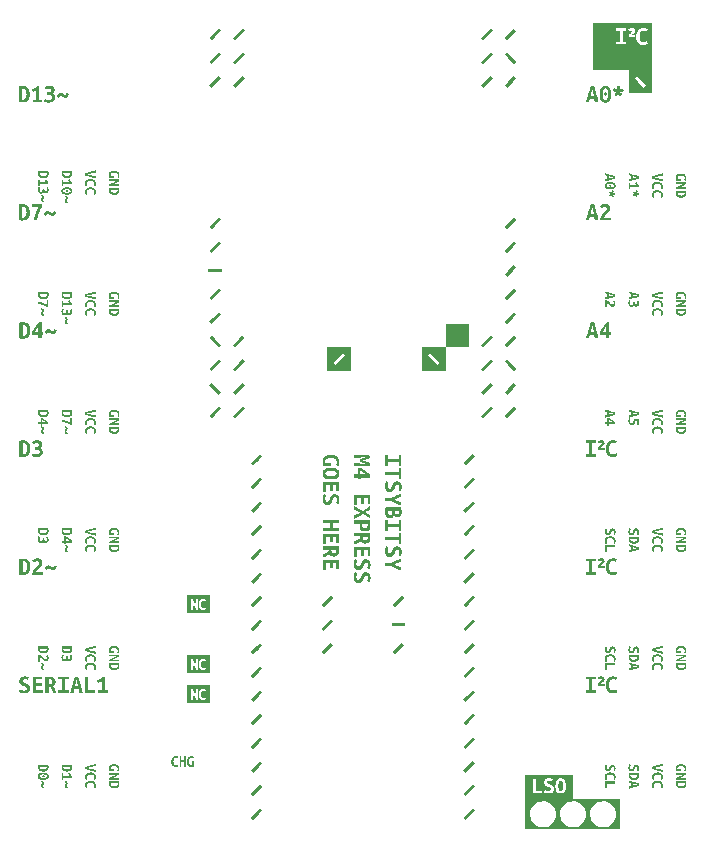
<source format=gbr>
G04 This is an RS-274x file exported by *
G04 gerbv version 2.9.4 *
G04 More information is available about gerbv at *
G04 https://gerbv.github.io/ *
G04 --End of header info--*
%MOIN*%
%FSLAX36Y36*%
%IPPOS*%
G04 --Define apertures--*
%ADD10C,0.0139*%
G04 --Start main section--*
G54D10*
G36*
G01X-118303Y0460179D02*
G01X-118303Y0460179D01*
G01X-106003Y0472579D01*
G01X-098503Y0465079D01*
G01X-110803Y0452679D01*
G01X-110803Y0452679D01*
G01X-118003Y0445479D01*
G01X-118003Y0445479D01*
G01X-130403Y0433079D01*
G01X-137903Y0440579D01*
G01X-125503Y0452979D01*
G01X-125503Y0452979D01*
G01X-118303Y0460179D01*
G01X-118303Y0460179D01*
G37*
G36*
G01X-118303Y0617579D02*
G01X-118303Y0617579D01*
G01X-106003Y0629879D01*
G01X-098503Y0622379D01*
G01X-110803Y0610079D01*
G01X-110803Y0610079D01*
G01X-118003Y0602779D01*
G01X-118003Y0602779D01*
G01X-130403Y0590479D01*
G01X-137903Y0597979D01*
G01X-125503Y0610279D01*
G01X-125503Y0610279D01*
G01X-118303Y0617579D01*
G01X-118303Y0617579D01*
G37*
G36*
G01X-354603Y0617579D02*
G01X-354603Y0617579D01*
G01X-342203Y0629879D01*
G01X-334703Y0622379D01*
G01X-347103Y0610079D01*
G01X-347103Y0610079D01*
G01X-354303Y0602779D01*
G01X-354303Y0602779D01*
G01X-366703Y0590479D01*
G01X-374203Y0597979D01*
G01X-361703Y0610479D01*
G01X-361703Y0610479D01*
G01X-354603Y0617579D01*
G01X-354603Y0617579D01*
G37*
G36*
G01X-354603Y0696279D02*
G01X-354603Y0696279D01*
G01X-342203Y0708679D01*
G01X-334703Y0701179D01*
G01X-347103Y0688779D01*
G01X-347103Y0688779D01*
G01X-354303Y0681579D01*
G01X-354303Y0681579D01*
G01X-366703Y0669179D01*
G01X-374203Y0676679D01*
G01X-361803Y0689079D01*
G01X-361803Y0689079D01*
G01X-354603Y0696279D01*
G01X-354603Y0696279D01*
G37*
G36*
G01X-354603Y0775079D02*
G01X-354603Y0775079D01*
G01X-342203Y0787379D01*
G01X-334703Y0779879D01*
G01X-347103Y0767579D01*
G01X-347103Y0767579D01*
G01X-354303Y0760279D01*
G01X-354303Y0760279D01*
G01X-366703Y0747979D01*
G01X-374203Y0755479D01*
G01X-361803Y0767779D01*
G01X-361803Y0767779D01*
G01X-354603Y0775079D01*
G01X-354603Y0775079D01*
G37*
G36*
G01X-354603Y0853779D02*
G01X-354603Y0853779D01*
G01X-342203Y0866179D01*
G01X-334703Y0858679D01*
G01X-347103Y0846279D01*
G01X-347103Y0846279D01*
G01X-354303Y0839079D01*
G01X-354303Y0839079D01*
G01X-366703Y0826679D01*
G01X-374203Y0834179D01*
G01X-361803Y0846579D01*
G01X-361803Y0846579D01*
G01X-354603Y0853779D01*
G01X-354603Y0853779D01*
G37*
G36*
G01X-354603Y0932579D02*
G01X-354603Y0932579D01*
G01X-342203Y0944879D01*
G01X-334703Y0937379D01*
G01X-347103Y0925079D01*
G01X-347103Y0925079D01*
G01X-354303Y0917779D01*
G01X-354303Y0917779D01*
G01X-366703Y0905479D01*
G01X-374203Y0912979D01*
G01X-361803Y0925279D01*
G01X-361803Y0925279D01*
G01X-354603Y0932579D01*
G01X-354603Y0932579D01*
G37*
G36*
G01X-354603Y1011279D02*
G01X-354603Y1011279D01*
G01X-342203Y1023679D01*
G01X-334703Y1016179D01*
G01X-347103Y1003779D01*
G01X-347103Y1003779D01*
G01X-354303Y0996579D01*
G01X-354303Y0996579D01*
G01X-366703Y0984179D01*
G01X-374203Y0991679D01*
G01X-361803Y1004079D01*
G01X-361803Y1004079D01*
G01X-354603Y1011279D01*
G01X-354603Y1011279D01*
G37*
G36*
G01X-354603Y1090079D02*
G01X-354603Y1090079D01*
G01X-342203Y1102379D01*
G01X-334703Y1094879D01*
G01X-347103Y1082579D01*
G01X-347103Y1082579D01*
G01X-354303Y1075279D01*
G01X-354303Y1075279D01*
G01X-366703Y1062979D01*
G01X-374203Y1070479D01*
G01X-361803Y1082779D01*
G01X-361803Y1082779D01*
G01X-354603Y1090079D01*
G01X-354603Y1090079D01*
G37*
G36*
G01X-413603Y1247579D02*
G01X-413603Y1247579D01*
G01X-401203Y1259879D01*
G01X-393703Y1252379D01*
G01X-406103Y1240079D01*
G01X-406103Y1240079D01*
G01X-413303Y1232779D01*
G01X-413303Y1232779D01*
G01X-425703Y1220479D01*
G01X-433203Y1227979D01*
G01X-420803Y1240279D01*
G01X-420803Y1240279D01*
G01X-413603Y1247579D01*
G01X-413603Y1247579D01*
G37*
G36*
G01X-413603Y1326279D02*
G01X-413603Y1326279D01*
G01X-401203Y1338679D01*
G01X-393703Y1331179D01*
G01X-406103Y1318779D01*
G01X-406103Y1318779D01*
G01X-413303Y1311579D01*
G01X-413303Y1311579D01*
G01X-425703Y1299179D01*
G01X-433203Y1306679D01*
G01X-420803Y1319079D01*
G01X-420803Y1319079D01*
G01X-413603Y1326279D01*
G01X-413603Y1326279D01*
G37*
G36*
G01X-413703Y1405079D02*
G01X-413703Y1405079D01*
G01X-401403Y1417379D01*
G01X-393903Y1409879D01*
G01X-406203Y1397579D01*
G01X-406203Y1397579D01*
G01X-413503Y1390279D01*
G01X-413503Y1390279D01*
G01X-425803Y1377979D01*
G01X-433303Y1385479D01*
G01X-421003Y1397779D01*
G01X-421003Y1397779D01*
G01X-413703Y1405079D01*
G01X-413703Y1405079D01*
G37*
G36*
G01X-413703Y1483779D02*
G01X-413703Y1483779D01*
G01X-401403Y1496179D01*
G01X-393903Y1488679D01*
G01X-406203Y1476279D01*
G01X-406203Y1476279D01*
G01X-413503Y1469079D01*
G01X-413503Y1469079D01*
G01X-425803Y1456679D01*
G01X-433303Y1464179D01*
G01X-421003Y1476579D01*
G01X-421003Y1476579D01*
G01X-413703Y1483779D01*
G01X-413703Y1483779D01*
G37*
G36*
G01X0484697Y1397579D02*
G01X0484697Y1397579D01*
G01X0472397Y1409879D01*
G01X0479897Y1417379D01*
G01X0492197Y1405079D01*
G01X0492197Y1405079D01*
G01X0499497Y1397779D01*
G01X0499497Y1397779D01*
G01X0511797Y1385479D01*
G01X0504297Y1377979D01*
G01X0491997Y1390279D01*
G01X0491997Y1390279D01*
G01X0484697Y1397579D01*
G01X0484697Y1397579D01*
G37*
G36*
G01X0413197Y1405079D02*
G01X0413197Y1405079D01*
G01X0425597Y1417379D01*
G01X0433097Y1409879D01*
G01X0420697Y1397579D01*
G01X0420697Y1397579D01*
G01X0413497Y1390279D01*
G01X0413497Y1390279D01*
G01X0401097Y1377979D01*
G01X0393597Y1385479D01*
G01X0405997Y1397779D01*
G01X0405997Y1397779D01*
G01X0413197Y1405079D01*
G01X0413197Y1405079D01*
G37*
G36*
G01X0491997Y1483779D02*
G01X0491997Y1483779D01*
G01X0504297Y1496179D01*
G01X0511797Y1488679D01*
G01X0499497Y1476179D01*
G01X0499497Y1476179D01*
G01X0492197Y1468879D01*
G01X0492197Y1468879D01*
G01X0479897Y1456579D01*
G01X0472397Y1464079D01*
G01X0484697Y1476379D01*
G01X0484697Y1476379D01*
G01X0491997Y1483779D01*
G01X0491997Y1483779D01*
G37*
G36*
G01X0491997Y1562579D02*
G01X0491997Y1562579D01*
G01X0504297Y1574879D01*
G01X0511797Y1567379D01*
G01X0499497Y1554879D01*
G01X0499497Y1554879D01*
G01X0492197Y1547679D01*
G01X0492197Y1547679D01*
G01X0479897Y1535279D01*
G01X0472397Y1542779D01*
G01X0484697Y1555179D01*
G01X0484697Y1555179D01*
G01X0491997Y1562579D01*
G01X0491997Y1562579D01*
G37*
G36*
G01X0491997Y1641179D02*
G01X0491997Y1641179D01*
G01X0504297Y1653479D01*
G01X0511797Y1645979D01*
G01X0499497Y1633679D01*
G01X0499497Y1633679D01*
G01X0492197Y1626379D01*
G01X0492197Y1626379D01*
G01X0479897Y1614079D01*
G01X0472397Y1621579D01*
G01X0484697Y1633879D01*
G01X0484697Y1633879D01*
G01X0491997Y1641179D01*
G01X0491997Y1641179D01*
G37*
G36*
G01X0491997Y1719879D02*
G01X0491997Y1719879D01*
G01X0504297Y1732279D01*
G01X0511797Y1724779D01*
G01X0499497Y1712379D01*
G01X0499497Y1712379D01*
G01X0492197Y1705179D01*
G01X0492197Y1705179D01*
G01X0479897Y1692779D01*
G01X0472397Y1700279D01*
G01X0484697Y1712679D01*
G01X0484697Y1712679D01*
G01X0491997Y1719879D01*
G01X0491997Y1719879D01*
G37*
G36*
G01X0491997Y1798679D02*
G01X0491997Y1798679D01*
G01X0504297Y1810979D01*
G01X0511797Y1803479D01*
G01X0499497Y1791179D01*
G01X0499497Y1791179D01*
G01X0492197Y1783879D01*
G01X0492197Y1783879D01*
G01X0479897Y1771579D01*
G01X0472397Y1779079D01*
G01X0484697Y1791379D01*
G01X0484697Y1791379D01*
G01X0491997Y1798679D01*
G01X0491997Y1798679D01*
G37*
G36*
G01X0491997Y1877379D02*
G01X0491997Y1877379D01*
G01X0504297Y1889779D01*
G01X0511797Y1882279D01*
G01X0499497Y1869879D01*
G01X0499497Y1869879D01*
G01X0492197Y1862679D01*
G01X0492197Y1862679D01*
G01X0479897Y1850279D01*
G01X0472397Y1857779D01*
G01X0484697Y1870179D01*
G01X0484697Y1870179D01*
G01X0491997Y1877379D01*
G01X0491997Y1877379D01*
G37*
G36*
G01X-413003Y2335179D02*
G01X-413003Y2335179D01*
G01X-425403Y2322779D01*
G01X-432903Y2330279D01*
G01X-420503Y2342679D01*
G01X-420503Y2342679D01*
G01X-413303Y2349879D01*
G01X-413303Y2349879D01*
G01X-401003Y2362279D01*
G01X-393503Y2354779D01*
G01X-405803Y2342379D01*
G01X-405803Y2342379D01*
G01X-413003Y2335179D01*
G01X-413003Y2335179D01*
G37*
G36*
G01X-413303Y2428679D02*
G01X-413303Y2428679D01*
G01X-401003Y2440979D01*
G01X-393503Y2433479D01*
G01X-405803Y2421179D01*
G01X-405803Y2421179D01*
G01X-413003Y2413879D01*
G01X-413003Y2413879D01*
G01X-425403Y2401579D01*
G01X-432903Y2409079D01*
G01X-420503Y2421379D01*
G01X-420503Y2421379D01*
G01X-413303Y2428679D01*
G01X-413303Y2428679D01*
G37*
G36*
G01X-413003Y2492679D02*
G01X-413003Y2492679D01*
G01X-425403Y2480279D01*
G01X-432903Y2487779D01*
G01X-420503Y2500179D01*
G01X-420503Y2500179D01*
G01X-413303Y2507379D01*
G01X-413303Y2507379D01*
G01X-401003Y2519779D01*
G01X-393503Y2512279D01*
G01X-405803Y2499879D01*
G01X-405803Y2499879D01*
G01X-413003Y2492679D01*
G01X-413003Y2492679D01*
G37*
G36*
G01X0491997Y2349879D02*
G01X0491997Y2349879D01*
G01X0504297Y2362279D01*
G01X0511797Y2354779D01*
G01X0499497Y2342379D01*
G01X0499497Y2342379D01*
G01X0492197Y2335179D01*
G01X0492197Y2335179D01*
G01X0479897Y2322779D01*
G01X0472397Y2330279D01*
G01X0484697Y2342679D01*
G01X0484697Y2342679D01*
G01X0491997Y2349879D01*
G01X0491997Y2349879D01*
G37*
G36*
G01X0413197Y2349879D02*
G01X0413197Y2349879D01*
G01X0425597Y2362279D01*
G01X0433097Y2354779D01*
G01X0420697Y2342379D01*
G01X0420697Y2342379D01*
G01X0413497Y2335179D01*
G01X0413497Y2335179D01*
G01X0401097Y2322779D01*
G01X0393597Y2330279D01*
G01X0405997Y2342679D01*
G01X0405997Y2342679D01*
G01X0413197Y2349879D01*
G01X0413197Y2349879D01*
G37*
G36*
G01X0413197Y2428679D02*
G01X0413197Y2428679D01*
G01X0425597Y2440979D01*
G01X0433097Y2433479D01*
G01X0420697Y2421179D01*
G01X0420697Y2421179D01*
G01X0413497Y2413879D01*
G01X0413497Y2413879D01*
G01X0401097Y2401579D01*
G01X0393597Y2409079D01*
G01X0405997Y2421379D01*
G01X0405997Y2421379D01*
G01X0413197Y2428679D01*
G01X0413197Y2428679D01*
G37*
G36*
G01X0413197Y2507379D02*
G01X0413197Y2507379D01*
G01X0425597Y2519779D01*
G01X0433097Y2512279D01*
G01X0420697Y2499879D01*
G01X0420697Y2499879D01*
G01X0413497Y2492679D01*
G01X0413497Y2492679D01*
G01X0401097Y2480279D01*
G01X0393597Y2487779D01*
G01X0405997Y2500179D01*
G01X0405997Y2500179D01*
G01X0413197Y2507379D01*
G01X0413197Y2507379D01*
G37*
G36*
G01X0499497Y2421279D02*
G01X0499497Y2421279D01*
G01X0511797Y2408879D01*
G01X0504297Y2401379D01*
G01X0491997Y2413779D01*
G01X0491997Y2413779D01*
G01X0484697Y2420979D01*
G01X0484697Y2420979D01*
G01X0472397Y2433379D01*
G01X0479897Y2440879D01*
G01X0492197Y2428479D01*
G01X0492197Y2428479D01*
G01X0499497Y2421279D01*
G01X0499497Y2421279D01*
G37*
G36*
G01X0491997Y2506979D02*
G01X0491997Y2506979D01*
G01X0504297Y2519379D01*
G01X0511797Y2511879D01*
G01X0499497Y2499479D01*
G01X0499497Y2499479D01*
G01X0492197Y2492279D01*
G01X0492197Y2492279D01*
G01X0479897Y2479879D01*
G01X0472397Y2487379D01*
G01X0484697Y2499779D01*
G01X0484697Y2499779D01*
G01X0491997Y2506979D01*
G01X0491997Y2506979D01*
G37*
G36*
G01X0413197Y1483779D02*
G01X0413197Y1483779D01*
G01X0425597Y1496179D01*
G01X0433097Y1488679D01*
G01X0420697Y1476279D01*
G01X0420697Y1476279D01*
G01X0413497Y1469079D01*
G01X0413497Y1469079D01*
G01X0401097Y1456679D01*
G01X0393597Y1464179D01*
G01X0405997Y1476579D01*
G01X0405997Y1476579D01*
G01X0413197Y1483779D01*
G01X0413197Y1483779D01*
G37*
G36*
G01X0491997Y1247579D02*
G01X0491997Y1247579D01*
G01X0504297Y1259879D01*
G01X0511797Y1252379D01*
G01X0499497Y1240079D01*
G01X0499497Y1240079D01*
G01X0492197Y1232779D01*
G01X0492197Y1232779D01*
G01X0479897Y1220479D01*
G01X0472397Y1227979D01*
G01X0484697Y1240279D01*
G01X0484697Y1240279D01*
G01X0491997Y1247579D01*
G01X0491997Y1247579D01*
G37*
G36*
G01X0413197Y1247579D02*
G01X0413197Y1247579D01*
G01X0425597Y1259879D01*
G01X0433097Y1252379D01*
G01X0420697Y1240079D01*
G01X0420697Y1240079D01*
G01X0413497Y1232779D01*
G01X0413497Y1232779D01*
G01X0401097Y1220479D01*
G01X0393597Y1227979D01*
G01X0405997Y1240279D01*
G01X0405997Y1240279D01*
G01X0413197Y1247579D01*
G01X0413197Y1247579D01*
G37*
G36*
G01X0491997Y1326279D02*
G01X0491997Y1326279D01*
G01X0504297Y1338679D01*
G01X0511797Y1331179D01*
G01X0499497Y1318779D01*
G01X0499497Y1318779D01*
G01X0492197Y1311579D01*
G01X0492197Y1311579D01*
G01X0479897Y1299179D01*
G01X0472397Y1306679D01*
G01X0484697Y1319079D01*
G01X0484697Y1319079D01*
G01X0491997Y1326279D01*
G01X0491997Y1326279D01*
G37*
G36*
G01X0413197Y1326279D02*
G01X0413197Y1326279D01*
G01X0425597Y1338679D01*
G01X0433097Y1331179D01*
G01X0420697Y1318779D01*
G01X0420697Y1318779D01*
G01X0413497Y1311579D01*
G01X0413497Y1311579D01*
G01X0401097Y1299179D01*
G01X0393597Y1306679D01*
G01X0405997Y1319079D01*
G01X0405997Y1319079D01*
G01X0413197Y1326279D01*
G01X0413197Y1326279D01*
G37*
G36*
G01X-354603Y0538779D02*
G01X-354603Y0538779D01*
G01X-342203Y0551179D01*
G01X-334703Y0543679D01*
G01X-346903Y0531279D01*
G01X-346903Y0531279D01*
G01X-354203Y0524079D01*
G01X-354203Y0524079D01*
G01X-366503Y0511679D01*
G01X-374003Y0519179D01*
G01X-361703Y0531579D01*
G01X-361703Y0531579D01*
G01X-354603Y0538779D01*
G01X-354603Y0538779D01*
G37*
G36*
G01X-354603Y0460179D02*
G01X-354603Y0460179D01*
G01X-342203Y0472579D01*
G01X-334703Y0465079D01*
G01X-347103Y0452679D01*
G01X-347103Y0452679D01*
G01X-354303Y0445479D01*
G01X-354303Y0445479D01*
G01X-366703Y0433079D01*
G01X-374203Y0440579D01*
G01X-361803Y0452979D01*
G01X-361803Y0452979D01*
G01X-354603Y0460179D01*
G01X-354603Y0460179D01*
G37*
G36*
G01X-354603Y0381379D02*
G01X-354603Y0381379D01*
G01X-342203Y0393779D01*
G01X-334703Y0386279D01*
G01X-347103Y0373879D01*
G01X-347103Y0373879D01*
G01X-354303Y0366679D01*
G01X-354303Y0366679D01*
G01X-366703Y0354379D01*
G01X-374203Y0361879D01*
G01X-361803Y0374179D01*
G01X-361803Y0374179D01*
G01X-354603Y0381379D01*
G01X-354603Y0381379D01*
G37*
G36*
G01X-354603Y0302679D02*
G01X-354603Y0302679D01*
G01X-342203Y0315079D01*
G01X-334703Y0307579D01*
G01X-347103Y0295179D01*
G01X-347103Y0295179D01*
G01X-354303Y0287979D01*
G01X-354303Y0287979D01*
G01X-366703Y0275579D01*
G01X-374203Y0283079D01*
G01X-361803Y0295479D01*
G01X-361803Y0295479D01*
G01X-354603Y0302679D01*
G01X-354603Y0302679D01*
G37*
G36*
G01X-354603Y0223879D02*
G01X-354603Y0223879D01*
G01X-342203Y0236279D01*
G01X-334703Y0228779D01*
G01X-347103Y0216379D01*
G01X-347103Y0216379D01*
G01X-354303Y0209179D01*
G01X-354303Y0209179D01*
G01X-366703Y0196879D01*
G01X-374203Y0204379D01*
G01X-361803Y0216679D01*
G01X-361803Y0216679D01*
G01X-354603Y0223879D01*
G01X-354603Y0223879D01*
G37*
G36*
G01X-354603Y0145179D02*
G01X-354603Y0145179D01*
G01X-342203Y0157579D01*
G01X-334703Y0150079D01*
G01X-347103Y0137679D01*
G01X-347103Y0137679D01*
G01X-354303Y0130479D01*
G01X-354303Y0130479D01*
G01X-366703Y0118079D01*
G01X-374203Y0125579D01*
G01X-361803Y0137979D01*
G01X-361803Y0137979D01*
G01X-354603Y0145179D01*
G01X-354603Y0145179D01*
G37*
G36*
G01X-354603Y0066379D02*
G01X-354603Y0066379D01*
G01X-342203Y0078779D01*
G01X-334703Y0071279D01*
G01X-347103Y0058879D01*
G01X-347103Y0058879D01*
G01X-354303Y0051679D01*
G01X-354303Y0051679D01*
G01X-366703Y0039379D01*
G01X-374203Y0046879D01*
G01X-361803Y0059179D01*
G01X-361803Y0059179D01*
G01X-354603Y0066379D01*
G01X-354603Y0066379D01*
G37*
G36*
G01X-354603Y-012321D02*
G01X-354603Y-012321D01*
G01X-342203Y0000079D01*
G01X-334703Y-007421D01*
G01X-347103Y-019821D01*
G01X-347103Y-019821D01*
G01X-354303Y-027021D01*
G01X-354303Y-027021D01*
G01X-366703Y-039421D01*
G01X-374203Y-031921D01*
G01X-361803Y-019521D01*
G01X-361803Y-019521D01*
G01X-354603Y-012321D01*
G01X-354603Y-012321D01*
G37*
G36*
G01X-354603Y-091121D02*
G01X-354603Y-091121D01*
G01X-342203Y-078721D01*
G01X-334703Y-086221D01*
G01X-347103Y-098621D01*
G01X-347103Y-098621D01*
G01X-354303Y-105821D01*
G01X-354303Y-105821D01*
G01X-366703Y-118121D01*
G01X-374203Y-110621D01*
G01X-361803Y-098321D01*
G01X-361803Y-098321D01*
G01X-354603Y-091121D01*
G01X-354603Y-091121D01*
G37*
G36*
G01X0354197Y0617579D02*
G01X0354197Y0617579D01*
G01X0366497Y0629879D01*
G01X0373997Y0622379D01*
G01X0361697Y0610079D01*
G01X0361697Y0610079D01*
G01X0354497Y0602779D01*
G01X0354497Y0602779D01*
G01X0342097Y0590479D01*
G01X0334597Y0597979D01*
G01X0346997Y0610279D01*
G01X0346997Y0610279D01*
G01X0354197Y0617579D01*
G01X0354197Y0617579D01*
G37*
G36*
G01X0354197Y0696279D02*
G01X0354197Y0696279D01*
G01X0366497Y0708679D01*
G01X0373997Y0701179D01*
G01X0361697Y0688779D01*
G01X0361697Y0688779D01*
G01X0354497Y0681579D01*
G01X0354497Y0681579D01*
G01X0342097Y0669179D01*
G01X0334597Y0676679D01*
G01X0346997Y0689079D01*
G01X0346997Y0689079D01*
G01X0354197Y0696279D01*
G01X0354197Y0696279D01*
G37*
G36*
G01X0354197Y0775079D02*
G01X0354197Y0775079D01*
G01X0366497Y0787379D01*
G01X0373997Y0779879D01*
G01X0361697Y0767579D01*
G01X0361697Y0767579D01*
G01X0354497Y0760279D01*
G01X0354497Y0760279D01*
G01X0342097Y0747979D01*
G01X0334597Y0755479D01*
G01X0346997Y0767779D01*
G01X0346997Y0767779D01*
G01X0354197Y0775079D01*
G01X0354197Y0775079D01*
G37*
G36*
G01X0354197Y0853779D02*
G01X0354197Y0853779D01*
G01X0366497Y0866179D01*
G01X0373997Y0858679D01*
G01X0361697Y0846279D01*
G01X0361697Y0846279D01*
G01X0354497Y0839079D01*
G01X0354497Y0839079D01*
G01X0342097Y0826679D01*
G01X0334597Y0834179D01*
G01X0346997Y0846579D01*
G01X0346997Y0846579D01*
G01X0354197Y0853779D01*
G01X0354197Y0853779D01*
G37*
G36*
G01X0354197Y0932579D02*
G01X0354197Y0932579D01*
G01X0366497Y0944879D01*
G01X0373997Y0937379D01*
G01X0361697Y0925079D01*
G01X0361697Y0925079D01*
G01X0354497Y0917779D01*
G01X0354497Y0917779D01*
G01X0342097Y0905479D01*
G01X0334597Y0912979D01*
G01X0346997Y0925279D01*
G01X0346997Y0925279D01*
G01X0354197Y0932579D01*
G01X0354197Y0932579D01*
G37*
G36*
G01X0354197Y1011279D02*
G01X0354197Y1011279D01*
G01X0366497Y1023679D01*
G01X0373997Y1016179D01*
G01X0361697Y1003779D01*
G01X0361697Y1003779D01*
G01X0354497Y0996579D01*
G01X0354497Y0996579D01*
G01X0342097Y0984179D01*
G01X0334597Y0991679D01*
G01X0346997Y1004079D01*
G01X0346997Y1004079D01*
G01X0354197Y1011279D01*
G01X0354197Y1011279D01*
G37*
G36*
G01X0354197Y1090079D02*
G01X0354197Y1090079D01*
G01X0366497Y1102379D01*
G01X0373997Y1094879D01*
G01X0361697Y1082579D01*
G01X0361697Y1082579D01*
G01X0354497Y1075279D01*
G01X0354497Y1075279D01*
G01X0342097Y1062979D01*
G01X0334597Y1070479D01*
G01X0346997Y1082779D01*
G01X0346997Y1082779D01*
G01X0354197Y1090079D01*
G01X0354197Y1090079D01*
G37*
G36*
G01X0354197Y0538779D02*
G01X0354197Y0538779D01*
G01X0366497Y0551179D01*
G01X0373997Y0543679D01*
G01X0361697Y0531279D01*
G01X0361697Y0531279D01*
G01X0354497Y0524079D01*
G01X0354497Y0524079D01*
G01X0342097Y0511679D01*
G01X0334597Y0519179D01*
G01X0346997Y0531579D01*
G01X0346997Y0531579D01*
G01X0354197Y0538779D01*
G01X0354197Y0538779D01*
G37*
G36*
G01X0354197Y0460179D02*
G01X0354197Y0460179D01*
G01X0366497Y0472579D01*
G01X0373997Y0465079D01*
G01X0361697Y0452679D01*
G01X0361697Y0452679D01*
G01X0354497Y0445479D01*
G01X0354497Y0445479D01*
G01X0342097Y0433079D01*
G01X0334597Y0440579D01*
G01X0346997Y0452979D01*
G01X0346997Y0452979D01*
G01X0354197Y0460179D01*
G01X0354197Y0460179D01*
G37*
G36*
G01X0354197Y0381379D02*
G01X0354197Y0381379D01*
G01X0366497Y0393779D01*
G01X0373997Y0386279D01*
G01X0361697Y0373879D01*
G01X0361697Y0373879D01*
G01X0354497Y0366679D01*
G01X0354497Y0366679D01*
G01X0342097Y0354379D01*
G01X0334597Y0361879D01*
G01X0346997Y0374179D01*
G01X0346997Y0374179D01*
G01X0354197Y0381379D01*
G01X0354197Y0381379D01*
G37*
G36*
G01X0354197Y0302679D02*
G01X0354197Y0302679D01*
G01X0366497Y0315079D01*
G01X0373997Y0307579D01*
G01X0361697Y0295179D01*
G01X0361697Y0295179D01*
G01X0354497Y0287979D01*
G01X0354497Y0287979D01*
G01X0342097Y0275579D01*
G01X0334597Y0283079D01*
G01X0346997Y0295479D01*
G01X0346997Y0295479D01*
G01X0354197Y0302679D01*
G01X0354197Y0302679D01*
G37*
G36*
G01X0354197Y0223879D02*
G01X0354197Y0223879D01*
G01X0366497Y0236279D01*
G01X0373997Y0228779D01*
G01X0361697Y0216379D01*
G01X0361697Y0216379D01*
G01X0354497Y0209179D01*
G01X0354497Y0209179D01*
G01X0342097Y0196879D01*
G01X0334597Y0204379D01*
G01X0346997Y0216679D01*
G01X0346997Y0216679D01*
G01X0354197Y0223879D01*
G01X0354197Y0223879D01*
G37*
G36*
G01X0354197Y0145179D02*
G01X0354197Y0145179D01*
G01X0366497Y0157579D01*
G01X0373997Y0150079D01*
G01X0361697Y0137679D01*
G01X0361697Y0137679D01*
G01X0354497Y0130479D01*
G01X0354497Y0130479D01*
G01X0342097Y0118079D01*
G01X0334597Y0125579D01*
G01X0346997Y0137979D01*
G01X0346997Y0137979D01*
G01X0354197Y0145179D01*
G01X0354197Y0145179D01*
G37*
G36*
G01X0354197Y0066379D02*
G01X0354197Y0066379D01*
G01X0366497Y0078779D01*
G01X0373997Y0071279D01*
G01X0361697Y0058879D01*
G01X0361697Y0058879D01*
G01X0354497Y0051679D01*
G01X0354497Y0051679D01*
G01X0342097Y0039379D01*
G01X0334597Y0046879D01*
G01X0346997Y0059179D01*
G01X0346997Y0059179D01*
G01X0354197Y0066379D01*
G01X0354197Y0066379D01*
G37*
G36*
G01X0354197Y-012321D02*
G01X0354197Y-012321D01*
G01X0366497Y0000079D01*
G01X0373997Y-007421D01*
G01X0361697Y-019821D01*
G01X0361697Y-019821D01*
G01X0354497Y-027021D01*
G01X0354497Y-027021D01*
G01X0342097Y-039421D01*
G01X0334597Y-031921D01*
G01X0346997Y-019521D01*
G01X0346997Y-019521D01*
G01X0354197Y-012321D01*
G01X0354197Y-012321D01*
G37*
G36*
G01X0354197Y-091121D02*
G01X0354197Y-091121D01*
G01X0366497Y-078721D01*
G01X0373997Y-086221D01*
G01X0361697Y-098621D01*
G01X0361697Y-098621D01*
G01X0354497Y-105821D01*
G01X0354497Y-105821D01*
G01X0342097Y-118121D01*
G01X0334597Y-110621D01*
G01X0346997Y-098321D01*
G01X0346997Y-098321D01*
G01X0354197Y-091121D01*
G01X0354197Y-091121D01*
G37*
G36*
G01X-118303Y0538779D02*
G01X-118303Y0538779D01*
G01X-106003Y0551179D01*
G01X-098503Y0543679D01*
G01X-110803Y0531279D01*
G01X-110803Y0531279D01*
G01X-118003Y0524079D01*
G01X-118003Y0524079D01*
G01X-130403Y0511679D01*
G01X-137903Y0519179D01*
G01X-125503Y0531579D01*
G01X-125503Y0531579D01*
G01X-118303Y0538779D01*
G01X-118303Y0538779D01*
G37*
G36*
G01X0117897Y0460179D02*
G01X0117897Y0460179D01*
G01X0130297Y0472579D01*
G01X0137797Y0465079D01*
G01X0125397Y0452679D01*
G01X0125397Y0452679D01*
G01X0118197Y0445479D01*
G01X0118197Y0445479D01*
G01X0105797Y0433079D01*
G01X0098297Y0440579D01*
G01X0110697Y0452979D01*
G01X0110697Y0452979D01*
G01X0117897Y0460179D01*
G01X0117897Y0460179D01*
G37*
G36*
G01X0123197Y0536879D02*
G01X0123197Y0536879D01*
G01X0140697Y0536879D01*
G01X0140697Y0526179D01*
G01X0123197Y0526179D01*
G01X0123197Y0526179D01*
G01X0113097Y0526179D01*
G01X0113097Y0526179D01*
G01X0095597Y0526179D01*
G01X0095597Y0536879D01*
G01X0113097Y0536879D01*
G01X0113097Y0536879D01*
G01X0123197Y0536879D01*
G01X0123197Y0536879D01*
G37*
G36*
G01X0117897Y0617579D02*
G01X0117897Y0617579D01*
G01X0130297Y0629879D01*
G01X0137797Y0622379D01*
G01X0125397Y0610079D01*
G01X0125397Y0610079D01*
G01X0118197Y0602779D01*
G01X0118197Y0602779D01*
G01X0105797Y0590479D01*
G01X0098297Y0597979D01*
G01X0110697Y0610279D01*
G01X0110697Y0610279D01*
G01X0117897Y0617579D01*
G01X0117897Y0617579D01*
G37*
G36*
G01X-492303Y1247579D02*
G01X-492303Y1247579D01*
G01X-480003Y1259879D01*
G01X-472503Y1252379D01*
G01X-484803Y1240079D01*
G01X-484803Y1240079D01*
G01X-492103Y1232779D01*
G01X-492103Y1232779D01*
G01X-504403Y1220479D01*
G01X-511903Y1227979D01*
G01X-499603Y1240279D01*
G01X-499603Y1240279D01*
G01X-492303Y1247579D01*
G01X-492303Y1247579D01*
G37*
G36*
G01X-484803Y1319079D02*
G01X-484803Y1319079D01*
G01X-472503Y1306679D01*
G01X-480003Y1299179D01*
G01X-492303Y1311579D01*
G01X-492303Y1311579D01*
G01X-499603Y1318779D01*
G01X-499603Y1318779D01*
G01X-511903Y1331179D01*
G01X-504403Y1338679D01*
G01X-492103Y1326279D01*
G01X-492103Y1326279D01*
G01X-484803Y1319079D01*
G01X-484803Y1319079D01*
G37*
G36*
G01X-492503Y1405079D02*
G01X-492503Y1405079D01*
G01X-480103Y1417379D01*
G01X-472603Y1409879D01*
G01X-485003Y1397579D01*
G01X-485003Y1397579D01*
G01X-492203Y1390279D01*
G01X-492203Y1390279D01*
G01X-504603Y1377979D01*
G01X-512103Y1385479D01*
G01X-499703Y1397779D01*
G01X-499703Y1397779D01*
G01X-492503Y1405079D01*
G01X-492503Y1405079D01*
G37*
G36*
G01X-485003Y1476579D02*
G01X-485003Y1476579D01*
G01X-472603Y1464179D01*
G01X-480103Y1456679D01*
G01X-492503Y1469079D01*
G01X-492503Y1469079D01*
G01X-499703Y1476279D01*
G01X-499703Y1476279D01*
G01X-512103Y1488679D01*
G01X-504603Y1496179D01*
G01X-492203Y1483779D01*
G01X-492203Y1483779D01*
G01X-485003Y1476579D01*
G01X-485003Y1476579D01*
G37*
G36*
G01X-492503Y1562579D02*
G01X-492503Y1562579D01*
G01X-480103Y1574879D01*
G01X-472603Y1567379D01*
G01X-485003Y1555079D01*
G01X-485003Y1555079D01*
G01X-492203Y1547779D01*
G01X-492203Y1547779D01*
G01X-504603Y1535479D01*
G01X-512103Y1542979D01*
G01X-499703Y1555279D01*
G01X-499703Y1555279D01*
G01X-492503Y1562579D01*
G01X-492503Y1562579D01*
G37*
G36*
G01X-492503Y1641179D02*
G01X-492503Y1641179D01*
G01X-480103Y1653479D01*
G01X-472603Y1645979D01*
G01X-485003Y1633679D01*
G01X-485003Y1633679D01*
G01X-492203Y1626379D01*
G01X-492203Y1626379D01*
G01X-504603Y1614079D01*
G01X-512103Y1621579D01*
G01X-499703Y1633879D01*
G01X-499703Y1633879D01*
G01X-492503Y1641179D01*
G01X-492503Y1641179D01*
G37*
G36*
G01X-487203Y1717979D02*
G01X-487203Y1717979D01*
G01X-469703Y1717979D01*
G01X-469703Y1707279D01*
G01X-487203Y1707279D01*
G01X-487203Y1707279D01*
G01X-497303Y1707279D01*
G01X-497303Y1707279D01*
G01X-514803Y1707279D01*
G01X-514803Y1717979D01*
G01X-497303Y1717979D01*
G01X-497303Y1717979D01*
G01X-487203Y1717979D01*
G01X-487203Y1717979D01*
G37*
G36*
G01X-492503Y1798679D02*
G01X-492503Y1798679D01*
G01X-480103Y1810979D01*
G01X-472603Y1803479D01*
G01X-485003Y1791179D01*
G01X-485003Y1791179D01*
G01X-492203Y1783879D01*
G01X-492203Y1783879D01*
G01X-504603Y1771579D01*
G01X-512103Y1779079D01*
G01X-499703Y1791379D01*
G01X-499703Y1791379D01*
G01X-492503Y1798679D01*
G01X-492503Y1798679D01*
G37*
G36*
G01X-492503Y1877379D02*
G01X-492503Y1877379D01*
G01X-480103Y1889779D01*
G01X-472603Y1882279D01*
G01X-485003Y1869879D01*
G01X-485003Y1869879D01*
G01X-492203Y1862679D01*
G01X-492203Y1862679D01*
G01X-504603Y1850279D01*
G01X-512103Y1857779D01*
G01X-499703Y1870179D01*
G01X-499703Y1870179D01*
G01X-492503Y1877379D01*
G01X-492503Y1877379D01*
G37*
G36*
G01X-492503Y2349879D02*
G01X-492503Y2349879D01*
G01X-480103Y2362279D01*
G01X-472603Y2354779D01*
G01X-485003Y2342379D01*
G01X-485003Y2342379D01*
G01X-492203Y2335179D01*
G01X-492203Y2335179D01*
G01X-504603Y2322779D01*
G01X-512103Y2330279D01*
G01X-499703Y2342679D01*
G01X-499703Y2342679D01*
G01X-492503Y2349879D01*
G01X-492503Y2349879D01*
G37*
G36*
G01X-492503Y2428679D02*
G01X-492503Y2428679D01*
G01X-480103Y2440979D01*
G01X-472603Y2433479D01*
G01X-485003Y2421179D01*
G01X-485003Y2421179D01*
G01X-492203Y2413879D01*
G01X-492203Y2413879D01*
G01X-504603Y2401579D01*
G01X-512103Y2409079D01*
G01X-499703Y2421379D01*
G01X-499703Y2421379D01*
G01X-492503Y2428679D01*
G01X-492503Y2428679D01*
G37*
G36*
G01X-492103Y2492679D02*
G01X-492103Y2492679D01*
G01X-504403Y2480279D01*
G01X-511903Y2487779D01*
G01X-499603Y2500179D01*
G01X-499603Y2500179D01*
G01X-492303Y2507379D01*
G01X-492303Y2507379D01*
G01X-480003Y2519779D01*
G01X-472503Y2512279D01*
G01X-484803Y2499879D01*
G01X-484803Y2499879D01*
G01X-492103Y2492679D01*
G01X-492103Y2492679D01*
G37*
G36*
G01X-1129403Y0312679D02*
G01X-1128503Y0312679D01*
G01X-1127703Y0312679D01*
G01X-1126903Y0312779D01*
G01X-1126203Y0312879D01*
G01X-1125503Y0312979D01*
G01X-1125003Y0313179D01*
G01X-1124403Y0313479D01*
G01X-1123903Y0313679D01*
G01X-1123403Y0313879D01*
G01X-1123003Y0314079D01*
G01X-1122603Y0314379D01*
G01X-1122203Y0314779D01*
G01X-1121903Y0315079D01*
G01X-1121603Y0315479D01*
G01X-1121403Y0315779D01*
G01X-1121103Y0316179D01*
G01X-1121003Y0316579D01*
G01X-1120803Y0316979D01*
G01X-1120703Y0317379D01*
G01X-1120603Y0317779D01*
G01X-1120503Y0318179D01*
G01X-1120403Y0318679D01*
G01X-1120403Y0319079D01*
G01X-1120403Y0319479D01*
G01X-1120403Y0320079D01*
G01X-1120503Y0320579D01*
G01X-1120603Y0321079D01*
G01X-1120803Y0321479D01*
G01X-1121003Y0321979D01*
G01X-1121403Y0322379D01*
G01X-1121703Y0322779D01*
G01X-1122103Y0323179D01*
G01X-1122503Y0323579D01*
G01X-1122803Y0323979D01*
G01X-1123303Y0324379D01*
G01X-1123703Y0324779D01*
G01X-1124203Y0325079D01*
G01X-1124703Y0325379D01*
G01X-1125303Y0325679D01*
G01X-1125903Y0325979D01*
G01X-1126403Y0326279D01*
G01X-1127103Y0326579D01*
G01X-1127703Y0326879D01*
G01X-1128303Y0327079D01*
G01X-1128903Y0327379D01*
G01X-1129503Y0327679D01*
G01X-1130103Y0327879D01*
G01X-1130703Y0328079D01*
G01X-1131503Y0328379D01*
G01X-1132303Y0328679D01*
G01X-1133203Y0328979D01*
G01X-1134003Y0329379D01*
G01X-1134803Y0329679D01*
G01X-1135703Y0330079D01*
G01X-1136503Y0330379D01*
G01X-1137303Y0330779D01*
G01X-1138103Y0331279D01*
G01X-1138903Y0331779D01*
G01X-1139703Y0332279D01*
G01X-1140403Y0332979D01*
G01X-1141103Y0333479D01*
G01X-1141803Y0334179D01*
G01X-1142303Y0334879D01*
G01X-1142903Y0335579D01*
G01X-1143503Y0336379D01*
G01X-1143903Y0337279D01*
G01X-1144403Y0338079D01*
G01X-1144703Y0339079D01*
G01X-1144903Y0340179D01*
G01X-1145203Y0341179D01*
G01X-1145303Y0342379D01*
G01X-1145303Y0343679D01*
G01X-1145303Y0346179D01*
G01X-1144803Y0348379D01*
G01X-1144003Y0350279D01*
G01X-1143203Y0352279D01*
G01X-1142003Y0353979D01*
G01X-1140403Y0355479D01*
G01X-1138803Y0356879D01*
G01X-1136903Y0357979D01*
G01X-1134603Y0358679D01*
G01X-1132303Y0359379D01*
G01X-1129803Y0359779D01*
G01X-1126903Y0359779D01*
G01X-1125303Y0359779D01*
G01X-1123703Y0359679D01*
G01X-1122303Y0359479D01*
G01X-1120903Y0359279D01*
G01X-1119603Y0358979D01*
G01X-1118303Y0358679D01*
G01X-1117103Y0358279D01*
G01X-1115903Y0357879D01*
G01X-1114903Y0357479D01*
G01X-1113803Y0357079D01*
G01X-1112903Y0356579D01*
G01X-1112103Y0356179D01*
G01X-1115103Y0347979D01*
G01X-1115803Y0348379D01*
G01X-1116603Y0348779D01*
G01X-1117403Y0349079D01*
G01X-1118203Y0349479D01*
G01X-1119103Y0349779D01*
G01X-1120003Y0350079D01*
G01X-1120903Y0350279D01*
G01X-1121803Y0350479D01*
G01X-1122803Y0350679D01*
G01X-1123803Y0350779D01*
G01X-1124903Y0350879D01*
G01X-1126103Y0350879D01*
G01X-1128903Y0350879D01*
G01X-1131103Y0350379D01*
G01X-1132503Y0349279D01*
G01X-1133903Y0348279D01*
G01X-1134603Y0346779D01*
G01X-1134603Y0344779D01*
G01X-1134603Y0344179D01*
G01X-1134503Y0343679D01*
G01X-1134403Y0343279D01*
G01X-1134203Y0342779D01*
G01X-1134003Y0342379D01*
G01X-1133703Y0341979D01*
G01X-1133503Y0341579D01*
G01X-1133103Y0341179D01*
G01X-1132803Y0340779D01*
G01X-1132403Y0340479D01*
G01X-1132003Y0340179D01*
G01X-1131503Y0339879D01*
G01X-1131103Y0339579D01*
G01X-1130603Y0339379D01*
G01X-1130103Y0339079D01*
G01X-1129603Y0338779D01*
G01X-1129003Y0338479D01*
G01X-1128503Y0338179D01*
G01X-1127903Y0337979D01*
G01X-1127303Y0337779D01*
G01X-1126803Y0337579D01*
G01X-1126203Y0337379D01*
G01X-1125703Y0337179D01*
G01X-1125103Y0336979D01*
G01X-1124303Y0336579D01*
G01X-1123403Y0336279D01*
G01X-1122503Y0335979D01*
G01X-1121703Y0335579D01*
G01X-1120803Y0335279D01*
G01X-1119803Y0334879D01*
G01X-1118903Y0334479D01*
G01X-1118103Y0333979D01*
G01X-1117203Y0333479D01*
G01X-1116403Y0332979D01*
G01X-1115603Y0332479D01*
G01X-1114803Y0331879D01*
G01X-1114103Y0331179D01*
G01X-1113403Y0330479D01*
G01X-1112803Y0329679D01*
G01X-1112103Y0328879D01*
G01X-1111603Y0327979D01*
G01X-1111103Y0326979D01*
G01X-1110603Y0325979D01*
G01X-1110203Y0324879D01*
G01X-1110003Y0323679D01*
G01X-1109703Y0322379D01*
G01X-1109603Y0321079D01*
G01X-1109603Y0319579D01*
G01X-1109603Y0317079D01*
G01X-1110003Y0314879D01*
G01X-1110803Y0312979D01*
G01X-1111603Y0310979D01*
G01X-1112803Y0309379D01*
G01X-1114403Y0307979D01*
G01X-1116003Y0306579D01*
G01X-1118103Y0305479D01*
G01X-1120603Y0304779D01*
G01X-1123003Y0304079D01*
G01X-1126003Y0303779D01*
G01X-1129303Y0303779D01*
G01X-1131503Y0303779D01*
G01X-1133503Y0303879D01*
G01X-1135303Y0304079D01*
G01X-1137103Y0304379D01*
G01X-1138703Y0304679D01*
G01X-1140003Y0305179D01*
G01X-1141303Y0305679D01*
G01X-1142503Y0306079D01*
G01X-1143403Y0306579D01*
G01X-1144403Y0306979D01*
G01X-1145303Y0307379D01*
G01X-1146003Y0307779D01*
G01X-1142903Y0316379D01*
G01X-1142103Y0315979D01*
G01X-1141303Y0315479D01*
G01X-1140303Y0315079D01*
G01X-1139403Y0314579D01*
G01X-1138403Y0314179D01*
G01X-1137303Y0313779D01*
G01X-1136303Y0313479D01*
G01X-1135103Y0313179D01*
G01X-1133803Y0312979D01*
G01X-1132503Y0312779D01*
G01X-1131003Y0312679D01*
G01X-1129403Y0312679D01*
G01X-1129403Y0312679D01*
G37*
G36*
G01X-1100803Y0304879D02*
G01X-1100803Y0358479D01*
G01X-1068303Y0358479D01*
G01X-1068303Y0349579D01*
G01X-1090103Y0349579D01*
G01X-1090103Y0337579D01*
G01X-1071103Y0337579D01*
G01X-1071103Y0328679D01*
G01X-1090103Y0328679D01*
G01X-1090103Y0313679D01*
G01X-1066403Y0313679D01*
G01X-1066403Y0304779D01*
G01X-1100803Y0304779D01*
G01X-1100803Y0304879D01*
G37*
G36*
G01X-1044403Y0359179D02*
G01X-1042903Y0359179D01*
G01X-1041403Y0359079D01*
G01X-1040103Y0358979D01*
G01X-1038703Y0358779D01*
G01X-1037303Y0358579D01*
G01X-1036103Y0358179D01*
G01X-1034803Y0357879D01*
G01X-1033703Y0357379D01*
G01X-1032603Y0356879D01*
G01X-1031603Y0356379D01*
G01X-1030603Y0355679D01*
G01X-1029703Y0355079D01*
G01X-1028803Y0354379D01*
G01X-1028003Y0353479D01*
G01X-1027303Y0352579D01*
G01X-1026603Y0351579D01*
G01X-1026003Y0350579D01*
G01X-1025503Y0349479D01*
G01X-1025103Y0348379D01*
G01X-1024703Y0347179D01*
G01X-1024503Y0345879D01*
G01X-1024303Y0344579D01*
G01X-1024203Y0343179D01*
G01X-1024203Y0341679D01*
G01X-1024203Y0340179D01*
G01X-1024303Y0338679D01*
G01X-1024703Y0337279D01*
G01X-1025003Y0335779D01*
G01X-1025503Y0334479D01*
G01X-1026103Y0333179D01*
G01X-1026703Y0331979D01*
G01X-1027603Y0330879D01*
G01X-1028603Y0329879D01*
G01X-1029703Y0328879D01*
G01X-1031003Y0328079D01*
G01X-1032503Y0327379D01*
G01X-1032003Y0326579D01*
G01X-1031503Y0325779D01*
G01X-1031003Y0324979D01*
G01X-1030403Y0324179D01*
G01X-1029903Y0323279D01*
G01X-1029403Y0322379D01*
G01X-1028903Y0321479D01*
G01X-1028403Y0320579D01*
G01X-1027803Y0319579D01*
G01X-1027303Y0318679D01*
G01X-1026703Y0317679D01*
G01X-1026203Y0316679D01*
G01X-1025803Y0315679D01*
G01X-1025203Y0314679D01*
G01X-1024703Y0313679D01*
G01X-1024203Y0312679D01*
G01X-1023703Y0311679D01*
G01X-1023303Y0310679D01*
G01X-1022803Y0309779D01*
G01X-1022403Y0308779D01*
G01X-1022003Y0307779D01*
G01X-1021603Y0306879D01*
G01X-1021203Y0305979D01*
G01X-1020803Y0305079D01*
G01X-1031903Y0305079D01*
G01X-1032603Y0306779D01*
G01X-1033403Y0308479D01*
G01X-1034103Y0310179D01*
G01X-1034903Y0311779D01*
G01X-1035703Y0313479D01*
G01X-1036503Y0315079D01*
G01X-1037403Y0316579D01*
G01X-1038303Y0318179D01*
G01X-1039303Y0319879D01*
G01X-1040203Y0321479D01*
G01X-1041203Y0323079D01*
G01X-1042203Y0324779D01*
G01X-1047803Y0324779D01*
G01X-1047803Y0305079D01*
G01X-1058203Y0305079D01*
G01X-1058203Y0357779D01*
G01X-1057703Y0357979D01*
G01X-1057103Y0358079D01*
G01X-1056603Y0358179D01*
G01X-1056003Y0358279D01*
G01X-1055303Y0358379D01*
G01X-1054703Y0358479D01*
G01X-1054103Y0358679D01*
G01X-1053503Y0358779D01*
G01X-1052803Y0358779D01*
G01X-1052203Y0358879D01*
G01X-1051603Y0358879D01*
G01X-1051003Y0358879D01*
G01X-1050303Y0358979D01*
G01X-1049703Y0358979D01*
G01X-1049103Y0359079D01*
G01X-1048503Y0359079D01*
G01X-1047903Y0359079D01*
G01X-1047303Y0359179D01*
G01X-1046803Y0359279D01*
G01X-1046303Y0359279D01*
G01X-1045803Y0359279D01*
G01X-1045303Y0359279D01*
G01X-1044803Y0359179D01*
G01X-1044403Y0359179D01*
G01X-1044403Y0359179D01*
G37*
%LPC*%
G36*
G01X-1035003Y0341679D02*
G01X-1035003Y0343079D01*
G01X-1035203Y0344279D01*
G01X-1035603Y0345379D01*
G01X-1036103Y0346379D01*
G01X-1036703Y0347279D01*
G01X-1037603Y0347979D01*
G01X-1038503Y0348679D01*
G01X-1039503Y0349079D01*
G01X-1040603Y0349479D01*
G01X-1041803Y0349779D01*
G01X-1043003Y0349879D01*
G01X-1044403Y0349879D01*
G01X-1044603Y0349879D01*
G01X-1044803Y0349879D01*
G01X-1045103Y0349879D01*
G01X-1045303Y0349879D01*
G01X-1045603Y0349879D01*
G01X-1046003Y0349879D01*
G01X-1046303Y0349879D01*
G01X-1046603Y0349879D01*
G01X-1046803Y0349779D01*
G01X-1047103Y0349779D01*
G01X-1047303Y0349679D01*
G01X-1047603Y0349579D01*
G01X-1047603Y0333479D01*
G01X-1045303Y0333479D01*
G01X-1043503Y0333479D01*
G01X-1041903Y0333679D01*
G01X-1040603Y0333979D01*
G01X-1039303Y0334379D01*
G01X-1038203Y0334879D01*
G01X-1037303Y0335579D01*
G01X-1036603Y0336379D01*
G01X-1036003Y0337179D01*
G01X-1035603Y0338179D01*
G01X-1035203Y0339279D01*
G01X-1035003Y0340379D01*
G01X-1035003Y0341679D01*
G01X-1035003Y0341679D01*
G37*
%LPD*%
G36*
G01X-1015003Y0304879D02*
G01X-1015003Y0313779D01*
G01X-1003303Y0313779D01*
G01X-1003303Y0349779D01*
G01X-1015003Y0349779D01*
G01X-1015003Y0358679D01*
G01X-981003Y0358679D01*
G01X-981003Y0349779D01*
G01X-992603Y0349779D01*
G01X-992603Y0313779D01*
G01X-981003Y0313779D01*
G01X-981003Y0304879D01*
G01X-1015003Y0304879D01*
G01X-1015003Y0304879D01*
G37*
G36*
G01X-945303Y0304879D02*
G01X-947803Y0317279D01*
G01X-962103Y0317279D01*
G01X-964403Y0304879D01*
G01X-975503Y0304879D01*
G01X-974303Y0310179D01*
G01X-973003Y0315179D01*
G01X-971703Y0319979D01*
G01X-970403Y0324779D01*
G01X-969103Y0329379D01*
G01X-967803Y0333779D01*
G01X-966403Y0338179D01*
G01X-965203Y0342379D01*
G01X-963903Y0346479D01*
G01X-962703Y0350579D01*
G01X-961403Y0354579D01*
G01X-960303Y0358479D01*
G01X-948603Y0358479D01*
G01X-947303Y0354579D01*
G01X-946103Y0350479D01*
G01X-944803Y0346279D01*
G01X-943603Y0342179D01*
G01X-942303Y0337879D01*
G01X-941003Y0333479D01*
G01X-939703Y0329079D01*
G01X-938503Y0324579D01*
G01X-937203Y0319779D01*
G01X-936003Y0314979D01*
G01X-934803Y0310079D01*
G01X-933603Y0304879D01*
G01X-945303Y0304879D01*
G01X-945303Y0304879D01*
G37*
%LPC*%
G36*
G01X-954703Y0348079D02*
G01X-955003Y0347079D01*
G01X-955303Y0346079D01*
G01X-955503Y0345179D01*
G01X-955803Y0344179D01*
G01X-956103Y0343279D01*
G01X-956403Y0342379D01*
G01X-956703Y0341479D01*
G01X-956903Y0340579D01*
G01X-957103Y0339679D01*
G01X-957303Y0338779D01*
G01X-957603Y0337879D01*
G01X-957803Y0336979D01*
G01X-958003Y0336079D01*
G01X-958203Y0335179D01*
G01X-958403Y0334379D01*
G01X-958603Y0333479D01*
G01X-958803Y0332579D01*
G01X-959003Y0331679D01*
G01X-959203Y0330779D01*
G01X-959403Y0329879D01*
G01X-959603Y0328979D01*
G01X-959703Y0328079D01*
G01X-959903Y0327079D01*
G01X-960103Y0326179D01*
G01X-949703Y0326179D01*
G01X-949803Y0327079D01*
G01X-950003Y0328079D01*
G01X-950203Y0328979D01*
G01X-950403Y0329879D01*
G01X-950503Y0330779D01*
G01X-950703Y0331679D01*
G01X-950803Y0332579D01*
G01X-951003Y0333479D01*
G01X-951203Y0334379D01*
G01X-951403Y0335279D01*
G01X-951603Y0336179D01*
G01X-951803Y0336979D01*
G01X-952003Y0337779D01*
G01X-952203Y0338679D01*
G01X-952403Y0339679D01*
G01X-952703Y0340579D01*
G01X-952903Y0341479D01*
G01X-953203Y0342379D01*
G01X-953403Y0343279D01*
G01X-953603Y0344279D01*
G01X-953903Y0345179D01*
G01X-954203Y0346179D01*
G01X-954403Y0347079D01*
G01X-954703Y0348079D01*
G01X-954703Y0348079D01*
G37*
%LPD*%
G36*
G01X-893203Y0304879D02*
G01X-926903Y0304879D01*
G01X-926903Y0358479D01*
G01X-916203Y0358479D01*
G01X-916203Y0313779D01*
G01X-893303Y0313779D01*
G01X-893303Y0304879D01*
G01X-893203Y0304879D01*
G37*
G36*
G01X-871203Y0313779D02*
G01X-871203Y0343779D01*
G01X-872103Y0343179D01*
G01X-872903Y0342679D01*
G01X-873903Y0342179D01*
G01X-874803Y0341579D01*
G01X-875803Y0341179D01*
G01X-876803Y0340679D01*
G01X-877803Y0340279D01*
G01X-878803Y0339879D01*
G01X-879703Y0339479D01*
G01X-880603Y0339179D01*
G01X-881403Y0338879D01*
G01X-882103Y0338679D01*
G01X-885503Y0347579D01*
G01X-884803Y0347779D01*
G01X-884103Y0348079D01*
G01X-883403Y0348379D01*
G01X-882603Y0348679D01*
G01X-881903Y0349079D01*
G01X-881103Y0349479D01*
G01X-880303Y0349879D01*
G01X-879503Y0350279D01*
G01X-878703Y0350779D01*
G01X-877903Y0351179D01*
G01X-877103Y0351579D01*
G01X-876203Y0352079D01*
G01X-875403Y0352579D01*
G01X-874603Y0353079D01*
G01X-873803Y0353679D01*
G01X-873103Y0354179D01*
G01X-872303Y0354679D01*
G01X-871703Y0355179D01*
G01X-871003Y0355679D01*
G01X-870303Y0356279D01*
G01X-869703Y0356879D01*
G01X-869103Y0357379D01*
G01X-868503Y0357979D01*
G01X-867903Y0358479D01*
G01X-860703Y0358479D01*
G01X-860703Y0313779D01*
G01X-850003Y0313779D01*
G01X-850003Y0304879D01*
G01X-882503Y0304879D01*
G01X-882503Y0313779D01*
G01X-871203Y0313779D01*
G01X-871203Y0313779D01*
G37*
G36*
G01X-1065403Y0436279D02*
G01X-1067003Y0436279D01*
G01X-1068503Y0436379D01*
G01X-1069803Y0436579D01*
G01X-1071203Y0436779D01*
G01X-1072403Y0437079D01*
G01X-1073603Y0437579D01*
G01X-1074703Y0437979D01*
G01X-1075703Y0438479D01*
G01X-1076603Y0438979D01*
G01X-1077503Y0439579D01*
G01X-1078303Y0440179D01*
G01X-1079003Y0440879D01*
G01X-1079703Y0441579D01*
G01X-1080303Y0442279D01*
G01X-1080903Y0443179D01*
G01X-1081403Y0443979D01*
G01X-1081803Y0444879D01*
G01X-1082103Y0445879D01*
G01X-1082403Y0446879D01*
G01X-1082703Y0447879D01*
G01X-1082803Y0448879D01*
G01X-1083003Y0449979D01*
G01X-1083003Y0451079D01*
G01X-1083003Y0452279D01*
G01X-1083003Y0452879D01*
G01X-1083003Y0453479D01*
G01X-1083003Y0454079D01*
G01X-1083003Y0454679D01*
G01X-1083003Y0455279D01*
G01X-1082903Y0455879D01*
G01X-1082803Y0456479D01*
G01X-1082803Y0457079D01*
G01X-1082703Y0457679D01*
G01X-1082603Y0458279D01*
G01X-1082403Y0458879D01*
G01X-1082203Y0459579D01*
G01X-1048603Y0459579D01*
G01X-1048503Y0458879D01*
G01X-1048303Y0458079D01*
G01X-1048203Y0457379D01*
G01X-1048103Y0456579D01*
G01X-1048003Y0455879D01*
G01X-1047903Y0455179D01*
G01X-1047803Y0454479D01*
G01X-1047803Y0453779D01*
G01X-1047803Y0453179D01*
G01X-1047803Y0452579D01*
G01X-1047803Y0451879D01*
G01X-1047803Y0451279D01*
G01X-1047803Y0450179D01*
G01X-1047803Y0449079D01*
G01X-1048003Y0448079D01*
G01X-1048103Y0446979D01*
G01X-1048403Y0445979D01*
G01X-1048703Y0445079D01*
G01X-1049103Y0444079D01*
G01X-1049503Y0443279D01*
G01X-1050003Y0442479D01*
G01X-1050503Y0441679D01*
G01X-1051203Y0440979D01*
G01X-1051903Y0440279D01*
G01X-1052703Y0439679D01*
G01X-1053503Y0439079D01*
G01X-1054403Y0438579D01*
G01X-1055303Y0438079D01*
G01X-1056203Y0437579D01*
G01X-1057303Y0437279D01*
G01X-1058503Y0436979D01*
G01X-1059803Y0436779D01*
G01X-1061103Y0436579D01*
G01X-1062503Y0436379D01*
G01X-1063903Y0436279D01*
G01X-1065403Y0436279D01*
G01X-1065403Y0436279D01*
G37*
%LPC*%
G36*
G01X-1077103Y0452779D02*
G01X-1077103Y0452779D01*
G01X-1077103Y0452679D01*
G01X-1077103Y0452579D01*
G01X-1077103Y0452379D01*
G01X-1077103Y0452279D01*
G01X-1077103Y0452279D01*
G01X-1077103Y0452079D01*
G01X-1077103Y0451979D01*
G01X-1077103Y0451879D01*
G01X-1077103Y0451879D01*
G01X-1077103Y0451779D01*
G01X-1077103Y0451679D01*
G01X-1077103Y0450979D01*
G01X-1077003Y0450179D01*
G01X-1076903Y0449579D01*
G01X-1076703Y0448879D01*
G01X-1076503Y0448279D01*
G01X-1076203Y0447779D01*
G01X-1076003Y0447279D01*
G01X-1075603Y0446779D01*
G01X-1075203Y0446379D01*
G01X-1074803Y0445979D01*
G01X-1074303Y0445579D01*
G01X-1073703Y0445279D01*
G01X-1073303Y0444979D01*
G01X-1072703Y0444679D01*
G01X-1072103Y0444479D01*
G01X-1071403Y0444279D01*
G01X-1070803Y0444079D01*
G01X-1070003Y0443879D01*
G01X-1069303Y0443779D01*
G01X-1068503Y0443679D01*
G01X-1067703Y0443579D01*
G01X-1066903Y0443579D01*
G01X-1066103Y0443479D01*
G01X-1065303Y0443479D01*
G01X-1064503Y0443479D01*
G01X-1063803Y0443579D01*
G01X-1063103Y0443579D01*
G01X-1062303Y0443679D01*
G01X-1061703Y0443679D01*
G01X-1061003Y0443779D01*
G01X-1060303Y0443879D01*
G01X-1059603Y0444079D01*
G01X-1059003Y0444279D01*
G01X-1058403Y0444379D01*
G01X-1057803Y0444579D01*
G01X-1057203Y0444879D01*
G01X-1056703Y0445179D01*
G01X-1056203Y0445479D01*
G01X-1055703Y0445879D01*
G01X-1055303Y0446179D01*
G01X-1054903Y0446579D01*
G01X-1054603Y0447079D01*
G01X-1054203Y0447579D01*
G01X-1054003Y0448179D01*
G01X-1053803Y0448779D01*
G01X-1053703Y0449379D01*
G01X-1053603Y0450079D01*
G01X-1053603Y0450879D01*
G01X-1053603Y0450979D01*
G01X-1053603Y0451179D01*
G01X-1053603Y0451279D01*
G01X-1053603Y0451479D01*
G01X-1053603Y0451579D01*
G01X-1053603Y0451879D01*
G01X-1053603Y0452079D01*
G01X-1053603Y0452179D01*
G01X-1053603Y0452379D01*
G01X-1053603Y0452579D01*
G01X-1053703Y0452679D01*
G01X-1053703Y0452779D01*
G01X-1077103Y0452779D01*
G01X-1077103Y0452779D01*
G37*
%LPD*%
G36*
G01X-1057303Y0410679D02*
G01X-1058003Y0410679D01*
G01X-1058603Y0410779D01*
G01X-1059103Y0410879D01*
G01X-1059703Y0411079D01*
G01X-1060303Y0411179D01*
G01X-1060803Y0411379D01*
G01X-1061403Y0411579D01*
G01X-1061903Y0411879D01*
G01X-1062503Y0412179D01*
G01X-1063003Y0412479D01*
G01X-1063503Y0412779D01*
G01X-1064003Y0413179D01*
G01X-1064503Y0413579D01*
G01X-1065003Y0413979D01*
G01X-1065503Y0414379D01*
G01X-1066103Y0414779D01*
G01X-1066603Y0415279D01*
G01X-1067103Y0415679D01*
G01X-1067603Y0416179D01*
G01X-1068003Y0416679D01*
G01X-1068503Y0417079D01*
G01X-1069003Y0417579D01*
G01X-1069403Y0417979D01*
G01X-1069803Y0418479D01*
G01X-1070103Y0418779D01*
G01X-1070303Y0419079D01*
G01X-1070603Y0419379D01*
G01X-1070803Y0419579D01*
G01X-1071103Y0419879D01*
G01X-1071403Y0420179D01*
G01X-1071703Y0420479D01*
G01X-1072003Y0420779D01*
G01X-1072303Y0421079D01*
G01X-1072603Y0421379D01*
G01X-1073003Y0421679D01*
G01X-1073303Y0421979D01*
G01X-1073703Y0422279D01*
G01X-1074003Y0422479D01*
G01X-1074303Y0422679D01*
G01X-1074603Y0422979D01*
G01X-1074903Y0423179D01*
G01X-1075303Y0423379D01*
G01X-1075603Y0423579D01*
G01X-1075903Y0423679D01*
G01X-1076203Y0423779D01*
G01X-1076503Y0423879D01*
G01X-1076803Y0423879D01*
G01X-1077103Y0423879D01*
G01X-1077103Y0409179D01*
G01X-1082603Y0409179D01*
G01X-1082603Y0431679D01*
G01X-1082403Y0431779D01*
G01X-1082203Y0431779D01*
G01X-1082003Y0431779D01*
G01X-1081803Y0431879D01*
G01X-1081503Y0431879D01*
G01X-1081203Y0431879D01*
G01X-1081003Y0431879D01*
G01X-1080703Y0431879D01*
G01X-1080503Y0431879D01*
G01X-1080303Y0431879D01*
G01X-1080203Y0431879D01*
G01X-1080103Y0431879D01*
G01X-1079203Y0431879D01*
G01X-1078303Y0431779D01*
G01X-1077503Y0431579D01*
G01X-1076603Y0431479D01*
G01X-1075803Y0431179D01*
G01X-1075003Y0430879D01*
G01X-1074203Y0430479D01*
G01X-1073503Y0430179D01*
G01X-1072703Y0429679D01*
G01X-1072003Y0429279D01*
G01X-1071303Y0428779D01*
G01X-1070703Y0428179D01*
G01X-1070103Y0427679D01*
G01X-1069403Y0427079D01*
G01X-1068803Y0426579D01*
G01X-1068203Y0425979D01*
G01X-1067603Y0425479D01*
G01X-1067103Y0424879D01*
G01X-1066503Y0424279D01*
G01X-1066003Y0423679D01*
G01X-1065403Y0423079D01*
G01X-1064903Y0422579D01*
G01X-1064403Y0422079D01*
G01X-1063903Y0421579D01*
G01X-1063403Y0421079D01*
G01X-1062903Y0420579D01*
G01X-1062303Y0420179D01*
G01X-1061803Y0419679D01*
G01X-1061303Y0419279D01*
G01X-1060803Y0418879D01*
G01X-1060303Y0418579D01*
G01X-1059803Y0418279D01*
G01X-1059403Y0418179D01*
G01X-1058903Y0417979D01*
G01X-1058403Y0417979D01*
G01X-1057903Y0417979D01*
G01X-1057203Y0417979D01*
G01X-1056603Y0418079D01*
G01X-1056003Y0418279D01*
G01X-1055503Y0418479D01*
G01X-1055103Y0418779D01*
G01X-1054703Y0419179D01*
G01X-1054403Y0419579D01*
G01X-1054103Y0420079D01*
G01X-1053903Y0420679D01*
G01X-1053703Y0421179D01*
G01X-1053603Y0421779D01*
G01X-1053603Y0422379D01*
G01X-1053603Y0422979D01*
G01X-1053703Y0423479D01*
G01X-1053803Y0424079D01*
G01X-1053903Y0424579D01*
G01X-1054203Y0425179D01*
G01X-1054403Y0425679D01*
G01X-1054703Y0426379D01*
G01X-1055103Y0426979D01*
G01X-1055503Y0427479D01*
G01X-1055903Y0428079D01*
G01X-1056403Y0428679D01*
G01X-1057103Y0429179D01*
G01X-1052303Y0432579D01*
G01X-1051603Y0431779D01*
G01X-1050903Y0430979D01*
G01X-1050403Y0430079D01*
G01X-1049803Y0429279D01*
G01X-1049303Y0428379D01*
G01X-1048903Y0427379D01*
G01X-1048503Y0426379D01*
G01X-1048303Y0425479D01*
G01X-1048103Y0424479D01*
G01X-1047903Y0423479D01*
G01X-1047803Y0422579D01*
G01X-1047803Y0421579D01*
G01X-1047803Y0420879D01*
G01X-1047803Y0420179D01*
G01X-1047903Y0419479D01*
G01X-1048003Y0418779D01*
G01X-1048203Y0418179D01*
G01X-1048303Y0417579D01*
G01X-1048503Y0416879D01*
G01X-1048803Y0416279D01*
G01X-1049103Y0415679D01*
G01X-1049403Y0415079D01*
G01X-1049703Y0414579D01*
G01X-1050103Y0414079D01*
G01X-1050503Y0413579D01*
G01X-1051003Y0413079D01*
G01X-1051503Y0412679D01*
G01X-1052003Y0412279D01*
G01X-1052603Y0411979D01*
G01X-1053203Y0411679D01*
G01X-1053803Y0411379D01*
G01X-1054403Y0411179D01*
G01X-1055103Y0410979D01*
G01X-1055803Y0410779D01*
G01X-1056503Y0410679D01*
G01X-1057303Y0410679D01*
G01X-1057303Y0410679D01*
G37*
G36*
G01X-1073203Y0387979D02*
G01X-1073203Y0388479D01*
G01X-1073103Y0388879D01*
G01X-1073103Y0389379D01*
G01X-1073003Y0389879D01*
G01X-1072803Y0390279D01*
G01X-1072603Y0390679D01*
G01X-1072403Y0391179D01*
G01X-1072203Y0391579D01*
G01X-1072003Y0391979D01*
G01X-1071803Y0392379D01*
G01X-1071603Y0392779D01*
G01X-1071403Y0393179D01*
G01X-1071203Y0393679D01*
G01X-1070903Y0394079D01*
G01X-1070703Y0394479D01*
G01X-1070503Y0394879D01*
G01X-1070303Y0395279D01*
G01X-1070103Y0395579D01*
G01X-1070003Y0395979D01*
G01X-1069803Y0396279D01*
G01X-1069703Y0396679D01*
G01X-1069603Y0397079D01*
G01X-1069603Y0397479D01*
G01X-1069603Y0397779D01*
G01X-1069603Y0397979D01*
G01X-1069603Y0398079D01*
G01X-1069603Y0398179D01*
G01X-1069603Y0398379D01*
G01X-1069603Y0398479D01*
G01X-1069703Y0398679D01*
G01X-1069803Y0398779D01*
G01X-1069803Y0398879D01*
G01X-1069903Y0399079D01*
G01X-1070003Y0399179D01*
G01X-1070103Y0399379D01*
G01X-1070103Y0399479D01*
G01X-1070303Y0399579D01*
G01X-1070403Y0399779D01*
G01X-1070603Y0399879D01*
G01X-1070803Y0399979D01*
G01X-1071003Y0400079D01*
G01X-1071203Y0400179D01*
G01X-1071403Y0400279D01*
G01X-1071703Y0400379D01*
G01X-1072103Y0400479D01*
G01X-1072403Y0400579D01*
G01X-1072803Y0400679D01*
G01X-1073203Y0400879D01*
G01X-1071803Y0405879D01*
G01X-1071303Y0405779D01*
G01X-1070803Y0405679D01*
G01X-1070303Y0405579D01*
G01X-1069803Y0405379D01*
G01X-1069403Y0405279D01*
G01X-1068903Y0405079D01*
G01X-1068403Y0404779D01*
G01X-1067903Y0404579D01*
G01X-1067403Y0404379D01*
G01X-1067003Y0404079D01*
G01X-1066503Y0403879D01*
G01X-1066103Y0403479D01*
G01X-1065703Y0403179D01*
G01X-1065303Y0402779D01*
G01X-1065003Y0402379D01*
G01X-1064603Y0402079D01*
G01X-1064303Y0401579D01*
G01X-1064003Y0401179D01*
G01X-1063703Y0400679D01*
G01X-1063503Y0400179D01*
G01X-1063403Y0399579D01*
G01X-1063303Y0398979D01*
G01X-1063203Y0398479D01*
G01X-1063203Y0397779D01*
G01X-1063203Y0397279D01*
G01X-1063203Y0396879D01*
G01X-1063303Y0396379D01*
G01X-1063403Y0395879D01*
G01X-1063503Y0395479D01*
G01X-1063703Y0395079D01*
G01X-1063903Y0394579D01*
G01X-1064203Y0394179D01*
G01X-1064403Y0393779D01*
G01X-1064603Y0393379D01*
G01X-1064803Y0392979D01*
G01X-1065003Y0392579D01*
G01X-1065203Y0392079D01*
G01X-1065403Y0391779D01*
G01X-1065703Y0391379D01*
G01X-1065903Y0390979D01*
G01X-1066103Y0390579D01*
G01X-1066203Y0390179D01*
G01X-1066403Y0389779D01*
G01X-1066603Y0389479D01*
G01X-1066703Y0389079D01*
G01X-1066803Y0388679D01*
G01X-1066803Y0388279D01*
G01X-1066803Y0387979D01*
G01X-1066803Y0387779D01*
G01X-1066803Y0387679D01*
G01X-1066803Y0387579D01*
G01X-1066803Y0387379D01*
G01X-1066703Y0387279D01*
G01X-1066703Y0387079D01*
G01X-1066603Y0386979D01*
G01X-1066503Y0386879D01*
G01X-1066403Y0386679D01*
G01X-1066303Y0386579D01*
G01X-1066203Y0386379D01*
G01X-1066103Y0386279D01*
G01X-1066003Y0386179D01*
G01X-1065803Y0385979D01*
G01X-1065603Y0385879D01*
G01X-1065403Y0385779D01*
G01X-1065203Y0385679D01*
G01X-1065003Y0385579D01*
G01X-1064803Y0385479D01*
G01X-1064503Y0385379D01*
G01X-1064203Y0385279D01*
G01X-1063803Y0385179D01*
G01X-1063503Y0385079D01*
G01X-1063003Y0384879D01*
G01X-1064403Y0379879D01*
G01X-1064903Y0379979D01*
G01X-1065403Y0380079D01*
G01X-1065903Y0380179D01*
G01X-1066403Y0380379D01*
G01X-1066903Y0380479D01*
G01X-1067303Y0380679D01*
G01X-1067803Y0380979D01*
G01X-1068303Y0381179D01*
G01X-1068803Y0381379D01*
G01X-1069303Y0381579D01*
G01X-1069703Y0381879D01*
G01X-1070103Y0382279D01*
G01X-1070503Y0382579D01*
G01X-1070903Y0382979D01*
G01X-1071303Y0383279D01*
G01X-1071703Y0383679D01*
G01X-1072003Y0384079D01*
G01X-1072303Y0384579D01*
G01X-1072603Y0385079D01*
G01X-1072803Y0385479D01*
G01X-1073003Y0386079D01*
G01X-1073103Y0386579D01*
G01X-1073203Y0387279D01*
G01X-1073203Y0387979D01*
G01X-1073203Y0387979D01*
G37*
G36*
G01X-986703Y0436279D02*
G01X-988303Y0436279D01*
G01X-989703Y0436379D01*
G01X-991103Y0436579D01*
G01X-992403Y0436779D01*
G01X-993703Y0437079D01*
G01X-994803Y0437579D01*
G01X-996003Y0437979D01*
G01X-997003Y0438479D01*
G01X-997903Y0438979D01*
G01X-998803Y0439579D01*
G01X-999603Y0440179D01*
G01X-1000303Y0440879D01*
G01X-1001003Y0441579D01*
G01X-1001603Y0442279D01*
G01X-1002103Y0443179D01*
G01X-1002603Y0443979D01*
G01X-1003003Y0444879D01*
G01X-1003303Y0445879D01*
G01X-1003703Y0446879D01*
G01X-1003903Y0447879D01*
G01X-1004103Y0448879D01*
G01X-1004203Y0449979D01*
G01X-1004303Y0451079D01*
G01X-1004303Y0452279D01*
G01X-1004303Y0452879D01*
G01X-1004303Y0453479D01*
G01X-1004303Y0454079D01*
G01X-1004303Y0454679D01*
G01X-1004203Y0455279D01*
G01X-1004203Y0455879D01*
G01X-1004103Y0456479D01*
G01X-1004003Y0457079D01*
G01X-1003903Y0457679D01*
G01X-1003803Y0458279D01*
G01X-1003703Y0458879D01*
G01X-1003503Y0459579D01*
G01X-969803Y0459579D01*
G01X-969703Y0458879D01*
G01X-969603Y0458079D01*
G01X-969403Y0457379D01*
G01X-969303Y0456579D01*
G01X-969203Y0455879D01*
G01X-969203Y0455179D01*
G01X-969103Y0454479D01*
G01X-969103Y0453779D01*
G01X-969003Y0453179D01*
G01X-969003Y0452579D01*
G01X-969003Y0451879D01*
G01X-969003Y0451279D01*
G01X-969003Y0450179D01*
G01X-969103Y0449079D01*
G01X-969203Y0448079D01*
G01X-969403Y0446979D01*
G01X-969603Y0445979D01*
G01X-970003Y0445079D01*
G01X-970303Y0444079D01*
G01X-970803Y0443279D01*
G01X-971303Y0442479D01*
G01X-971803Y0441679D01*
G01X-972403Y0440979D01*
G01X-973203Y0440279D01*
G01X-973903Y0439679D01*
G01X-974703Y0439079D01*
G01X-975603Y0438579D01*
G01X-976503Y0438079D01*
G01X-977503Y0437579D01*
G01X-978603Y0437279D01*
G01X-979803Y0436979D01*
G01X-981003Y0436779D01*
G01X-982403Y0436579D01*
G01X-983703Y0436379D01*
G01X-985103Y0436279D01*
G01X-986703Y0436279D01*
G01X-986703Y0436279D01*
G37*
%LPC*%
G36*
G01X-998303Y0452779D02*
G01X-998303Y0452779D01*
G01X-998303Y0452679D01*
G01X-998303Y0452579D01*
G01X-998303Y0452379D01*
G01X-998303Y0452279D01*
G01X-998303Y0452279D01*
G01X-998303Y0452079D01*
G01X-998303Y0451979D01*
G01X-998303Y0451879D01*
G01X-998303Y0451879D01*
G01X-998303Y0451779D01*
G01X-998303Y0451679D01*
G01X-998303Y0450979D01*
G01X-998303Y0450179D01*
G01X-998103Y0449579D01*
G01X-998003Y0448879D01*
G01X-997803Y0448279D01*
G01X-997503Y0447779D01*
G01X-997203Y0447279D01*
G01X-996903Y0446779D01*
G01X-996403Y0446379D01*
G01X-996003Y0445979D01*
G01X-995503Y0445579D01*
G01X-995003Y0445279D01*
G01X-994503Y0444979D01*
G01X-993903Y0444679D01*
G01X-993303Y0444479D01*
G01X-992703Y0444279D01*
G01X-992003Y0444079D01*
G01X-991203Y0443879D01*
G01X-990503Y0443779D01*
G01X-989803Y0443679D01*
G01X-989003Y0443579D01*
G01X-988203Y0443579D01*
G01X-987303Y0443479D01*
G01X-986503Y0443479D01*
G01X-985803Y0443479D01*
G01X-985003Y0443579D01*
G01X-984303Y0443579D01*
G01X-983603Y0443679D01*
G01X-982903Y0443679D01*
G01X-982203Y0443779D01*
G01X-981503Y0443879D01*
G01X-980903Y0444079D01*
G01X-980203Y0444279D01*
G01X-979603Y0444379D01*
G01X-979003Y0444579D01*
G01X-978503Y0444879D01*
G01X-977903Y0445179D01*
G01X-977403Y0445479D01*
G01X-977003Y0445879D01*
G01X-976603Y0446179D01*
G01X-976203Y0446579D01*
G01X-975803Y0447079D01*
G01X-975503Y0447579D01*
G01X-975203Y0448179D01*
G01X-975103Y0448779D01*
G01X-974903Y0449379D01*
G01X-974803Y0450079D01*
G01X-974803Y0450879D01*
G01X-974803Y0450979D01*
G01X-974803Y0451179D01*
G01X-974803Y0451279D01*
G01X-974803Y0451479D01*
G01X-974803Y0451579D01*
G01X-974803Y0451879D01*
G01X-974803Y0452079D01*
G01X-974803Y0452179D01*
G01X-974903Y0452379D01*
G01X-974903Y0452579D01*
G01X-974903Y0452679D01*
G01X-975003Y0452779D01*
G01X-998303Y0452779D01*
G01X-998303Y0452779D01*
G37*
%LPD*%
G36*
G01X-1004703Y0422979D02*
G01X-1004703Y0423379D01*
G01X-1004703Y0423779D01*
G01X-1004703Y0424279D01*
G01X-1004703Y0424679D01*
G01X-1004603Y0425179D01*
G01X-1004603Y0425579D01*
G01X-1004503Y0426079D01*
G01X-1004403Y0426479D01*
G01X-1004403Y0426979D01*
G01X-1004303Y0427379D01*
G01X-1004203Y0427879D01*
G01X-1004203Y0428379D01*
G01X-1004103Y0428879D01*
G01X-1004003Y0429279D01*
G01X-1003903Y0429679D01*
G01X-1003803Y0430079D01*
G01X-1003703Y0430379D01*
G01X-1003603Y0430679D01*
G01X-1003503Y0431079D01*
G01X-1003403Y0431379D01*
G01X-1003303Y0431679D01*
G01X-1003203Y0431979D01*
G01X-1003103Y0432179D01*
G01X-1003003Y0432379D01*
G01X-997303Y0430979D01*
G01X-997603Y0430579D01*
G01X-997703Y0430079D01*
G01X-997903Y0429579D01*
G01X-998103Y0428979D01*
G01X-998303Y0428379D01*
G01X-998503Y0427679D01*
G01X-998703Y0426979D01*
G01X-998803Y0426279D01*
G01X-998903Y0425479D01*
G01X-999003Y0424679D01*
G01X-999003Y0423779D01*
G01X-999003Y0422779D01*
G01X-999003Y0421579D01*
G01X-998903Y0420579D01*
G01X-998603Y0419779D01*
G01X-998403Y0418979D01*
G01X-998003Y0418379D01*
G01X-997503Y0417979D01*
G01X-997003Y0417479D01*
G01X-996403Y0417079D01*
G01X-995803Y0416879D01*
G01X-995203Y0416679D01*
G01X-994503Y0416579D01*
G01X-993703Y0416579D01*
G01X-992803Y0416579D01*
G01X-992103Y0416779D01*
G01X-991403Y0417079D01*
G01X-990803Y0417479D01*
G01X-990303Y0417979D01*
G01X-990003Y0418779D01*
G01X-989603Y0419479D01*
G01X-989403Y0420279D01*
G01X-989203Y0421279D01*
G01X-989003Y0422179D01*
G01X-988903Y0423179D01*
G01X-988903Y0424379D01*
G01X-988903Y0426379D01*
G01X-983203Y0426379D01*
G01X-983203Y0423879D01*
G01X-983203Y0423579D01*
G01X-983103Y0423179D01*
G01X-983103Y0422879D01*
G01X-983003Y0422579D01*
G01X-983003Y0422179D01*
G01X-982903Y0421879D01*
G01X-982803Y0421479D01*
G01X-982703Y0421179D01*
G01X-982603Y0420779D01*
G01X-982503Y0420479D01*
G01X-982303Y0420179D01*
G01X-982203Y0419879D01*
G01X-982103Y0419579D01*
G01X-981903Y0419379D01*
G01X-981603Y0419179D01*
G01X-981403Y0418879D01*
G01X-981103Y0418679D01*
G01X-980803Y0418479D01*
G01X-980503Y0418279D01*
G01X-980203Y0418179D01*
G01X-979903Y0418079D01*
G01X-979503Y0417979D01*
G01X-979203Y0417979D01*
G01X-978703Y0417979D01*
G01X-978103Y0417979D01*
G01X-977603Y0418079D01*
G01X-977103Y0418279D01*
G01X-976603Y0418479D01*
G01X-976203Y0418679D01*
G01X-975803Y0419079D01*
G01X-975503Y0419379D01*
G01X-975203Y0419879D01*
G01X-975003Y0420379D01*
G01X-974803Y0420979D01*
G01X-974703Y0421579D01*
G01X-974703Y0422279D01*
G01X-974703Y0422879D01*
G01X-974803Y0423579D01*
G01X-974903Y0424179D01*
G01X-975003Y0424879D01*
G01X-975203Y0425479D01*
G01X-975403Y0426179D01*
G01X-975603Y0426779D01*
G01X-975903Y0427379D01*
G01X-976103Y0427879D01*
G01X-976403Y0428479D01*
G01X-976703Y0428979D01*
G01X-976903Y0429479D01*
G01X-971903Y0431979D01*
G01X-971603Y0431479D01*
G01X-971203Y0430879D01*
G01X-970903Y0430179D01*
G01X-970503Y0429579D01*
G01X-970203Y0428779D01*
G01X-969803Y0427979D01*
G01X-969503Y0427079D01*
G01X-969303Y0426279D01*
G01X-969103Y0425279D01*
G01X-968903Y0424379D01*
G01X-968903Y0423479D01*
G01X-968903Y0422379D01*
G01X-968903Y0421379D01*
G01X-968903Y0420479D01*
G01X-969103Y0419679D01*
G01X-969203Y0418879D01*
G01X-969403Y0418079D01*
G01X-969603Y0417379D01*
G01X-969803Y0416679D01*
G01X-970103Y0416079D01*
G01X-970403Y0415479D01*
G01X-970803Y0414879D01*
G01X-971203Y0414379D01*
G01X-971703Y0413879D01*
G01X-972103Y0413479D01*
G01X-972603Y0413079D01*
G01X-973103Y0412679D01*
G01X-973603Y0412379D01*
G01X-974203Y0412079D01*
G01X-974703Y0411879D01*
G01X-975303Y0411579D01*
G01X-975903Y0411479D01*
G01X-976603Y0411379D01*
G01X-977203Y0411179D01*
G01X-977903Y0411179D01*
G01X-978603Y0411179D01*
G01X-979303Y0411179D01*
G01X-980003Y0411279D01*
G01X-980603Y0411479D01*
G01X-981203Y0411579D01*
G01X-981903Y0411879D01*
G01X-982503Y0412279D01*
G01X-983103Y0412679D01*
G01X-983703Y0413079D01*
G01X-984203Y0413579D01*
G01X-984603Y0414079D01*
G01X-985103Y0414679D01*
G01X-985403Y0415279D01*
G01X-985803Y0414379D01*
G01X-986203Y0413579D01*
G01X-986803Y0412879D01*
G01X-987303Y0412179D01*
G01X-988003Y0411579D01*
G01X-988703Y0411179D01*
G01X-989403Y0410679D01*
G01X-990203Y0410279D01*
G01X-991103Y0409979D01*
G01X-992003Y0409779D01*
G01X-992903Y0409579D01*
G01X-993903Y0409579D01*
G01X-994603Y0409579D01*
G01X-995403Y0409679D01*
G01X-996203Y0409779D01*
G01X-996903Y0409979D01*
G01X-997603Y0410179D01*
G01X-998303Y0410479D01*
G01X-999003Y0410679D01*
G01X-999603Y0411079D01*
G01X-1000203Y0411379D01*
G01X-1000803Y0411779D01*
G01X-1001303Y0412279D01*
G01X-1001803Y0412779D01*
G01X-1002303Y0413379D01*
G01X-1002703Y0413979D01*
G01X-1003103Y0414679D01*
G01X-1003503Y0415379D01*
G01X-1003803Y0416179D01*
G01X-1004003Y0416979D01*
G01X-1004203Y0417879D01*
G01X-1004403Y0418779D01*
G01X-1004503Y0419779D01*
G01X-1004603Y0420779D01*
G01X-1004703Y0421879D01*
G01X-1004703Y0422979D01*
G01X-1004703Y0422979D01*
G37*
G36*
G01X-925103Y0452279D02*
G01X-923903Y0452679D01*
G01X-922503Y0453079D01*
G01X-921103Y0453579D01*
G01X-919603Y0454079D01*
G01X-918103Y0454579D01*
G01X-916503Y0455079D01*
G01X-914903Y0455479D01*
G01X-913303Y0455979D01*
G01X-911703Y0456479D01*
G01X-910103Y0456979D01*
G01X-908503Y0457379D01*
G01X-906903Y0457779D01*
G01X-905303Y0458179D01*
G01X-903803Y0458679D01*
G01X-902303Y0459079D01*
G01X-900803Y0459479D01*
G01X-899303Y0459779D01*
G01X-897903Y0460179D01*
G01X-896403Y0460479D01*
G01X-895203Y0460779D01*
G01X-894003Y0461079D01*
G01X-892903Y0461379D01*
G01X-891903Y0461579D01*
G01X-891003Y0461679D01*
G01X-891003Y0454479D01*
G01X-891903Y0454379D01*
G01X-892803Y0454179D01*
G01X-893903Y0454079D01*
G01X-894903Y0453879D01*
G01X-896003Y0453679D01*
G01X-897203Y0453479D01*
G01X-898403Y0453279D01*
G01X-899603Y0453079D01*
G01X-900803Y0452779D01*
G01X-902003Y0452579D01*
G01X-903203Y0452279D01*
G01X-904403Y0451979D01*
G01X-905703Y0451679D01*
G01X-906903Y0451379D01*
G01X-908203Y0451179D01*
G01X-909403Y0450879D01*
G01X-910603Y0450579D01*
G01X-911803Y0450279D01*
G01X-913003Y0450079D01*
G01X-914103Y0449679D01*
G01X-915203Y0449379D01*
G01X-916303Y0449079D01*
G01X-917303Y0448779D01*
G01X-918303Y0448479D01*
G01X-917303Y0448179D01*
G01X-916303Y0447979D01*
G01X-915303Y0447679D01*
G01X-914203Y0447379D01*
G01X-913003Y0447079D01*
G01X-911803Y0446679D01*
G01X-910603Y0446379D01*
G01X-909403Y0446179D01*
G01X-908203Y0445879D01*
G01X-906903Y0445579D01*
G01X-905703Y0445279D01*
G01X-904403Y0445079D01*
G01X-903203Y0444779D01*
G01X-901903Y0444479D01*
G01X-900703Y0444279D01*
G01X-899503Y0444079D01*
G01X-898303Y0443879D01*
G01X-897103Y0443679D01*
G01X-895903Y0443479D01*
G01X-894803Y0443179D01*
G01X-893703Y0443079D01*
G01X-892703Y0442879D01*
G01X-891703Y0442679D01*
G01X-890803Y0442579D01*
G01X-890803Y0435279D01*
G01X-891903Y0435479D01*
G01X-893103Y0435779D01*
G01X-894403Y0436079D01*
G01X-895603Y0436279D01*
G01X-896903Y0436579D01*
G01X-898303Y0436979D01*
G01X-899703Y0437279D01*
G01X-901103Y0437679D01*
G01X-902503Y0438079D01*
G01X-903903Y0438379D01*
G01X-905403Y0438779D01*
G01X-906903Y0439179D01*
G01X-908503Y0439579D01*
G01X-910003Y0440079D01*
G01X-911503Y0440579D01*
G01X-913003Y0440979D01*
G01X-914603Y0441479D01*
G01X-916103Y0441979D01*
G01X-917703Y0442479D01*
G01X-919203Y0442979D01*
G01X-920703Y0443479D01*
G01X-922203Y0443979D01*
G01X-923703Y0444579D01*
G01X-925103Y0445079D01*
G01X-925103Y0452279D01*
G01X-925103Y0452279D01*
G37*
G36*
G01X-926003Y0418379D02*
G01X-926003Y0420779D01*
G01X-925603Y0422979D01*
G01X-924803Y0424779D01*
G01X-924003Y0426679D01*
G01X-922803Y0428179D01*
G01X-921203Y0429479D01*
G01X-919703Y0430679D01*
G01X-917803Y0431679D01*
G01X-915603Y0432379D01*
G01X-913403Y0432979D01*
G01X-910803Y0433379D01*
G01X-907903Y0433379D01*
G01X-906403Y0433379D01*
G01X-905103Y0433279D01*
G01X-903803Y0433079D01*
G01X-902603Y0432879D01*
G01X-901403Y0432579D01*
G01X-900303Y0432279D01*
G01X-899203Y0431879D01*
G01X-898103Y0431379D01*
G01X-897203Y0430879D01*
G01X-896203Y0430379D01*
G01X-895303Y0429779D01*
G01X-894603Y0429079D01*
G01X-893803Y0428379D01*
G01X-893103Y0427579D01*
G01X-892603Y0426779D01*
G01X-892003Y0425979D01*
G01X-891503Y0425079D01*
G01X-891103Y0424079D01*
G01X-890703Y0423079D01*
G01X-890403Y0422079D01*
G01X-890203Y0421079D01*
G01X-890003Y0419979D01*
G01X-889803Y0418879D01*
G01X-889803Y0417779D01*
G01X-889803Y0417179D01*
G01X-889903Y0416579D01*
G01X-889903Y0416079D01*
G01X-890003Y0415479D01*
G01X-890103Y0414979D01*
G01X-890103Y0414479D01*
G01X-890203Y0413979D01*
G01X-890303Y0413579D01*
G01X-890403Y0413079D01*
G01X-890503Y0412679D01*
G01X-890703Y0412279D01*
G01X-890803Y0411879D01*
G01X-891003Y0411479D01*
G01X-891103Y0411179D01*
G01X-891203Y0410779D01*
G01X-891403Y0410479D01*
G01X-891503Y0410279D01*
G01X-891703Y0410079D01*
G01X-891803Y0409779D01*
G01X-891903Y0409579D01*
G01X-892103Y0409379D01*
G01X-892203Y0409279D01*
G01X-892303Y0409079D01*
G01X-892303Y0408879D01*
G01X-897803Y0410679D01*
G01X-897503Y0411179D01*
G01X-897203Y0411579D01*
G01X-897003Y0412179D01*
G01X-896803Y0412679D01*
G01X-896603Y0413179D01*
G01X-896403Y0413779D01*
G01X-896203Y0414379D01*
G01X-896003Y0415079D01*
G01X-895903Y0415779D01*
G01X-895903Y0416479D01*
G01X-895803Y0417179D01*
G01X-895803Y0417979D01*
G01X-895803Y0418479D01*
G01X-895903Y0418979D01*
G01X-895903Y0419579D01*
G01X-896003Y0420079D01*
G01X-896203Y0420579D01*
G01X-896403Y0421179D01*
G01X-896603Y0421679D01*
G01X-896803Y0422179D01*
G01X-897103Y0422679D01*
G01X-897503Y0423079D01*
G01X-897803Y0423479D01*
G01X-898303Y0423879D01*
G01X-898803Y0424379D01*
G01X-899303Y0424679D01*
G01X-899903Y0424979D01*
G01X-900503Y0425279D01*
G01X-901203Y0425579D01*
G01X-901903Y0425879D01*
G01X-902703Y0426179D01*
G01X-903603Y0426279D01*
G01X-904503Y0426379D01*
G01X-905503Y0426479D01*
G01X-906503Y0426579D01*
G01X-907603Y0426579D01*
G01X-909603Y0426579D01*
G01X-911303Y0426379D01*
G01X-912803Y0426079D01*
G01X-914303Y0425679D01*
G01X-915603Y0425179D01*
G01X-916703Y0424479D01*
G01X-917703Y0423779D01*
G01X-918503Y0422879D01*
G01X-919003Y0421779D01*
G01X-919603Y0420679D01*
G01X-919803Y0419379D01*
G01X-919803Y0417779D01*
G01X-919803Y0416879D01*
G01X-919803Y0416079D01*
G01X-919703Y0415379D01*
G01X-919603Y0414679D01*
G01X-919503Y0413979D01*
G01X-919303Y0413379D01*
G01X-919103Y0412779D01*
G01X-918903Y0412179D01*
G01X-918703Y0411779D01*
G01X-918503Y0411279D01*
G01X-918303Y0410979D01*
G01X-918003Y0410579D01*
G01X-923503Y0408879D01*
G01X-923703Y0409379D01*
G01X-924003Y0409979D01*
G01X-924303Y0410579D01*
G01X-924603Y0411279D01*
G01X-924803Y0411979D01*
G01X-925103Y0412779D01*
G01X-925403Y0413579D01*
G01X-925603Y0414479D01*
G01X-925803Y0415379D01*
G01X-925903Y0416279D01*
G01X-926003Y0417279D01*
G01X-926003Y0418379D01*
G01X-926003Y0418379D01*
G37*
G36*
G01X-926003Y0390579D02*
G01X-926003Y0392979D01*
G01X-925603Y0395179D01*
G01X-924803Y0396979D01*
G01X-924003Y0398879D01*
G01X-922803Y0400479D01*
G01X-921203Y0401679D01*
G01X-919703Y0402979D01*
G01X-917803Y0403879D01*
G01X-915603Y0404579D01*
G01X-913403Y0405279D01*
G01X-910803Y0405579D01*
G01X-907903Y0405579D01*
G01X-906403Y0405579D01*
G01X-905103Y0405479D01*
G01X-903803Y0405279D01*
G01X-902603Y0405079D01*
G01X-901403Y0404779D01*
G01X-900303Y0404479D01*
G01X-899203Y0404079D01*
G01X-898103Y0403579D01*
G01X-897203Y0403079D01*
G01X-896203Y0402579D01*
G01X-895303Y0401979D01*
G01X-894603Y0401279D01*
G01X-893803Y0400579D01*
G01X-893103Y0399779D01*
G01X-892603Y0398979D01*
G01X-892003Y0398179D01*
G01X-891503Y0397279D01*
G01X-891103Y0396279D01*
G01X-890703Y0395279D01*
G01X-890403Y0394279D01*
G01X-890203Y0393279D01*
G01X-890003Y0392179D01*
G01X-889803Y0391179D01*
G01X-889803Y0390079D01*
G01X-889803Y0389379D01*
G01X-889903Y0388779D01*
G01X-889903Y0388279D01*
G01X-890003Y0387679D01*
G01X-890103Y0387179D01*
G01X-890103Y0386679D01*
G01X-890203Y0386179D01*
G01X-890303Y0385779D01*
G01X-890403Y0385279D01*
G01X-890503Y0384879D01*
G01X-890703Y0384479D01*
G01X-890803Y0384079D01*
G01X-891003Y0383679D01*
G01X-891103Y0383379D01*
G01X-891203Y0383079D01*
G01X-891403Y0382779D01*
G01X-891503Y0382479D01*
G01X-891703Y0382279D01*
G01X-891803Y0382079D01*
G01X-891903Y0381879D01*
G01X-892103Y0381679D01*
G01X-892203Y0381479D01*
G01X-892303Y0381279D01*
G01X-892303Y0381179D01*
G01X-897803Y0382979D01*
G01X-897503Y0383379D01*
G01X-897203Y0383879D01*
G01X-897003Y0384379D01*
G01X-896803Y0384879D01*
G01X-896603Y0385479D01*
G01X-896403Y0385979D01*
G01X-896203Y0386579D01*
G01X-896003Y0387279D01*
G01X-895903Y0387979D01*
G01X-895903Y0388679D01*
G01X-895803Y0389379D01*
G01X-895803Y0390179D01*
G01X-895803Y0390679D01*
G01X-895903Y0391279D01*
G01X-895903Y0391779D01*
G01X-896003Y0392279D01*
G01X-896203Y0392779D01*
G01X-896403Y0393379D01*
G01X-896603Y0393879D01*
G01X-896803Y0394379D01*
G01X-897103Y0394879D01*
G01X-897503Y0395279D01*
G01X-897803Y0395679D01*
G01X-898303Y0396179D01*
G01X-898803Y0396579D01*
G01X-899303Y0396879D01*
G01X-899903Y0397179D01*
G01X-900503Y0397579D01*
G01X-901203Y0397779D01*
G01X-901903Y0398079D01*
G01X-902703Y0398379D01*
G01X-903603Y0398579D01*
G01X-904503Y0398679D01*
G01X-905503Y0398779D01*
G01X-906503Y0398779D01*
G01X-907603Y0398779D01*
G01X-909603Y0398779D01*
G01X-911303Y0398579D01*
G01X-912803Y0398279D01*
G01X-914303Y0397879D01*
G01X-915603Y0397379D01*
G01X-916703Y0396679D01*
G01X-917703Y0395979D01*
G01X-918503Y0395079D01*
G01X-919003Y0393979D01*
G01X-919603Y0392879D01*
G01X-919803Y0391579D01*
G01X-919803Y0390079D01*
G01X-919803Y0389079D01*
G01X-919803Y0388279D01*
G01X-919703Y0387579D01*
G01X-919603Y0386879D01*
G01X-919503Y0386179D01*
G01X-919303Y0385579D01*
G01X-919103Y0384979D01*
G01X-918903Y0384479D01*
G01X-918703Y0383979D01*
G01X-918503Y0383579D01*
G01X-918303Y0383179D01*
G01X-918003Y0382779D01*
G01X-923503Y0381179D01*
G01X-923703Y0381579D01*
G01X-924003Y0382179D01*
G01X-924303Y0382779D01*
G01X-924603Y0383479D01*
G01X-924803Y0384179D01*
G01X-925103Y0385079D01*
G01X-925403Y0385779D01*
G01X-925603Y0386679D01*
G01X-925803Y0387579D01*
G01X-925903Y0388579D01*
G01X-926003Y0389579D01*
G01X-926003Y0390579D01*
G01X-926003Y0390579D01*
G37*
G36*
G01X-817203Y0445279D02*
G01X-817203Y0446179D01*
G01X-817303Y0446879D01*
G01X-817403Y0447579D01*
G01X-817603Y0448279D01*
G01X-817803Y0448879D01*
G01X-818003Y0449479D01*
G01X-818303Y0450079D01*
G01X-818703Y0450579D01*
G01X-819103Y0450979D01*
G01X-819503Y0451479D01*
G01X-820003Y0451879D01*
G01X-820503Y0452279D01*
G01X-821103Y0452579D01*
G01X-821703Y0452879D01*
G01X-822303Y0453179D01*
G01X-822903Y0453479D01*
G01X-823603Y0453679D01*
G01X-824303Y0453779D01*
G01X-825003Y0453879D01*
G01X-825803Y0453979D01*
G01X-826603Y0454079D01*
G01X-827403Y0454179D01*
G01X-828303Y0454179D01*
G01X-829203Y0454179D01*
G01X-831203Y0454179D01*
G01X-833003Y0453979D01*
G01X-834503Y0453679D01*
G01X-836003Y0453379D01*
G01X-837203Y0452879D01*
G01X-838203Y0452279D01*
G01X-839203Y0451579D01*
G01X-839903Y0450779D01*
G01X-840403Y0449879D01*
G01X-840903Y0448879D01*
G01X-841103Y0447779D01*
G01X-841103Y0446579D01*
G01X-841103Y0446379D01*
G01X-841103Y0446179D01*
G01X-841103Y0445879D01*
G01X-841103Y0445679D01*
G01X-841103Y0445479D01*
G01X-841103Y0445179D01*
G01X-841103Y0444879D01*
G01X-841103Y0444679D01*
G01X-841003Y0444379D01*
G01X-841003Y0444179D01*
G01X-841003Y0443979D01*
G01X-841003Y0443779D01*
G01X-828503Y0443779D01*
G01X-828503Y0436979D01*
G01X-845703Y0436979D01*
G01X-845803Y0437379D01*
G01X-846003Y0437879D01*
G01X-846203Y0438579D01*
G01X-846303Y0439179D01*
G01X-846503Y0439879D01*
G01X-846703Y0440679D01*
G01X-846903Y0441579D01*
G01X-847003Y0442479D01*
G01X-847103Y0443579D01*
G01X-847203Y0444579D01*
G01X-847203Y0445679D01*
G01X-847203Y0446979D01*
G01X-847203Y0447979D01*
G01X-847103Y0448979D01*
G01X-846903Y0449979D01*
G01X-846703Y0450979D01*
G01X-846403Y0451879D01*
G01X-846103Y0452779D01*
G01X-845803Y0453679D01*
G01X-845303Y0454479D01*
G01X-844703Y0455179D01*
G01X-844103Y0455979D01*
G01X-843503Y0456579D01*
G01X-842803Y0457279D01*
G01X-842003Y0457879D01*
G01X-841203Y0458479D01*
G01X-840203Y0458879D01*
G01X-839303Y0459379D01*
G01X-838303Y0459779D01*
G01X-837203Y0460079D01*
G01X-836103Y0460379D01*
G01X-834903Y0460579D01*
G01X-833603Y0460779D01*
G01X-832303Y0460979D01*
G01X-830903Y0460979D01*
G01X-829403Y0460979D01*
G01X-828003Y0460979D01*
G01X-826603Y0460879D01*
G01X-825303Y0460679D01*
G01X-824003Y0460479D01*
G01X-822803Y0460279D01*
G01X-821703Y0459879D01*
G01X-820503Y0459479D01*
G01X-819503Y0458979D01*
G01X-818503Y0458479D01*
G01X-817603Y0457979D01*
G01X-816703Y0457379D01*
G01X-816003Y0456679D01*
G01X-815203Y0455979D01*
G01X-814503Y0455279D01*
G01X-814003Y0454479D01*
G01X-813403Y0453679D01*
G01X-812903Y0452879D01*
G01X-812503Y0451979D01*
G01X-812103Y0451079D01*
G01X-811903Y0450179D01*
G01X-811703Y0449179D01*
G01X-811503Y0448179D01*
G01X-811403Y0447179D01*
G01X-811403Y0446179D01*
G01X-811403Y0445479D01*
G01X-811403Y0444779D01*
G01X-811503Y0444279D01*
G01X-811503Y0443679D01*
G01X-811603Y0443079D01*
G01X-811703Y0442579D01*
G01X-811703Y0441979D01*
G01X-811803Y0441479D01*
G01X-811903Y0441079D01*
G01X-812103Y0440579D01*
G01X-812203Y0440179D01*
G01X-812303Y0439779D01*
G01X-812503Y0439379D01*
G01X-812603Y0438979D01*
G01X-812803Y0438679D01*
G01X-812903Y0438379D01*
G01X-813003Y0438079D01*
G01X-813203Y0437779D01*
G01X-813303Y0437579D01*
G01X-813503Y0437279D01*
G01X-813603Y0437179D01*
G01X-813703Y0436979D01*
G01X-813803Y0436879D01*
G01X-813903Y0436679D01*
G01X-819303Y0438479D01*
G01X-819003Y0438879D01*
G01X-818803Y0439379D01*
G01X-818503Y0439879D01*
G01X-818303Y0440379D01*
G01X-818103Y0440979D01*
G01X-817903Y0441579D01*
G01X-817703Y0442179D01*
G01X-817503Y0442779D01*
G01X-817403Y0443479D01*
G01X-817303Y0444079D01*
G01X-817203Y0444679D01*
G01X-817203Y0445279D01*
G01X-817203Y0445279D01*
G37*
G36*
G01X-846503Y0415179D02*
G01X-844603Y0415979D01*
G01X-842703Y0416779D01*
G01X-840803Y0417579D01*
G01X-838903Y0418479D01*
G01X-837003Y0419379D01*
G01X-835103Y0420279D01*
G01X-833303Y0421179D01*
G01X-831303Y0422179D01*
G01X-829403Y0423179D01*
G01X-827503Y0424079D01*
G01X-825603Y0425179D01*
G01X-823703Y0426279D01*
G01X-846503Y0426279D01*
G01X-846503Y0432379D01*
G01X-812103Y0432379D01*
G01X-812103Y0426879D01*
G01X-812903Y0426279D01*
G01X-813703Y0425779D01*
G01X-814603Y0425279D01*
G01X-815503Y0424779D01*
G01X-816403Y0424279D01*
G01X-817303Y0423779D01*
G01X-818303Y0423279D01*
G01X-819303Y0422779D01*
G01X-820203Y0422279D01*
G01X-821103Y0421779D01*
G01X-822103Y0421179D01*
G01X-823003Y0420679D01*
G01X-824003Y0420279D01*
G01X-825003Y0419779D01*
G01X-825903Y0419279D01*
G01X-826803Y0418779D01*
G01X-827703Y0418379D01*
G01X-828603Y0417979D01*
G01X-829503Y0417579D01*
G01X-830303Y0417179D01*
G01X-831103Y0416779D01*
G01X-831903Y0416479D01*
G01X-832603Y0416179D01*
G01X-833303Y0415879D01*
G01X-812203Y0415879D01*
G01X-812203Y0409779D01*
G01X-846703Y0409779D01*
G01X-846703Y0415179D01*
G01X-846503Y0415179D01*
G37*
G36*
G01X-829303Y0380679D02*
G01X-830903Y0380679D01*
G01X-832303Y0380779D01*
G01X-833703Y0381079D01*
G01X-835103Y0381279D01*
G01X-836303Y0381579D01*
G01X-837503Y0381979D01*
G01X-838603Y0382379D01*
G01X-839603Y0382879D01*
G01X-840503Y0383479D01*
G01X-841403Y0383979D01*
G01X-842203Y0384579D01*
G01X-842903Y0385279D01*
G01X-843603Y0385979D01*
G01X-844203Y0386779D01*
G01X-844703Y0387579D01*
G01X-845303Y0388479D01*
G01X-845703Y0389379D01*
G01X-846003Y0390279D01*
G01X-846303Y0391279D01*
G01X-846603Y0392279D01*
G01X-846703Y0393379D01*
G01X-846903Y0394379D01*
G01X-846903Y0395479D01*
G01X-846903Y0396679D01*
G01X-846903Y0397279D01*
G01X-846903Y0397879D01*
G01X-846903Y0398479D01*
G01X-846903Y0399079D01*
G01X-846903Y0399679D01*
G01X-846803Y0400279D01*
G01X-846703Y0400979D01*
G01X-846703Y0401479D01*
G01X-846603Y0402179D01*
G01X-846403Y0402779D01*
G01X-846303Y0403379D01*
G01X-846103Y0404079D01*
G01X-812503Y0404079D01*
G01X-812303Y0403279D01*
G01X-812203Y0402579D01*
G01X-812103Y0401779D01*
G01X-812003Y0401079D01*
G01X-811903Y0400279D01*
G01X-811803Y0399579D01*
G01X-811703Y0398879D01*
G01X-811703Y0398279D01*
G01X-811703Y0397579D01*
G01X-811703Y0396979D01*
G01X-811703Y0396379D01*
G01X-811703Y0395679D01*
G01X-811703Y0394579D01*
G01X-811703Y0393579D01*
G01X-811903Y0392479D01*
G01X-812003Y0391479D01*
G01X-812303Y0390479D01*
G01X-812603Y0389479D01*
G01X-813003Y0388579D01*
G01X-813403Y0387679D01*
G01X-813903Y0386879D01*
G01X-814403Y0386079D01*
G01X-815103Y0385379D01*
G01X-815803Y0384779D01*
G01X-816503Y0384079D01*
G01X-817303Y0383579D01*
G01X-818203Y0382979D01*
G01X-819103Y0382479D01*
G01X-820103Y0382079D01*
G01X-821203Y0381679D01*
G01X-822303Y0381379D01*
G01X-823603Y0381079D01*
G01X-824903Y0380979D01*
G01X-826203Y0380779D01*
G01X-827703Y0380679D01*
G01X-829303Y0380679D01*
G01X-829303Y0380679D01*
G37*
%LPC*%
G36*
G01X-841003Y0397279D02*
G01X-841003Y0397179D01*
G01X-841003Y0397079D01*
G01X-841003Y0396979D01*
G01X-841003Y0396879D01*
G01X-841003Y0396779D01*
G01X-841003Y0396679D01*
G01X-841003Y0396579D01*
G01X-841003Y0396479D01*
G01X-841003Y0396379D01*
G01X-841003Y0396279D01*
G01X-841003Y0396179D01*
G01X-841003Y0396179D01*
G01X-841003Y0395379D01*
G01X-840903Y0394679D01*
G01X-840803Y0393979D01*
G01X-840603Y0393279D01*
G01X-840403Y0392779D01*
G01X-840103Y0392279D01*
G01X-839803Y0391779D01*
G01X-839503Y0391279D01*
G01X-839103Y0390879D01*
G01X-838703Y0390379D01*
G01X-838203Y0390079D01*
G01X-837603Y0389779D01*
G01X-837103Y0389379D01*
G01X-836603Y0389079D01*
G01X-836003Y0388879D01*
G01X-835303Y0388679D01*
G01X-834603Y0388479D01*
G01X-833903Y0388379D01*
G01X-833203Y0388179D01*
G01X-832403Y0388079D01*
G01X-831603Y0388079D01*
G01X-830803Y0387979D01*
G01X-830003Y0387979D01*
G01X-829203Y0387979D01*
G01X-828403Y0387979D01*
G01X-827703Y0387979D01*
G01X-826903Y0388079D01*
G01X-826203Y0388079D01*
G01X-825503Y0388179D01*
G01X-824803Y0388179D01*
G01X-824203Y0388379D01*
G01X-823503Y0388479D01*
G01X-822903Y0388679D01*
G01X-822203Y0388879D01*
G01X-821703Y0389079D01*
G01X-821103Y0389379D01*
G01X-820503Y0389579D01*
G01X-820103Y0389879D01*
G01X-819603Y0390279D01*
G01X-819203Y0390679D01*
G01X-818803Y0391079D01*
G01X-818503Y0391579D01*
G01X-818103Y0392079D01*
G01X-817903Y0392579D01*
G01X-817703Y0393179D01*
G01X-817603Y0393879D01*
G01X-817503Y0394579D01*
G01X-817503Y0395279D01*
G01X-817503Y0395479D01*
G01X-817503Y0395579D01*
G01X-817503Y0395779D01*
G01X-817503Y0395979D01*
G01X-817503Y0396179D01*
G01X-817503Y0396279D01*
G01X-817503Y0396479D01*
G01X-817503Y0396679D01*
G01X-817503Y0396779D01*
G01X-817503Y0396979D01*
G01X-817603Y0397079D01*
G01X-817603Y0397279D01*
G01X-841003Y0397279D01*
G01X-841003Y0397279D01*
G37*
%LPD*%
G36*
G01X-1108603Y0725479D02*
G01X-1108603Y0722979D01*
G01X-1108703Y0720679D01*
G01X-1109003Y0718579D01*
G01X-1109303Y0716479D01*
G01X-1109803Y0714579D01*
G01X-1110403Y0712779D01*
G01X-1111003Y0711079D01*
G01X-1111803Y0709479D01*
G01X-1112603Y0708079D01*
G01X-1113503Y0706579D01*
G01X-1114403Y0705279D01*
G01X-1115503Y0704179D01*
G01X-1116703Y0703079D01*
G01X-1117903Y0702179D01*
G01X-1119203Y0701379D01*
G01X-1120503Y0700579D01*
G01X-1121903Y0699879D01*
G01X-1123303Y0699379D01*
G01X-1124903Y0698879D01*
G01X-1126603Y0698579D01*
G01X-1128203Y0698279D01*
G01X-1129903Y0698079D01*
G01X-1131703Y0697979D01*
G01X-1133503Y0697979D01*
G01X-1134403Y0697979D01*
G01X-1135403Y0697979D01*
G01X-1136303Y0698079D01*
G01X-1137203Y0698079D01*
G01X-1138103Y0698179D01*
G01X-1139003Y0698179D01*
G01X-1139903Y0698279D01*
G01X-1140903Y0698479D01*
G01X-1141803Y0698579D01*
G01X-1142803Y0698779D01*
G01X-1143803Y0698979D01*
G01X-1144803Y0699179D01*
G01X-1144803Y0751579D01*
G01X-1143703Y0751879D01*
G01X-1142503Y0752079D01*
G01X-1141303Y0752179D01*
G01X-1140203Y0752379D01*
G01X-1139103Y0752479D01*
G01X-1138003Y0752579D01*
G01X-1137003Y0752579D01*
G01X-1136003Y0752679D01*
G01X-1135003Y0752679D01*
G01X-1133903Y0752779D01*
G01X-1133003Y0752779D01*
G01X-1132103Y0752779D01*
G01X-1130303Y0752779D01*
G01X-1128603Y0752679D01*
G01X-1127003Y0752379D01*
G01X-1125403Y0752179D01*
G01X-1123803Y0751779D01*
G01X-1122303Y0751279D01*
G01X-1120903Y0750779D01*
G01X-1119503Y0750179D01*
G01X-1118303Y0749279D01*
G01X-1117103Y0748479D01*
G01X-1116003Y0747579D01*
G01X-1115003Y0746379D01*
G01X-1113903Y0745279D01*
G01X-1113003Y0743979D01*
G01X-1112303Y0742579D01*
G01X-1111503Y0741179D01*
G01X-1110803Y0739579D01*
G01X-1110303Y0737979D01*
G01X-1109703Y0736179D01*
G01X-1109303Y0734279D01*
G01X-1109003Y0732179D01*
G01X-1108703Y0730179D01*
G01X-1108603Y0727879D01*
G01X-1108603Y0725479D01*
G01X-1108603Y0725479D01*
G37*
%LPC*%
G36*
G01X-1134203Y0707279D02*
G01X-1134003Y0707279D01*
G01X-1133903Y0707179D01*
G01X-1133703Y0707179D01*
G01X-1133603Y0707179D01*
G01X-1133403Y0707079D01*
G01X-1133203Y0707079D01*
G01X-1133003Y0707079D01*
G01X-1132803Y0707079D01*
G01X-1132603Y0707079D01*
G01X-1132503Y0707079D01*
G01X-1132303Y0707079D01*
G01X-1132203Y0707079D01*
G01X-1131003Y0707079D01*
G01X-1129903Y0707179D01*
G01X-1128903Y0707479D01*
G01X-1127903Y0707679D01*
G01X-1126903Y0707979D01*
G01X-1126103Y0708479D01*
G01X-1125303Y0708979D01*
G01X-1124503Y0709579D01*
G01X-1123903Y0710179D01*
G01X-1123203Y0710779D01*
G01X-1122603Y0711479D01*
G01X-1122103Y0712279D01*
G01X-1121503Y0712979D01*
G01X-1121103Y0713879D01*
G01X-1120803Y0714879D01*
G01X-1120403Y0715779D01*
G01X-1120103Y0716879D01*
G01X-1119803Y0718079D01*
G01X-1119603Y0719279D01*
G01X-1119403Y0720479D01*
G01X-1119303Y0721679D01*
G01X-1119203Y0722879D01*
G01X-1119203Y0724079D01*
G01X-1119203Y0725479D01*
G01X-1119203Y0726579D01*
G01X-1119203Y0727779D01*
G01X-1119303Y0728879D01*
G01X-1119403Y0730079D01*
G01X-1119503Y0731179D01*
G01X-1119703Y0732279D01*
G01X-1119803Y0733379D01*
G01X-1120103Y0734379D01*
G01X-1120403Y0735379D01*
G01X-1120703Y0736379D01*
G01X-1121103Y0737279D01*
G01X-1121503Y0738079D01*
G01X-1121903Y0738879D01*
G01X-1122503Y0739679D01*
G01X-1123103Y0740379D01*
G01X-1123703Y0741079D01*
G01X-1124403Y0741579D01*
G01X-1125103Y0742079D01*
G01X-1125903Y0742579D01*
G01X-1126803Y0742979D01*
G01X-1127703Y0743279D01*
G01X-1128703Y0743479D01*
G01X-1129803Y0743679D01*
G01X-1131003Y0743679D01*
G01X-1131203Y0743679D01*
G01X-1131403Y0743679D01*
G01X-1131703Y0743679D01*
G01X-1131903Y0743679D01*
G01X-1132203Y0743679D01*
G01X-1132503Y0743679D01*
G01X-1132803Y0743679D01*
G01X-1133003Y0743579D01*
G01X-1133303Y0743579D01*
G01X-1133603Y0743479D01*
G01X-1133803Y0743479D01*
G01X-1134003Y0743379D01*
G01X-1134003Y0707279D01*
G01X-1134203Y0707279D01*
G37*
%LPD*%
G36*
G01X-1068603Y0738079D02*
G01X-1068603Y0737179D01*
G01X-1068703Y0736279D01*
G01X-1068803Y0735379D01*
G01X-1069003Y0734479D01*
G01X-1069203Y0733679D01*
G01X-1069603Y0732779D01*
G01X-1069903Y0731979D01*
G01X-1070303Y0731179D01*
G01X-1070803Y0730279D01*
G01X-1071303Y0729479D01*
G01X-1071803Y0728679D01*
G01X-1072303Y0727779D01*
G01X-1072903Y0726979D01*
G01X-1073503Y0726179D01*
G01X-1074203Y0725379D01*
G01X-1074803Y0724579D01*
G01X-1075503Y0723879D01*
G01X-1076203Y0723079D01*
G01X-1076903Y0722279D01*
G01X-1077703Y0721579D01*
G01X-1078403Y0720879D01*
G01X-1079203Y0720179D01*
G01X-1079903Y0719479D01*
G01X-1080703Y0718779D01*
G01X-1081003Y0718479D01*
G01X-1081403Y0718079D01*
G01X-1081903Y0717679D01*
G01X-1082303Y0717179D01*
G01X-1082803Y0716779D01*
G01X-1083303Y0716279D01*
G01X-1083803Y0715779D01*
G01X-1084303Y0715279D01*
G01X-1084803Y0714779D01*
G01X-1085203Y0714379D01*
G01X-1085703Y0713879D01*
G01X-1086103Y0713379D01*
G01X-1086503Y0712879D01*
G01X-1086903Y0712379D01*
G01X-1087303Y0711879D01*
G01X-1087703Y0711279D01*
G01X-1088003Y0710779D01*
G01X-1088303Y0710279D01*
G01X-1088603Y0709779D01*
G01X-1088803Y0709279D01*
G01X-1089003Y0708779D01*
G01X-1089203Y0708279D01*
G01X-1089303Y0707879D01*
G01X-1089303Y0707379D01*
G01X-1066203Y0707379D01*
G01X-1066203Y0698479D01*
G01X-1101203Y0698479D01*
G01X-1101303Y0698779D01*
G01X-1101403Y0699079D01*
G01X-1101403Y0699479D01*
G01X-1101503Y0699779D01*
G01X-1101503Y0700279D01*
G01X-1101503Y0700679D01*
G01X-1101503Y0701179D01*
G01X-1101503Y0701479D01*
G01X-1101503Y0701879D01*
G01X-1101503Y0702179D01*
G01X-1101503Y0702379D01*
G01X-1101503Y0702579D01*
G01X-1101503Y0703979D01*
G01X-1101403Y0705379D01*
G01X-1101103Y0706679D01*
G01X-1100803Y0707979D01*
G01X-1100403Y0709279D01*
G01X-1099803Y0710479D01*
G01X-1099303Y0711579D01*
G01X-1098703Y0712779D01*
G01X-1098003Y0713879D01*
G01X-1097403Y0714979D01*
G01X-1096703Y0716079D01*
G01X-1095803Y0717079D01*
G01X-1095003Y0718179D01*
G01X-1094103Y0719079D01*
G01X-1093203Y0720079D01*
G01X-1092303Y0720979D01*
G01X-1091403Y0721879D01*
G01X-1090503Y0722779D01*
G01X-1089603Y0723679D01*
G01X-1088703Y0724579D01*
G01X-1087903Y0725379D01*
G01X-1087003Y0726279D01*
G01X-1086103Y0727079D01*
G01X-1085303Y0727779D01*
G01X-1084403Y0728679D01*
G01X-1083703Y0729479D01*
G01X-1083003Y0730179D01*
G01X-1082303Y0730979D01*
G01X-1081703Y0731779D01*
G01X-1081203Y0732579D01*
G01X-1080703Y0733279D01*
G01X-1080303Y0734079D01*
G01X-1080003Y0734779D01*
G01X-1079703Y0735579D01*
G01X-1079603Y0736379D01*
G01X-1079603Y0737079D01*
G01X-1079603Y0738179D01*
G01X-1079703Y0739179D01*
G01X-1080103Y0740079D01*
G01X-1080403Y0740879D01*
G01X-1080903Y0741579D01*
G01X-1081503Y0742279D01*
G01X-1082203Y0742779D01*
G01X-1083003Y0743279D01*
G01X-1083803Y0743579D01*
G01X-1084603Y0743879D01*
G01X-1085503Y0744079D01*
G01X-1086503Y0744079D01*
G01X-1087303Y0744079D01*
G01X-1088203Y0743979D01*
G01X-1089103Y0743779D01*
G01X-1090003Y0743579D01*
G01X-1090903Y0743179D01*
G01X-1091803Y0742779D01*
G01X-1092703Y0742379D01*
G01X-1093603Y0741879D01*
G01X-1094503Y0741179D01*
G01X-1095403Y0740479D01*
G01X-1096303Y0739679D01*
G01X-1097203Y0738779D01*
G01X-1102503Y0746279D01*
G01X-1101303Y0747479D01*
G01X-1100103Y0748479D01*
G01X-1098703Y0749379D01*
G01X-1097403Y0750279D01*
G01X-1096003Y0751079D01*
G01X-1094403Y0751679D01*
G01X-1092903Y0752279D01*
G01X-1091403Y0752779D01*
G01X-1089903Y0753079D01*
G01X-1088403Y0753379D01*
G01X-1086903Y0753479D01*
G01X-1085403Y0753479D01*
G01X-1084303Y0753479D01*
G01X-1083203Y0753479D01*
G01X-1082203Y0753279D01*
G01X-1081103Y0753079D01*
G01X-1080103Y0752879D01*
G01X-1079003Y0752579D01*
G01X-1078003Y0752179D01*
G01X-1077003Y0751779D01*
G01X-1076203Y0751279D01*
G01X-1075303Y0750779D01*
G01X-1074403Y0750279D01*
G01X-1073603Y0749579D01*
G01X-1072803Y0748979D01*
G01X-1072103Y0748279D01*
G01X-1071503Y0747479D01*
G01X-1070903Y0746579D01*
G01X-1070303Y0745679D01*
G01X-1069803Y0744779D01*
G01X-1069503Y0743879D01*
G01X-1069203Y0742879D01*
G01X-1069003Y0741779D01*
G01X-1068703Y0740579D01*
G01X-1068603Y0739379D01*
G01X-1068603Y0738079D01*
G01X-1068603Y0738079D01*
G37*
G36*
G01X-1033003Y0713479D02*
G01X-1033803Y0713479D01*
G01X-1034603Y0713579D01*
G01X-1035303Y0713679D01*
G01X-1036003Y0713879D01*
G01X-1036703Y0714079D01*
G01X-1037303Y0714379D01*
G01X-1038003Y0714579D01*
G01X-1038703Y0714879D01*
G01X-1039303Y0715279D01*
G01X-1040003Y0715579D01*
G01X-1040603Y0715979D01*
G01X-1041203Y0716379D01*
G01X-1041903Y0716779D01*
G01X-1042503Y0717079D01*
G01X-1043103Y0717479D01*
G01X-1043703Y0717779D01*
G01X-1044403Y0718179D01*
G01X-1045003Y0718479D01*
G01X-1045503Y0718779D01*
G01X-1046103Y0718979D01*
G01X-1046703Y0719179D01*
G01X-1047303Y0719379D01*
G01X-1047903Y0719479D01*
G01X-1048503Y0719479D01*
G01X-1048703Y0719479D01*
G01X-1048903Y0719479D01*
G01X-1049203Y0719479D01*
G01X-1049403Y0719479D01*
G01X-1049603Y0719379D01*
G01X-1049803Y0719379D01*
G01X-1050103Y0719279D01*
G01X-1050303Y0719179D01*
G01X-1050503Y0719079D01*
G01X-1050703Y0718879D01*
G01X-1050903Y0718779D01*
G01X-1051103Y0718679D01*
G01X-1051303Y0718479D01*
G01X-1051503Y0718179D01*
G01X-1051703Y0717879D01*
G01X-1051903Y0717679D01*
G01X-1052103Y0717279D01*
G01X-1052203Y0716979D01*
G01X-1052303Y0716579D01*
G01X-1052503Y0716179D01*
G01X-1052703Y0715679D01*
G01X-1052903Y0715179D01*
G01X-1053103Y0714579D01*
G01X-1053303Y0713879D01*
G01X-1061203Y0716179D01*
G01X-1061103Y0716879D01*
G01X-1060903Y0717579D01*
G01X-1060703Y0718279D01*
G01X-1060503Y0719079D01*
G01X-1060303Y0719879D01*
G01X-1060003Y0720679D01*
G01X-1059703Y0721479D01*
G01X-1059403Y0722279D01*
G01X-1059003Y0722979D01*
G01X-1058603Y0723679D01*
G01X-1058103Y0724379D01*
G01X-1057603Y0725079D01*
G01X-1057103Y0725679D01*
G01X-1056603Y0726379D01*
G01X-1056003Y0726879D01*
G01X-1055403Y0727479D01*
G01X-1054703Y0727979D01*
G01X-1054003Y0728379D01*
G01X-1053303Y0728779D01*
G01X-1052503Y0729079D01*
G01X-1051703Y0729379D01*
G01X-1050803Y0729579D01*
G01X-1049803Y0729779D01*
G01X-1048903Y0729779D01*
G01X-1048103Y0729779D01*
G01X-1047403Y0729679D01*
G01X-1046703Y0729479D01*
G01X-1046003Y0729379D01*
G01X-1045303Y0729079D01*
G01X-1044603Y0728779D01*
G01X-1043903Y0728479D01*
G01X-1043203Y0728179D01*
G01X-1042603Y0727879D01*
G01X-1041903Y0727479D01*
G01X-1041303Y0727079D01*
G01X-1040703Y0726679D01*
G01X-1040103Y0726379D01*
G01X-1039403Y0725979D01*
G01X-1038803Y0725679D01*
G01X-1038203Y0725279D01*
G01X-1037603Y0724979D01*
G01X-1037103Y0724579D01*
G01X-1036503Y0724379D01*
G01X-1035903Y0724079D01*
G01X-1035303Y0723879D01*
G01X-1034703Y0723779D01*
G01X-1034203Y0723679D01*
G01X-1033603Y0723679D01*
G01X-1033403Y0723679D01*
G01X-1033103Y0723679D01*
G01X-1032903Y0723679D01*
G01X-1032703Y0723679D01*
G01X-1032403Y0723679D01*
G01X-1032203Y0723779D01*
G01X-1032003Y0723879D01*
G01X-1031803Y0723979D01*
G01X-1031603Y0724079D01*
G01X-1031403Y0724279D01*
G01X-1031203Y0724379D01*
G01X-1031003Y0724579D01*
G01X-1030803Y0724779D01*
G01X-1030503Y0725079D01*
G01X-1030403Y0725379D01*
G01X-1030203Y0725579D01*
G01X-1030003Y0725979D01*
G01X-1029803Y0726279D01*
G01X-1029603Y0726579D01*
G01X-1029503Y0727079D01*
G01X-1029303Y0727579D01*
G01X-1029103Y0728079D01*
G01X-1028903Y0728679D01*
G01X-1028703Y0729379D01*
G01X-1020803Y0727079D01*
G01X-1021003Y0726379D01*
G01X-1021103Y0725679D01*
G01X-1021303Y0724879D01*
G01X-1021603Y0724179D01*
G01X-1021803Y0723379D01*
G01X-1022103Y0722579D01*
G01X-1022303Y0721779D01*
G01X-1022703Y0720979D01*
G01X-1023003Y0720279D01*
G01X-1023403Y0719479D01*
G01X-1023903Y0718779D01*
G01X-1024403Y0718079D01*
G01X-1025003Y0717379D01*
G01X-1025503Y0716779D01*
G01X-1026103Y0716179D01*
G01X-1026703Y0715679D01*
G01X-1027303Y0715179D01*
G01X-1028003Y0714779D01*
G01X-1028703Y0714379D01*
G01X-1029503Y0713979D01*
G01X-1030303Y0713779D01*
G01X-1031103Y0713579D01*
G01X-1032003Y0713479D01*
G01X-1033003Y0713479D01*
G01X-1033003Y0713479D01*
G37*
G36*
G01X-1065403Y0830079D02*
G01X-1067003Y0830079D01*
G01X-1068503Y0830179D01*
G01X-1069803Y0830379D01*
G01X-1071203Y0830579D01*
G01X-1072403Y0830879D01*
G01X-1073603Y0831279D01*
G01X-1074703Y0831679D01*
G01X-1075703Y0832179D01*
G01X-1076603Y0832779D01*
G01X-1077503Y0833279D01*
G01X-1078303Y0833879D01*
G01X-1079003Y0834579D01*
G01X-1079703Y0835279D01*
G01X-1080303Y0836079D01*
G01X-1080903Y0836879D01*
G01X-1081403Y0837779D01*
G01X-1081803Y0838679D01*
G01X-1082103Y0839579D01*
G01X-1082403Y0840579D01*
G01X-1082703Y0841579D01*
G01X-1082803Y0842679D01*
G01X-1083003Y0843679D01*
G01X-1083003Y0844779D01*
G01X-1083003Y0845979D01*
G01X-1083003Y0846579D01*
G01X-1083003Y0847179D01*
G01X-1083003Y0847779D01*
G01X-1083003Y0848379D01*
G01X-1083003Y0848979D01*
G01X-1082903Y0849579D01*
G01X-1082803Y0850279D01*
G01X-1082803Y0850779D01*
G01X-1082703Y0851479D01*
G01X-1082603Y0852079D01*
G01X-1082403Y0852679D01*
G01X-1082203Y0853379D01*
G01X-1048603Y0853379D01*
G01X-1048503Y0852579D01*
G01X-1048303Y0851879D01*
G01X-1048203Y0851079D01*
G01X-1048103Y0850379D01*
G01X-1048003Y0849579D01*
G01X-1047903Y0848879D01*
G01X-1047803Y0848179D01*
G01X-1047803Y0847579D01*
G01X-1047803Y0846879D01*
G01X-1047803Y0846279D01*
G01X-1047803Y0845679D01*
G01X-1047803Y0845079D01*
G01X-1047803Y0843879D01*
G01X-1047803Y0842879D01*
G01X-1048003Y0841779D01*
G01X-1048103Y0840779D01*
G01X-1048403Y0839779D01*
G01X-1048703Y0838779D01*
G01X-1049103Y0837879D01*
G01X-1049503Y0836979D01*
G01X-1050003Y0836179D01*
G01X-1050503Y0835379D01*
G01X-1051203Y0834679D01*
G01X-1051903Y0834079D01*
G01X-1052603Y0833479D01*
G01X-1053403Y0832879D01*
G01X-1054303Y0832279D01*
G01X-1055203Y0831779D01*
G01X-1056203Y0831379D01*
G01X-1057303Y0830979D01*
G01X-1058503Y0830679D01*
G01X-1059703Y0830379D01*
G01X-1061103Y0830279D01*
G01X-1062403Y0830079D01*
G01X-1063903Y0830079D01*
G01X-1065403Y0830079D01*
G01X-1065403Y0830079D01*
G37*
%LPC*%
G36*
G01X-1077103Y0846379D02*
G01X-1077103Y0846379D01*
G01X-1077103Y0846279D01*
G01X-1077103Y0846179D01*
G01X-1077103Y0846079D01*
G01X-1077103Y0845979D01*
G01X-1077103Y0845879D01*
G01X-1077103Y0845679D01*
G01X-1077103Y0845579D01*
G01X-1077103Y0845579D01*
G01X-1077103Y0845479D01*
G01X-1077103Y0845379D01*
G01X-1077103Y0845279D01*
G01X-1077103Y0844579D01*
G01X-1077003Y0843779D01*
G01X-1076903Y0843179D01*
G01X-1076703Y0842479D01*
G01X-1076503Y0841879D01*
G01X-1076203Y0841379D01*
G01X-1076003Y0840979D01*
G01X-1075603Y0840479D01*
G01X-1075203Y0839979D01*
G01X-1074803Y0839579D01*
G01X-1074303Y0839179D01*
G01X-1073703Y0838879D01*
G01X-1073303Y0838579D01*
G01X-1072703Y0838279D01*
G01X-1072103Y0838079D01*
G01X-1071403Y0837879D01*
G01X-1070803Y0837679D01*
G01X-1070003Y0837579D01*
G01X-1069303Y0837379D01*
G01X-1068503Y0837279D01*
G01X-1067703Y0837179D01*
G01X-1066903Y0837179D01*
G01X-1066103Y0837079D01*
G01X-1065303Y0837079D01*
G01X-1064503Y0837079D01*
G01X-1063803Y0837179D01*
G01X-1063103Y0837179D01*
G01X-1062303Y0837279D01*
G01X-1061703Y0837279D01*
G01X-1061003Y0837379D01*
G01X-1060303Y0837579D01*
G01X-1059603Y0837679D01*
G01X-1059003Y0837879D01*
G01X-1058403Y0837979D01*
G01X-1057803Y0838179D01*
G01X-1057203Y0838479D01*
G01X-1056703Y0838779D01*
G01X-1056203Y0839079D01*
G01X-1055703Y0839479D01*
G01X-1055303Y0839779D01*
G01X-1054903Y0840279D01*
G01X-1054603Y0840679D01*
G01X-1054203Y0841179D01*
G01X-1054003Y0841779D01*
G01X-1053803Y0842379D01*
G01X-1053703Y0842979D01*
G01X-1053603Y0843679D01*
G01X-1053603Y0844479D01*
G01X-1053603Y0844579D01*
G01X-1053603Y0844779D01*
G01X-1053603Y0844979D01*
G01X-1053603Y0845179D01*
G01X-1053603Y0845279D01*
G01X-1053603Y0845479D01*
G01X-1053603Y0845679D01*
G01X-1053603Y0845779D01*
G01X-1053603Y0845979D01*
G01X-1053603Y0846179D01*
G01X-1053703Y0846279D01*
G01X-1053703Y0846379D01*
G01X-1077103Y0846379D01*
G01X-1077103Y0846379D01*
G37*
%LPD*%
G36*
G01X-1083503Y0816679D02*
G01X-1083503Y0817079D01*
G01X-1083503Y0817579D01*
G01X-1083403Y0817979D01*
G01X-1083403Y0818479D01*
G01X-1083403Y0818879D01*
G01X-1083303Y0819379D01*
G01X-1083303Y0819779D01*
G01X-1083203Y0820179D01*
G01X-1083103Y0820679D01*
G01X-1083003Y0821179D01*
G01X-1083003Y0821579D01*
G01X-1082903Y0822079D01*
G01X-1082803Y0822579D01*
G01X-1082703Y0822979D01*
G01X-1082603Y0823379D01*
G01X-1082503Y0823779D01*
G01X-1082403Y0824079D01*
G01X-1082303Y0824479D01*
G01X-1082203Y0824779D01*
G01X-1082103Y0825179D01*
G01X-1082003Y0825379D01*
G01X-1081903Y0825679D01*
G01X-1081903Y0825979D01*
G01X-1081803Y0826179D01*
G01X-1076103Y0824779D01*
G01X-1076303Y0824379D01*
G01X-1076503Y0823879D01*
G01X-1076703Y0823279D01*
G01X-1076803Y0822779D01*
G01X-1077003Y0822079D01*
G01X-1077203Y0821379D01*
G01X-1077403Y0820679D01*
G01X-1077603Y0819979D01*
G01X-1077603Y0819179D01*
G01X-1077703Y0818379D01*
G01X-1077803Y0817579D01*
G01X-1077803Y0816579D01*
G01X-1077803Y0815379D01*
G01X-1077603Y0814379D01*
G01X-1077403Y0813579D01*
G01X-1077103Y0812779D01*
G01X-1076703Y0812079D01*
G01X-1076203Y0811679D01*
G01X-1075803Y0811179D01*
G01X-1075203Y0810879D01*
G01X-1074603Y0810679D01*
G01X-1073903Y0810379D01*
G01X-1073303Y0810279D01*
G01X-1072503Y0810279D01*
G01X-1071603Y0810279D01*
G01X-1070803Y0810479D01*
G01X-1070203Y0810879D01*
G01X-1069603Y0811179D01*
G01X-1069103Y0811779D01*
G01X-1068703Y0812579D01*
G01X-1068403Y0813179D01*
G01X-1068103Y0814079D01*
G01X-1067903Y0814979D01*
G01X-1067703Y0815979D01*
G01X-1067603Y0816979D01*
G01X-1067603Y0818079D01*
G01X-1067603Y0820179D01*
G01X-1061903Y0820179D01*
G01X-1061903Y0817679D01*
G01X-1061903Y0817279D01*
G01X-1061903Y0816979D01*
G01X-1061803Y0816579D01*
G01X-1061803Y0816279D01*
G01X-1061703Y0815979D01*
G01X-1061703Y0815579D01*
G01X-1061603Y0815279D01*
G01X-1061503Y0814879D01*
G01X-1061403Y0814579D01*
G01X-1061203Y0814279D01*
G01X-1061103Y0813879D01*
G01X-1061003Y0813679D01*
G01X-1060803Y0813379D01*
G01X-1060603Y0813079D01*
G01X-1060403Y0812879D01*
G01X-1060103Y0812679D01*
G01X-1059803Y0812479D01*
G01X-1059603Y0812279D01*
G01X-1059303Y0812079D01*
G01X-1059003Y0811879D01*
G01X-1058603Y0811779D01*
G01X-1058303Y0811779D01*
G01X-1057903Y0811679D01*
G01X-1057503Y0811679D01*
G01X-1056903Y0811679D01*
G01X-1056303Y0811779D01*
G01X-1055803Y0811979D01*
G01X-1055303Y0812179D01*
G01X-1054903Y0812479D01*
G01X-1054603Y0812779D01*
G01X-1054203Y0813179D01*
G01X-1053903Y0813579D01*
G01X-1053803Y0814179D01*
G01X-1053603Y0814679D01*
G01X-1053503Y0815279D01*
G01X-1053503Y0815979D01*
G01X-1053503Y0816579D01*
G01X-1053503Y0817279D01*
G01X-1053703Y0817979D01*
G01X-1053803Y0818579D01*
G01X-1053903Y0819279D01*
G01X-1054203Y0819879D01*
G01X-1054403Y0820479D01*
G01X-1054603Y0821079D01*
G01X-1054903Y0821679D01*
G01X-1055103Y0822179D01*
G01X-1055403Y0822779D01*
G01X-1055703Y0823179D01*
G01X-1050703Y0825679D01*
G01X-1050303Y0825279D01*
G01X-1050003Y0824679D01*
G01X-1049603Y0823979D01*
G01X-1049303Y0823279D01*
G01X-1048903Y0822579D01*
G01X-1048603Y0821679D01*
G01X-1048303Y0820879D01*
G01X-1048003Y0819979D01*
G01X-1047903Y0819079D01*
G01X-1047703Y0818179D01*
G01X-1047603Y0817179D01*
G01X-1047603Y0816179D01*
G01X-1047603Y0815179D01*
G01X-1047703Y0814279D01*
G01X-1047803Y0813479D01*
G01X-1047903Y0812579D01*
G01X-1048103Y0811879D01*
G01X-1048303Y0811179D01*
G01X-1048503Y0810479D01*
G01X-1048803Y0809779D01*
G01X-1049203Y0809179D01*
G01X-1049503Y0808579D01*
G01X-1049903Y0808079D01*
G01X-1050403Y0807679D01*
G01X-1050803Y0807179D01*
G01X-1051303Y0806779D01*
G01X-1051803Y0806379D01*
G01X-1052303Y0806079D01*
G01X-1052903Y0805779D01*
G01X-1053503Y0805579D01*
G01X-1054003Y0805379D01*
G01X-1054603Y0805179D01*
G01X-1055303Y0805079D01*
G01X-1056003Y0804979D01*
G01X-1056703Y0804879D01*
G01X-1057303Y0804879D01*
G01X-1058003Y0804879D01*
G01X-1058703Y0804979D01*
G01X-1059303Y0805179D01*
G01X-1060003Y0805379D01*
G01X-1060603Y0805679D01*
G01X-1061203Y0805979D01*
G01X-1061903Y0806379D01*
G01X-1062403Y0806879D01*
G01X-1062903Y0807379D01*
G01X-1063403Y0807879D01*
G01X-1063803Y0808479D01*
G01X-1064203Y0809079D01*
G01X-1064503Y0808179D01*
G01X-1065003Y0807379D01*
G01X-1065503Y0806679D01*
G01X-1066103Y0805979D01*
G01X-1066703Y0805379D01*
G01X-1067503Y0804879D01*
G01X-1068303Y0804379D01*
G01X-1069103Y0803979D01*
G01X-1069903Y0803779D01*
G01X-1070803Y0803479D01*
G01X-1071703Y0803379D01*
G01X-1072603Y0803379D01*
G01X-1073403Y0803379D01*
G01X-1074203Y0803479D01*
G01X-1074903Y0803579D01*
G01X-1075603Y0803679D01*
G01X-1076403Y0803879D01*
G01X-1077103Y0804179D01*
G01X-1077803Y0804479D01*
G01X-1078403Y0804779D01*
G01X-1079003Y0805179D01*
G01X-1079503Y0805579D01*
G01X-1080103Y0805979D01*
G01X-1080503Y0806579D01*
G01X-1081003Y0807079D01*
G01X-1081503Y0807779D01*
G01X-1081903Y0808479D01*
G01X-1082203Y0809079D01*
G01X-1082603Y0809879D01*
G01X-1082803Y0810679D01*
G01X-1083003Y0811579D01*
G01X-1083103Y0812479D01*
G01X-1083303Y0813479D01*
G01X-1083403Y0814479D01*
G01X-1083503Y0815479D01*
G01X-1083503Y0816679D01*
G01X-1083503Y0816679D01*
G37*
G36*
G01X-986703Y0830079D02*
G01X-988303Y0830079D01*
G01X-989703Y0830179D01*
G01X-991103Y0830379D01*
G01X-992403Y0830579D01*
G01X-993703Y0830879D01*
G01X-994803Y0831279D01*
G01X-996003Y0831679D01*
G01X-997003Y0832179D01*
G01X-997903Y0832779D01*
G01X-998803Y0833279D01*
G01X-999603Y0833879D01*
G01X-1000303Y0834579D01*
G01X-1001003Y0835279D01*
G01X-1001603Y0836079D01*
G01X-1002103Y0836879D01*
G01X-1002603Y0837779D01*
G01X-1003003Y0838679D01*
G01X-1003303Y0839579D01*
G01X-1003703Y0840579D01*
G01X-1003903Y0841579D01*
G01X-1004103Y0842679D01*
G01X-1004203Y0843679D01*
G01X-1004303Y0844779D01*
G01X-1004303Y0845979D01*
G01X-1004303Y0846579D01*
G01X-1004303Y0847179D01*
G01X-1004303Y0847779D01*
G01X-1004303Y0848379D01*
G01X-1004203Y0848979D01*
G01X-1004203Y0849579D01*
G01X-1004103Y0850279D01*
G01X-1004003Y0850779D01*
G01X-1003903Y0851479D01*
G01X-1003803Y0852079D01*
G01X-1003703Y0852679D01*
G01X-1003503Y0853379D01*
G01X-969803Y0853379D01*
G01X-969703Y0852579D01*
G01X-969603Y0851879D01*
G01X-969403Y0851079D01*
G01X-969303Y0850379D01*
G01X-969203Y0849579D01*
G01X-969203Y0848879D01*
G01X-969103Y0848179D01*
G01X-969103Y0847579D01*
G01X-969003Y0846879D01*
G01X-969003Y0846279D01*
G01X-969003Y0845679D01*
G01X-969003Y0845079D01*
G01X-969003Y0843879D01*
G01X-969103Y0842879D01*
G01X-969203Y0841779D01*
G01X-969403Y0840779D01*
G01X-969603Y0839779D01*
G01X-970003Y0838779D01*
G01X-970303Y0837879D01*
G01X-970803Y0836979D01*
G01X-971303Y0836179D01*
G01X-971803Y0835379D01*
G01X-972403Y0834679D01*
G01X-973203Y0834079D01*
G01X-973903Y0833479D01*
G01X-974703Y0832879D01*
G01X-975603Y0832279D01*
G01X-976503Y0831779D01*
G01X-977503Y0831379D01*
G01X-978603Y0830979D01*
G01X-979703Y0830679D01*
G01X-981003Y0830379D01*
G01X-982303Y0830279D01*
G01X-983703Y0830079D01*
G01X-985103Y0830079D01*
G01X-986703Y0830079D01*
G01X-986703Y0830079D01*
G37*
%LPC*%
G36*
G01X-998303Y0846379D02*
G01X-998303Y0846379D01*
G01X-998303Y0846279D01*
G01X-998303Y0846179D01*
G01X-998303Y0846079D01*
G01X-998303Y0845979D01*
G01X-998303Y0845879D01*
G01X-998303Y0845679D01*
G01X-998303Y0845579D01*
G01X-998303Y0845579D01*
G01X-998303Y0845479D01*
G01X-998303Y0845379D01*
G01X-998303Y0845279D01*
G01X-998303Y0844579D01*
G01X-998303Y0843779D01*
G01X-998103Y0843179D01*
G01X-998003Y0842479D01*
G01X-997803Y0841879D01*
G01X-997503Y0841379D01*
G01X-997203Y0840979D01*
G01X-996903Y0840479D01*
G01X-996403Y0839979D01*
G01X-996003Y0839579D01*
G01X-995503Y0839179D01*
G01X-995003Y0838879D01*
G01X-994503Y0838579D01*
G01X-993903Y0838279D01*
G01X-993303Y0838079D01*
G01X-992703Y0837879D01*
G01X-992003Y0837679D01*
G01X-991203Y0837579D01*
G01X-990503Y0837379D01*
G01X-989803Y0837279D01*
G01X-989003Y0837179D01*
G01X-988203Y0837179D01*
G01X-987303Y0837079D01*
G01X-986503Y0837079D01*
G01X-985803Y0837079D01*
G01X-985003Y0837179D01*
G01X-984303Y0837179D01*
G01X-983603Y0837279D01*
G01X-982903Y0837279D01*
G01X-982203Y0837379D01*
G01X-981503Y0837579D01*
G01X-980903Y0837679D01*
G01X-980203Y0837879D01*
G01X-979603Y0837979D01*
G01X-979003Y0838179D01*
G01X-978503Y0838479D01*
G01X-977903Y0838779D01*
G01X-977403Y0839079D01*
G01X-977003Y0839479D01*
G01X-976603Y0839779D01*
G01X-976203Y0840279D01*
G01X-975803Y0840679D01*
G01X-975503Y0841179D01*
G01X-975203Y0841779D01*
G01X-975103Y0842379D01*
G01X-974903Y0842979D01*
G01X-974803Y0843679D01*
G01X-974803Y0844479D01*
G01X-974803Y0844579D01*
G01X-974803Y0844779D01*
G01X-974803Y0844979D01*
G01X-974803Y0845179D01*
G01X-974803Y0845279D01*
G01X-974803Y0845479D01*
G01X-974803Y0845679D01*
G01X-974803Y0845779D01*
G01X-974903Y0845979D01*
G01X-974903Y0846179D01*
G01X-974903Y0846279D01*
G01X-975003Y0846379D01*
G01X-998303Y0846379D01*
G01X-998303Y0846379D01*
G37*
%LPD*%
G36*
G01X-969603Y0805879D02*
G01X-990303Y0805879D01*
G01X-990303Y0802079D01*
G01X-995803Y0802079D01*
G01X-995803Y0805879D01*
G01X-1003903Y0805879D01*
G01X-1003903Y0812679D01*
G01X-995803Y0812679D01*
G01X-995803Y0826979D01*
G01X-990803Y0826979D01*
G01X-990103Y0826579D01*
G01X-989403Y0826179D01*
G01X-988503Y0825779D01*
G01X-987703Y0825279D01*
G01X-986903Y0824779D01*
G01X-986003Y0824179D01*
G01X-985103Y0823679D01*
G01X-984103Y0823079D01*
G01X-983203Y0822479D01*
G01X-982203Y0821879D01*
G01X-981203Y0821179D01*
G01X-980303Y0820579D01*
G01X-979303Y0819979D01*
G01X-978303Y0819279D01*
G01X-977403Y0818579D01*
G01X-976403Y0817879D01*
G01X-975503Y0817079D01*
G01X-974603Y0816379D01*
G01X-973703Y0815679D01*
G01X-972803Y0814879D01*
G01X-971903Y0814179D01*
G01X-971103Y0813479D01*
G01X-970303Y0812779D01*
G01X-969603Y0811979D01*
G01X-969603Y0805879D01*
G01X-969603Y0805879D01*
G37*
%LPC*%
G36*
G01X-978003Y0812679D02*
G01X-978503Y0812979D01*
G01X-978903Y0813379D01*
G01X-979403Y0813679D01*
G01X-979803Y0814079D01*
G01X-980303Y0814379D01*
G01X-980803Y0814779D01*
G01X-981303Y0815079D01*
G01X-981803Y0815479D01*
G01X-982303Y0815779D01*
G01X-982803Y0816179D01*
G01X-983303Y0816479D01*
G01X-983903Y0816879D01*
G01X-984403Y0817179D01*
G01X-985003Y0817579D01*
G01X-985503Y0817879D01*
G01X-986003Y0818179D01*
G01X-986503Y0818479D01*
G01X-987103Y0818779D01*
G01X-987603Y0819079D01*
G01X-988103Y0819379D01*
G01X-988703Y0819579D01*
G01X-989203Y0819879D01*
G01X-989703Y0820179D01*
G01X-990303Y0820479D01*
G01X-990303Y0812679D01*
G01X-978003Y0812679D01*
G01X-978003Y0812679D01*
G37*
%LPD*%
G36*
G01X-994403Y0781579D02*
G01X-994403Y0782079D01*
G01X-994403Y0782579D01*
G01X-994303Y0782979D01*
G01X-994203Y0783479D01*
G01X-994103Y0783879D01*
G01X-993903Y0784379D01*
G01X-993703Y0784779D01*
G01X-993503Y0785179D01*
G01X-993303Y0785579D01*
G01X-993003Y0785979D01*
G01X-992803Y0786379D01*
G01X-992603Y0786879D01*
G01X-992403Y0787279D01*
G01X-992203Y0787679D01*
G01X-991903Y0788079D01*
G01X-991703Y0788479D01*
G01X-991503Y0788879D01*
G01X-991403Y0789179D01*
G01X-991203Y0789579D01*
G01X-991103Y0789879D01*
G01X-991003Y0790279D01*
G01X-990903Y0790679D01*
G01X-990803Y0791079D01*
G01X-990803Y0791379D01*
G01X-990803Y0791579D01*
G01X-990803Y0791679D01*
G01X-990803Y0791879D01*
G01X-990903Y0791979D01*
G01X-990903Y0792079D01*
G01X-991003Y0792279D01*
G01X-991003Y0792379D01*
G01X-991103Y0792579D01*
G01X-991203Y0792679D01*
G01X-991203Y0792779D01*
G01X-991303Y0792979D01*
G01X-991403Y0793079D01*
G01X-991503Y0793179D01*
G01X-991703Y0793379D01*
G01X-991803Y0793479D01*
G01X-992003Y0793579D01*
G01X-992203Y0793679D01*
G01X-992503Y0793779D01*
G01X-992703Y0793879D01*
G01X-993003Y0793979D01*
G01X-993303Y0794079D01*
G01X-993603Y0794279D01*
G01X-994003Y0794379D01*
G01X-994403Y0794479D01*
G01X-993003Y0799479D01*
G01X-992603Y0799379D01*
G01X-992103Y0799279D01*
G01X-991603Y0799179D01*
G01X-991103Y0798979D01*
G01X-990603Y0798879D01*
G01X-990103Y0798679D01*
G01X-989603Y0798479D01*
G01X-989203Y0798179D01*
G01X-988703Y0797979D01*
G01X-988203Y0797779D01*
G01X-987803Y0797479D01*
G01X-987303Y0797079D01*
G01X-986903Y0796779D01*
G01X-986603Y0796379D01*
G01X-986203Y0796079D01*
G01X-985903Y0795679D01*
G01X-985503Y0795279D01*
G01X-985303Y0794779D01*
G01X-985003Y0794279D01*
G01X-984803Y0793779D01*
G01X-984603Y0793179D01*
G01X-984503Y0792679D01*
G01X-984403Y0792079D01*
G01X-984403Y0791379D01*
G01X-984403Y0790979D01*
G01X-984503Y0790479D01*
G01X-984603Y0790079D01*
G01X-984603Y0789579D01*
G01X-984803Y0789079D01*
G01X-985003Y0788679D01*
G01X-985203Y0788179D01*
G01X-985403Y0787779D01*
G01X-985603Y0787379D01*
G01X-985803Y0786979D01*
G01X-986003Y0786579D01*
G01X-986203Y0786179D01*
G01X-986403Y0785679D01*
G01X-986703Y0785379D01*
G01X-986903Y0784979D01*
G01X-987103Y0784579D01*
G01X-987303Y0784179D01*
G01X-987503Y0783779D01*
G01X-987703Y0783479D01*
G01X-987803Y0783079D01*
G01X-987903Y0782679D01*
G01X-988003Y0782279D01*
G01X-988003Y0781879D01*
G01X-988003Y0781579D01*
G01X-988003Y0781379D01*
G01X-988003Y0781279D01*
G01X-988003Y0781179D01*
G01X-988003Y0780979D01*
G01X-988003Y0780879D01*
G01X-987903Y0780679D01*
G01X-987803Y0780579D01*
G01X-987803Y0780479D01*
G01X-987703Y0780279D01*
G01X-987603Y0780179D01*
G01X-987503Y0780079D01*
G01X-987303Y0779879D01*
G01X-987203Y0779779D01*
G01X-987003Y0779579D01*
G01X-986803Y0779479D01*
G01X-986703Y0779379D01*
G01X-986403Y0779279D01*
G01X-986203Y0779179D01*
G01X-986003Y0779079D01*
G01X-985803Y0778979D01*
G01X-985403Y0778879D01*
G01X-985103Y0778779D01*
G01X-984703Y0778679D01*
G01X-984303Y0778479D01*
G01X-985703Y0773479D01*
G01X-986203Y0773579D01*
G01X-986703Y0773679D01*
G01X-987103Y0773779D01*
G01X-987603Y0773979D01*
G01X-988103Y0774079D01*
G01X-988603Y0774379D01*
G01X-989103Y0774579D01*
G01X-989603Y0774779D01*
G01X-990003Y0774979D01*
G01X-990503Y0775279D01*
G01X-991003Y0775479D01*
G01X-991403Y0775879D01*
G01X-991803Y0776179D01*
G01X-992203Y0776479D01*
G01X-992503Y0776879D01*
G01X-992903Y0777279D01*
G01X-993303Y0777779D01*
G01X-993603Y0778179D01*
G01X-993903Y0778679D01*
G01X-994103Y0779279D01*
G01X-994203Y0779779D01*
G01X-994403Y0780379D01*
G01X-994403Y0780979D01*
G01X-994403Y0781579D01*
G01X-994403Y0781579D01*
G37*
G36*
G01X-925103Y0845979D02*
G01X-923903Y0846379D01*
G01X-922503Y0846879D01*
G01X-921103Y0847379D01*
G01X-919603Y0847779D01*
G01X-918103Y0848279D01*
G01X-916503Y0848779D01*
G01X-914903Y0849279D01*
G01X-913303Y0849779D01*
G01X-911703Y0850179D01*
G01X-910103Y0850679D01*
G01X-908503Y0851179D01*
G01X-906903Y0851579D01*
G01X-905303Y0851979D01*
G01X-903803Y0852379D01*
G01X-902303Y0852779D01*
G01X-900803Y0853179D01*
G01X-899303Y0853579D01*
G01X-897903Y0853879D01*
G01X-896403Y0854279D01*
G01X-895203Y0854579D01*
G01X-894003Y0854879D01*
G01X-892903Y0855079D01*
G01X-891903Y0855279D01*
G01X-891003Y0855479D01*
G01X-891003Y0848179D01*
G01X-891903Y0848079D01*
G01X-892803Y0847979D01*
G01X-893903Y0847779D01*
G01X-894903Y0847679D01*
G01X-896003Y0847479D01*
G01X-897203Y0847279D01*
G01X-898403Y0847079D01*
G01X-899603Y0846779D01*
G01X-900803Y0846579D01*
G01X-902003Y0846279D01*
G01X-903203Y0845979D01*
G01X-904403Y0845679D01*
G01X-905703Y0845479D01*
G01X-906903Y0845179D01*
G01X-908203Y0844879D01*
G01X-909403Y0844579D01*
G01X-910603Y0844379D01*
G01X-911803Y0844079D01*
G01X-913003Y0843779D01*
G01X-914103Y0843479D01*
G01X-915203Y0843179D01*
G01X-916303Y0842879D01*
G01X-917303Y0842579D01*
G01X-918303Y0842279D01*
G01X-917303Y0841979D01*
G01X-916303Y0841679D01*
G01X-915303Y0841379D01*
G01X-914203Y0841079D01*
G01X-913003Y0840679D01*
G01X-911803Y0840479D01*
G01X-910603Y0840179D01*
G01X-909403Y0839879D01*
G01X-908203Y0839579D01*
G01X-906903Y0839379D01*
G01X-905703Y0839079D01*
G01X-904403Y0838779D01*
G01X-903203Y0838479D01*
G01X-901903Y0838279D01*
G01X-900703Y0838079D01*
G01X-899503Y0837779D01*
G01X-898303Y0837579D01*
G01X-897103Y0837379D01*
G01X-895903Y0837179D01*
G01X-894803Y0836979D01*
G01X-893703Y0836779D01*
G01X-892703Y0836579D01*
G01X-891703Y0836379D01*
G01X-890803Y0836279D01*
G01X-890803Y0829079D01*
G01X-891903Y0829279D01*
G01X-893103Y0829479D01*
G01X-894403Y0829779D01*
G01X-895603Y0830079D01*
G01X-896903Y0830379D01*
G01X-898303Y0830679D01*
G01X-899703Y0831079D01*
G01X-901103Y0831379D01*
G01X-902503Y0831779D01*
G01X-903903Y0832179D01*
G01X-905403Y0832579D01*
G01X-906903Y0832979D01*
G01X-908503Y0833379D01*
G01X-910003Y0833779D01*
G01X-911503Y0834279D01*
G01X-913003Y0834779D01*
G01X-914603Y0835279D01*
G01X-916103Y0835679D01*
G01X-917703Y0836179D01*
G01X-919203Y0836779D01*
G01X-920703Y0837279D01*
G01X-922203Y0837779D01*
G01X-923703Y0838279D01*
G01X-925103Y0838779D01*
G01X-925103Y0845979D01*
G01X-925103Y0845979D01*
G37*
G36*
G01X-926003Y0812079D02*
G01X-926003Y0814579D01*
G01X-925603Y0816679D01*
G01X-924803Y0818579D01*
G01X-924003Y0820379D01*
G01X-922803Y0821979D01*
G01X-921203Y0823179D01*
G01X-919703Y0824479D01*
G01X-917803Y0825479D01*
G01X-915603Y0826079D01*
G01X-913403Y0826779D01*
G01X-910803Y0827079D01*
G01X-907903Y0827079D01*
G01X-906403Y0827079D01*
G01X-905103Y0826979D01*
G01X-903803Y0826779D01*
G01X-902603Y0826579D01*
G01X-901403Y0826379D01*
G01X-900303Y0825979D01*
G01X-899203Y0825679D01*
G01X-898103Y0825179D01*
G01X-897203Y0824679D01*
G01X-896203Y0824079D01*
G01X-895303Y0823479D01*
G01X-894603Y0822779D01*
G01X-893803Y0822079D01*
G01X-893103Y0821379D01*
G01X-892603Y0820479D01*
G01X-892003Y0819679D01*
G01X-891503Y0818779D01*
G01X-891103Y0817779D01*
G01X-890703Y0816879D01*
G01X-890403Y0815779D01*
G01X-890203Y0814779D01*
G01X-890003Y0813779D01*
G01X-889803Y0812679D01*
G01X-889803Y0811579D01*
G01X-889803Y0810979D01*
G01X-889903Y0810379D01*
G01X-889903Y0809779D01*
G01X-890003Y0809279D01*
G01X-890103Y0808679D01*
G01X-890103Y0808179D01*
G01X-890203Y0807779D01*
G01X-890303Y0807279D01*
G01X-890403Y0806879D01*
G01X-890503Y0806379D01*
G01X-890703Y0805979D01*
G01X-890803Y0805579D01*
G01X-891003Y0805179D01*
G01X-891103Y0804779D01*
G01X-891203Y0804479D01*
G01X-891403Y0804279D01*
G01X-891503Y0803979D01*
G01X-891703Y0803779D01*
G01X-891803Y0803579D01*
G01X-891903Y0803379D01*
G01X-892103Y0803179D01*
G01X-892203Y0802979D01*
G01X-892303Y0802779D01*
G01X-892303Y0802679D01*
G01X-897803Y0804479D01*
G01X-897503Y0804879D01*
G01X-897203Y0805379D01*
G01X-897003Y0805879D01*
G01X-896803Y0806379D01*
G01X-896603Y0806979D01*
G01X-896403Y0807579D01*
G01X-896203Y0808179D01*
G01X-896003Y0808779D01*
G01X-895903Y0809479D01*
G01X-895903Y0810179D01*
G01X-895803Y0810979D01*
G01X-895803Y0811679D01*
G01X-895803Y0812279D01*
G01X-895903Y0812779D01*
G01X-895903Y0813279D01*
G01X-896003Y0813779D01*
G01X-896203Y0814379D01*
G01X-896403Y0814879D01*
G01X-896603Y0815479D01*
G01X-896803Y0815979D01*
G01X-897103Y0816379D01*
G01X-897503Y0816879D01*
G01X-897803Y0817279D01*
G01X-898303Y0817679D01*
G01X-898803Y0818079D01*
G01X-899303Y0818479D01*
G01X-899903Y0818779D01*
G01X-900503Y0819079D01*
G01X-901203Y0819379D01*
G01X-901903Y0819579D01*
G01X-902703Y0819879D01*
G01X-903603Y0820079D01*
G01X-904503Y0820179D01*
G01X-905503Y0820279D01*
G01X-906503Y0820279D01*
G01X-907603Y0820279D01*
G01X-909603Y0820279D01*
G01X-911303Y0820179D01*
G01X-912803Y0819779D01*
G01X-914303Y0819479D01*
G01X-915603Y0818879D01*
G01X-916703Y0818179D01*
G01X-917703Y0817579D01*
G01X-918503Y0816579D01*
G01X-919003Y0815479D01*
G01X-919603Y0814379D01*
G01X-919803Y0813079D01*
G01X-919803Y0811579D01*
G01X-919803Y0810679D01*
G01X-919803Y0809879D01*
G01X-919703Y0809079D01*
G01X-919603Y0808379D01*
G01X-919503Y0807779D01*
G01X-919303Y0807079D01*
G01X-919103Y0806479D01*
G01X-918903Y0805979D01*
G01X-918703Y0805479D01*
G01X-918503Y0805079D01*
G01X-918303Y0804679D01*
G01X-918003Y0804379D01*
G01X-923503Y0802679D01*
G01X-923703Y0803179D01*
G01X-924003Y0803679D01*
G01X-924303Y0804379D01*
G01X-924603Y0804979D01*
G01X-924803Y0805679D01*
G01X-925103Y0806579D01*
G01X-925403Y0807279D01*
G01X-925603Y0808179D01*
G01X-925803Y0809079D01*
G01X-925903Y0809979D01*
G01X-926003Y0810979D01*
G01X-926003Y0812079D01*
G01X-926003Y0812079D01*
G37*
G36*
G01X-926003Y0784379D02*
G01X-926003Y0786779D01*
G01X-925603Y0788879D01*
G01X-924803Y0790779D01*
G01X-924003Y0792679D01*
G01X-922803Y0794179D01*
G01X-921203Y0795479D01*
G01X-919703Y0796679D01*
G01X-917803Y0797679D01*
G01X-915603Y0798279D01*
G01X-913403Y0798979D01*
G01X-910803Y0799379D01*
G01X-907903Y0799379D01*
G01X-906403Y0799379D01*
G01X-905103Y0799279D01*
G01X-903803Y0799079D01*
G01X-902603Y0798879D01*
G01X-901403Y0798579D01*
G01X-900303Y0798179D01*
G01X-899203Y0797879D01*
G01X-898103Y0797379D01*
G01X-897203Y0796879D01*
G01X-896203Y0796379D01*
G01X-895303Y0795679D01*
G01X-894603Y0795079D01*
G01X-893803Y0794379D01*
G01X-893103Y0793579D01*
G01X-892603Y0792779D01*
G01X-892003Y0791879D01*
G01X-891503Y0790979D01*
G01X-891103Y0790079D01*
G01X-890703Y0789079D01*
G01X-890403Y0788079D01*
G01X-890203Y0786979D01*
G01X-890003Y0785979D01*
G01X-889803Y0784879D01*
G01X-889803Y0783779D01*
G01X-889803Y0783179D01*
G01X-889903Y0782579D01*
G01X-889903Y0781979D01*
G01X-890003Y0781479D01*
G01X-890103Y0780979D01*
G01X-890103Y0780479D01*
G01X-890203Y0779979D01*
G01X-890303Y0779479D01*
G01X-890403Y0779079D01*
G01X-890503Y0778679D01*
G01X-890703Y0778179D01*
G01X-890803Y0777779D01*
G01X-891003Y0777379D01*
G01X-891103Y0777079D01*
G01X-891203Y0776779D01*
G01X-891403Y0776479D01*
G01X-891503Y0776179D01*
G01X-891703Y0775979D01*
G01X-891803Y0775779D01*
G01X-891903Y0775579D01*
G01X-892103Y0775379D01*
G01X-892203Y0775179D01*
G01X-892303Y0775079D01*
G01X-892303Y0774879D01*
G01X-897803Y0776679D01*
G01X-897503Y0777079D01*
G01X-897203Y0777579D01*
G01X-897003Y0778079D01*
G01X-896803Y0778679D01*
G01X-896603Y0779179D01*
G01X-896403Y0779779D01*
G01X-896203Y0780379D01*
G01X-896003Y0781079D01*
G01X-895903Y0781779D01*
G01X-895903Y0782379D01*
G01X-895803Y0783179D01*
G01X-895803Y0783879D01*
G01X-895803Y0784479D01*
G01X-895903Y0784979D01*
G01X-895903Y0785479D01*
G01X-896003Y0786079D01*
G01X-896203Y0786579D01*
G01X-896403Y0787079D01*
G01X-896603Y0787679D01*
G01X-896803Y0788179D01*
G01X-897103Y0788579D01*
G01X-897503Y0789079D01*
G01X-897803Y0789479D01*
G01X-898303Y0789879D01*
G01X-898803Y0790279D01*
G01X-899303Y0790679D01*
G01X-899903Y0790979D01*
G01X-900503Y0791279D01*
G01X-901203Y0791579D01*
G01X-901903Y0791879D01*
G01X-902703Y0792079D01*
G01X-903603Y0792279D01*
G01X-904503Y0792379D01*
G01X-905503Y0792479D01*
G01X-906503Y0792579D01*
G01X-907603Y0792579D01*
G01X-909603Y0792579D01*
G01X-911303Y0792379D01*
G01X-912803Y0791979D01*
G01X-914303Y0791679D01*
G01X-915603Y0791179D01*
G01X-916703Y0790479D01*
G01X-917703Y0789779D01*
G01X-918503Y0788879D01*
G01X-919003Y0787779D01*
G01X-919603Y0786579D01*
G01X-919803Y0785279D01*
G01X-919803Y0783779D01*
G01X-919803Y0782879D01*
G01X-919803Y0782079D01*
G01X-919703Y0781379D01*
G01X-919603Y0780579D01*
G01X-919503Y0779979D01*
G01X-919303Y0779379D01*
G01X-919103Y0778679D01*
G01X-918903Y0778179D01*
G01X-918703Y0777779D01*
G01X-918503Y0777279D01*
G01X-918303Y0776879D01*
G01X-918003Y0776579D01*
G01X-923503Y0774879D01*
G01X-923703Y0775379D01*
G01X-924003Y0775979D01*
G01X-924303Y0776579D01*
G01X-924603Y0777179D01*
G01X-924803Y0777979D01*
G01X-925103Y0778779D01*
G01X-925403Y0779579D01*
G01X-925603Y0780379D01*
G01X-925803Y0781279D01*
G01X-925903Y0782179D01*
G01X-926003Y0783179D01*
G01X-926003Y0784379D01*
G01X-926003Y0784379D01*
G37*
G36*
G01X-817203Y0838879D02*
G01X-817203Y0839779D01*
G01X-817303Y0840479D01*
G01X-817403Y0841179D01*
G01X-817603Y0841879D01*
G01X-817803Y0842579D01*
G01X-818003Y0843079D01*
G01X-818303Y0843679D01*
G01X-818703Y0844179D01*
G01X-819103Y0844679D01*
G01X-819503Y0845079D01*
G01X-820003Y0845479D01*
G01X-820503Y0845879D01*
G01X-821103Y0846179D01*
G01X-821703Y0846479D01*
G01X-822303Y0846779D01*
G01X-822903Y0847079D01*
G01X-823603Y0847279D01*
G01X-824303Y0847379D01*
G01X-825003Y0847579D01*
G01X-825803Y0847679D01*
G01X-826603Y0847679D01*
G01X-827403Y0847779D01*
G01X-828303Y0847779D01*
G01X-829203Y0847779D01*
G01X-831203Y0847779D01*
G01X-833003Y0847679D01*
G01X-834503Y0847279D01*
G01X-836003Y0846979D01*
G01X-837203Y0846479D01*
G01X-838203Y0845879D01*
G01X-839203Y0845279D01*
G01X-839903Y0844479D01*
G01X-840403Y0843479D01*
G01X-840903Y0842579D01*
G01X-841103Y0841379D01*
G01X-841103Y0840179D01*
G01X-841103Y0839979D01*
G01X-841103Y0839779D01*
G01X-841103Y0839479D01*
G01X-841103Y0839279D01*
G01X-841103Y0839079D01*
G01X-841103Y0838779D01*
G01X-841103Y0838479D01*
G01X-841103Y0838279D01*
G01X-841003Y0838079D01*
G01X-841003Y0837779D01*
G01X-841003Y0837579D01*
G01X-841003Y0837379D01*
G01X-828503Y0837379D01*
G01X-828503Y0830579D01*
G01X-845703Y0830579D01*
G01X-845803Y0830979D01*
G01X-846003Y0831479D01*
G01X-846203Y0832179D01*
G01X-846303Y0832779D01*
G01X-846503Y0833479D01*
G01X-846703Y0834379D01*
G01X-846903Y0835179D01*
G01X-847003Y0836079D01*
G01X-847103Y0837179D01*
G01X-847203Y0838179D01*
G01X-847203Y0839379D01*
G01X-847203Y0840579D01*
G01X-847203Y0841579D01*
G01X-847103Y0842679D01*
G01X-846903Y0843579D01*
G01X-846703Y0844579D01*
G01X-846403Y0845479D01*
G01X-846103Y0846379D01*
G01X-845803Y0847279D01*
G01X-845303Y0848079D01*
G01X-844703Y0848779D01*
G01X-844103Y0849579D01*
G01X-843503Y0850279D01*
G01X-842803Y0850879D01*
G01X-842003Y0851479D01*
G01X-841203Y0852079D01*
G01X-840203Y0852479D01*
G01X-839303Y0852979D01*
G01X-838303Y0853379D01*
G01X-837203Y0853679D01*
G01X-836103Y0853979D01*
G01X-834903Y0854279D01*
G01X-833603Y0854379D01*
G01X-832303Y0854579D01*
G01X-830903Y0854579D01*
G01X-829403Y0854579D01*
G01X-828003Y0854579D01*
G01X-826603Y0854479D01*
G01X-825303Y0854279D01*
G01X-824003Y0854079D01*
G01X-822803Y0853879D01*
G01X-821703Y0853479D01*
G01X-820503Y0853079D01*
G01X-819503Y0852679D01*
G01X-818503Y0852079D01*
G01X-817603Y0851579D01*
G01X-816703Y0850979D01*
G01X-816003Y0850279D01*
G01X-815203Y0849579D01*
G01X-814503Y0848879D01*
G01X-814003Y0848079D01*
G01X-813403Y0847279D01*
G01X-812903Y0846479D01*
G01X-812503Y0845579D01*
G01X-812103Y0844679D01*
G01X-811903Y0843779D01*
G01X-811703Y0842779D01*
G01X-811503Y0841779D01*
G01X-811403Y0840779D01*
G01X-811403Y0839779D01*
G01X-811403Y0839079D01*
G01X-811403Y0838479D01*
G01X-811503Y0837879D01*
G01X-811503Y0837279D01*
G01X-811603Y0836679D01*
G01X-811703Y0836179D01*
G01X-811703Y0835579D01*
G01X-811803Y0835079D01*
G01X-811903Y0834679D01*
G01X-812103Y0834179D01*
G01X-812203Y0833779D01*
G01X-812303Y0833379D01*
G01X-812503Y0832979D01*
G01X-812603Y0832579D01*
G01X-812803Y0832279D01*
G01X-812903Y0831979D01*
G01X-813003Y0831679D01*
G01X-813203Y0831379D01*
G01X-813303Y0831179D01*
G01X-813503Y0830979D01*
G01X-813603Y0830779D01*
G01X-813703Y0830579D01*
G01X-813803Y0830479D01*
G01X-813903Y0830279D01*
G01X-819303Y0832079D01*
G01X-819003Y0832579D01*
G01X-818803Y0832979D01*
G01X-818503Y0833479D01*
G01X-818303Y0833979D01*
G01X-818103Y0834579D01*
G01X-817903Y0835179D01*
G01X-817703Y0835879D01*
G01X-817503Y0836479D01*
G01X-817403Y0837079D01*
G01X-817303Y0837679D01*
G01X-817203Y0838279D01*
G01X-817203Y0838879D01*
G01X-817203Y0838879D01*
G37*
G36*
G01X-846503Y0808779D02*
G01X-844603Y0809579D01*
G01X-842703Y0810379D01*
G01X-840803Y0811179D01*
G01X-838903Y0812079D01*
G01X-837003Y0812979D01*
G01X-835103Y0813879D01*
G01X-833303Y0814779D01*
G01X-831303Y0815779D01*
G01X-829403Y0816779D01*
G01X-827503Y0817779D01*
G01X-825603Y0818779D01*
G01X-823703Y0819879D01*
G01X-846503Y0819879D01*
G01X-846503Y0825979D01*
G01X-812103Y0825979D01*
G01X-812103Y0820479D01*
G01X-812903Y0819879D01*
G01X-813703Y0819379D01*
G01X-814603Y0818879D01*
G01X-815503Y0818379D01*
G01X-816403Y0817879D01*
G01X-817303Y0817379D01*
G01X-818303Y0816879D01*
G01X-819303Y0816379D01*
G01X-820203Y0815879D01*
G01X-821103Y0815379D01*
G01X-822103Y0814779D01*
G01X-823003Y0814379D01*
G01X-824003Y0813879D01*
G01X-825003Y0813379D01*
G01X-825903Y0812879D01*
G01X-826803Y0812379D01*
G01X-827703Y0811979D01*
G01X-828603Y0811579D01*
G01X-829503Y0811179D01*
G01X-830303Y0810779D01*
G01X-831103Y0810379D01*
G01X-831903Y0810079D01*
G01X-832603Y0809779D01*
G01X-833303Y0809479D01*
G01X-812203Y0809479D01*
G01X-812203Y0803379D01*
G01X-846703Y0803379D01*
G01X-846703Y0808779D01*
G01X-846503Y0808779D01*
G37*
G36*
G01X-829303Y0774479D02*
G01X-830903Y0774479D01*
G01X-832303Y0774579D01*
G01X-833703Y0774779D01*
G01X-835103Y0774979D01*
G01X-836303Y0775279D01*
G01X-837503Y0775679D01*
G01X-838603Y0776179D01*
G01X-839603Y0776579D01*
G01X-840503Y0777179D01*
G01X-841403Y0777779D01*
G01X-842203Y0778379D01*
G01X-842903Y0779079D01*
G01X-843603Y0779779D01*
G01X-844203Y0780479D01*
G01X-844703Y0781379D01*
G01X-845303Y0782179D01*
G01X-845703Y0783079D01*
G01X-846003Y0784079D01*
G01X-846303Y0785079D01*
G01X-846603Y0786079D01*
G01X-846703Y0787079D01*
G01X-846903Y0788179D01*
G01X-846903Y0789279D01*
G01X-846903Y0790479D01*
G01X-846903Y0791079D01*
G01X-846903Y0791679D01*
G01X-846903Y0792279D01*
G01X-846903Y0792879D01*
G01X-846903Y0793479D01*
G01X-846803Y0794079D01*
G01X-846703Y0794679D01*
G01X-846703Y0795279D01*
G01X-846603Y0795879D01*
G01X-846403Y0796479D01*
G01X-846303Y0797079D01*
G01X-846103Y0797779D01*
G01X-812503Y0797779D01*
G01X-812303Y0797079D01*
G01X-812203Y0796279D01*
G01X-812103Y0795579D01*
G01X-812003Y0794779D01*
G01X-811903Y0794079D01*
G01X-811803Y0793379D01*
G01X-811703Y0792679D01*
G01X-811703Y0791979D01*
G01X-811703Y0791379D01*
G01X-811703Y0790679D01*
G01X-811703Y0790079D01*
G01X-811703Y0789479D01*
G01X-811703Y0788379D01*
G01X-811703Y0787279D01*
G01X-811903Y0786279D01*
G01X-812003Y0785179D01*
G01X-812303Y0784179D01*
G01X-812603Y0783179D01*
G01X-813003Y0782279D01*
G01X-813403Y0781479D01*
G01X-813903Y0780679D01*
G01X-814403Y0779879D01*
G01X-815103Y0779079D01*
G01X-815803Y0778479D01*
G01X-816503Y0777879D01*
G01X-817303Y0777279D01*
G01X-818203Y0776779D01*
G01X-819103Y0776279D01*
G01X-820103Y0775779D01*
G01X-821203Y0775479D01*
G01X-822303Y0775079D01*
G01X-823603Y0774879D01*
G01X-824903Y0774679D01*
G01X-826203Y0774579D01*
G01X-827703Y0774479D01*
G01X-829303Y0774479D01*
G01X-829303Y0774479D01*
G37*
%LPC*%
G36*
G01X-841003Y0790879D02*
G01X-841003Y0790779D01*
G01X-841003Y0790679D01*
G01X-841003Y0790579D01*
G01X-841003Y0790479D01*
G01X-841003Y0790379D01*
G01X-841003Y0790279D01*
G01X-841003Y0790179D01*
G01X-841003Y0790079D01*
G01X-841003Y0789979D01*
G01X-841003Y0789879D01*
G01X-841003Y0789779D01*
G01X-841003Y0789779D01*
G01X-841003Y0788979D01*
G01X-840903Y0788279D01*
G01X-840803Y0787579D01*
G01X-840603Y0786979D01*
G01X-840403Y0786379D01*
G01X-840103Y0785879D01*
G01X-839803Y0785379D01*
G01X-839503Y0784879D01*
G01X-839103Y0784479D01*
G01X-838703Y0783979D01*
G01X-838203Y0783679D01*
G01X-837603Y0783379D01*
G01X-837103Y0782979D01*
G01X-836603Y0782779D01*
G01X-836003Y0782479D01*
G01X-835303Y0782279D01*
G01X-834603Y0782079D01*
G01X-833903Y0781979D01*
G01X-833203Y0781879D01*
G01X-832403Y0781779D01*
G01X-831603Y0781679D01*
G01X-830803Y0781579D01*
G01X-830003Y0781579D01*
G01X-829203Y0781579D01*
G01X-828403Y0781579D01*
G01X-827703Y0781579D01*
G01X-826903Y0781679D01*
G01X-826203Y0781679D01*
G01X-825503Y0781779D01*
G01X-824803Y0781879D01*
G01X-824203Y0781979D01*
G01X-823503Y0782079D01*
G01X-822903Y0782279D01*
G01X-822203Y0782479D01*
G01X-821703Y0782679D01*
G01X-821103Y0782979D01*
G01X-820503Y0783179D01*
G01X-820103Y0783579D01*
G01X-819603Y0783879D01*
G01X-819203Y0784279D01*
G01X-818803Y0784679D01*
G01X-818503Y0785179D01*
G01X-818103Y0785679D01*
G01X-817903Y0786179D01*
G01X-817703Y0786879D01*
G01X-817603Y0787479D01*
G01X-817503Y0788179D01*
G01X-817503Y0788879D01*
G01X-817503Y0789079D01*
G01X-817503Y0789279D01*
G01X-817503Y0789379D01*
G01X-817503Y0789579D01*
G01X-817503Y0789779D01*
G01X-817503Y0789879D01*
G01X-817503Y0790079D01*
G01X-817503Y0790279D01*
G01X-817503Y0790479D01*
G01X-817503Y0790579D01*
G01X-817603Y0790679D01*
G01X-817603Y0790879D01*
G01X-841003Y0790879D01*
G01X-841003Y0790879D01*
G37*
%LPD*%
G36*
G01X-1108603Y1119179D02*
G01X-1108603Y1116679D01*
G01X-1108703Y1114379D01*
G01X-1109003Y1112279D01*
G01X-1109303Y1110179D01*
G01X-1109803Y1108279D01*
G01X-1110403Y1106579D01*
G01X-1111003Y1104779D01*
G01X-1111803Y1103179D01*
G01X-1112603Y1101779D01*
G01X-1113503Y1100379D01*
G01X-1114403Y1099079D01*
G01X-1115503Y1098079D01*
G01X-1116703Y1096979D01*
G01X-1117903Y1096079D01*
G01X-1119203Y1095279D01*
G01X-1120503Y1094479D01*
G01X-1121903Y1093779D01*
G01X-1123303Y1093179D01*
G01X-1124803Y1092779D01*
G01X-1126403Y1092379D01*
G01X-1128103Y1092079D01*
G01X-1129803Y1091879D01*
G01X-1131503Y1091679D01*
G01X-1133303Y1091679D01*
G01X-1134303Y1091679D01*
G01X-1135203Y1091779D01*
G01X-1136203Y1091779D01*
G01X-1137103Y1091879D01*
G01X-1138003Y1091879D01*
G01X-1138903Y1091979D01*
G01X-1139803Y1092079D01*
G01X-1140703Y1092179D01*
G01X-1141703Y1092379D01*
G01X-1142703Y1092579D01*
G01X-1143703Y1092779D01*
G01X-1144703Y1092979D01*
G01X-1144703Y1145279D01*
G01X-1143503Y1145579D01*
G01X-1142303Y1145779D01*
G01X-1141203Y1145979D01*
G01X-1140103Y1146179D01*
G01X-1138903Y1146279D01*
G01X-1137903Y1146379D01*
G01X-1136903Y1146479D01*
G01X-1135803Y1146579D01*
G01X-1134803Y1146579D01*
G01X-1133803Y1146679D01*
G01X-1132803Y1146679D01*
G01X-1131903Y1146679D01*
G01X-1130203Y1146679D01*
G01X-1128503Y1146579D01*
G01X-1126903Y1146279D01*
G01X-1125203Y1146079D01*
G01X-1123703Y1145679D01*
G01X-1122203Y1145179D01*
G01X-1120803Y1144679D01*
G01X-1119403Y1143979D01*
G01X-1118203Y1143179D01*
G01X-1116903Y1142379D01*
G01X-1115803Y1141379D01*
G01X-1114803Y1140279D01*
G01X-1113903Y1139179D01*
G01X-1113003Y1137979D01*
G01X-1112203Y1136579D01*
G01X-1111403Y1135179D01*
G01X-1110703Y1133579D01*
G01X-1110103Y1131879D01*
G01X-1109603Y1130079D01*
G01X-1109203Y1128179D01*
G01X-1108903Y1126079D01*
G01X-1108703Y1123879D01*
G01X-1108603Y1121579D01*
G01X-1108603Y1119179D01*
G01X-1108603Y1119179D01*
G37*
%LPC*%
G36*
G01X-1134203Y1100979D02*
G01X-1134003Y1100979D01*
G01X-1133903Y1100979D01*
G01X-1133703Y1100979D01*
G01X-1133603Y1100879D01*
G01X-1133403Y1100879D01*
G01X-1133203Y1100879D01*
G01X-1133003Y1100879D01*
G01X-1132803Y1100879D01*
G01X-1132603Y1100879D01*
G01X-1132503Y1100879D01*
G01X-1132303Y1100879D01*
G01X-1132203Y1100879D01*
G01X-1131003Y1100879D01*
G01X-1129903Y1100979D01*
G01X-1128903Y1101179D01*
G01X-1127903Y1101379D01*
G01X-1126903Y1101779D01*
G01X-1126103Y1102279D01*
G01X-1125303Y1102779D01*
G01X-1124503Y1103279D01*
G01X-1123903Y1103879D01*
G01X-1123203Y1104579D01*
G01X-1122603Y1105279D01*
G01X-1122103Y1105979D01*
G01X-1121603Y1106879D01*
G01X-1121203Y1107679D01*
G01X-1120803Y1108679D01*
G01X-1120403Y1109579D01*
G01X-1120103Y1110579D01*
G01X-1119803Y1111679D01*
G01X-1119603Y1112779D01*
G01X-1119403Y1113979D01*
G01X-1119303Y1115179D01*
G01X-1119203Y1116479D01*
G01X-1119203Y1117779D01*
G01X-1119203Y1119079D01*
G01X-1119203Y1120279D01*
G01X-1119203Y1121379D01*
G01X-1119303Y1122479D01*
G01X-1119403Y1123679D01*
G01X-1119503Y1124779D01*
G01X-1119703Y1125879D01*
G01X-1119903Y1126979D01*
G01X-1120203Y1127979D01*
G01X-1120503Y1128979D01*
G01X-1120803Y1129979D01*
G01X-1121103Y1130879D01*
G01X-1121503Y1131679D01*
G01X-1121903Y1132579D01*
G01X-1122503Y1133279D01*
G01X-1123103Y1133979D01*
G01X-1123703Y1134679D01*
G01X-1124403Y1135279D01*
G01X-1125103Y1135679D01*
G01X-1125903Y1136179D01*
G01X-1126803Y1136579D01*
G01X-1127703Y1136879D01*
G01X-1128703Y1137079D01*
G01X-1129803Y1137279D01*
G01X-1131003Y1137279D01*
G01X-1131203Y1137279D01*
G01X-1131403Y1137279D01*
G01X-1131703Y1137279D01*
G01X-1131903Y1137279D01*
G01X-1132203Y1137279D01*
G01X-1132503Y1137279D01*
G01X-1132803Y1137279D01*
G01X-1133003Y1137179D01*
G01X-1133303Y1137179D01*
G01X-1133603Y1137079D01*
G01X-1133803Y1137079D01*
G01X-1134003Y1136979D01*
G01X-1134003Y1100979D01*
G01X-1134203Y1100979D01*
G37*
%LPD*%
G36*
G01X-1087803Y1091179D02*
G01X-1088503Y1091179D01*
G01X-1089203Y1091179D01*
G01X-1089803Y1091179D01*
G01X-1090503Y1091279D01*
G01X-1091203Y1091379D01*
G01X-1091903Y1091379D01*
G01X-1092603Y1091479D01*
G01X-1093403Y1091579D01*
G01X-1094103Y1091679D01*
G01X-1094803Y1091879D01*
G01X-1095503Y1091979D01*
G01X-1096203Y1092079D01*
G01X-1096903Y1092279D01*
G01X-1097603Y1092379D01*
G01X-1098203Y1092579D01*
G01X-1098803Y1092679D01*
G01X-1099403Y1092879D01*
G01X-1100003Y1093079D01*
G01X-1100503Y1093279D01*
G01X-1101103Y1093479D01*
G01X-1101503Y1093579D01*
G01X-1102003Y1093779D01*
G01X-1102303Y1093879D01*
G01X-1102603Y1094079D01*
G01X-1100503Y1102979D01*
G01X-1099803Y1102679D01*
G01X-1099103Y1102379D01*
G01X-1098203Y1102079D01*
G01X-1097403Y1101779D01*
G01X-1096403Y1101479D01*
G01X-1095403Y1101179D01*
G01X-1094403Y1100779D01*
G01X-1093203Y1100579D01*
G01X-1091903Y1100379D01*
G01X-1090703Y1100279D01*
G01X-1089303Y1100179D01*
G01X-1087803Y1100179D01*
G01X-1086003Y1100179D01*
G01X-1084403Y1100379D01*
G01X-1083103Y1100779D01*
G01X-1081803Y1101179D01*
G01X-1080803Y1101779D01*
G01X-1080103Y1102579D01*
G01X-1079403Y1103279D01*
G01X-1078903Y1104179D01*
G01X-1078503Y1105179D01*
G01X-1078103Y1106079D01*
G01X-1077903Y1107179D01*
G01X-1077903Y1108379D01*
G01X-1077903Y1109779D01*
G01X-1078203Y1110979D01*
G01X-1078703Y1111979D01*
G01X-1079303Y1112979D01*
G01X-1080103Y1113779D01*
G01X-1081203Y1114379D01*
G01X-1082303Y1114879D01*
G01X-1083603Y1115279D01*
G01X-1085103Y1115579D01*
G01X-1086503Y1115879D01*
G01X-1088103Y1115979D01*
G01X-1089803Y1115979D01*
G01X-1093203Y1115979D01*
G01X-1093203Y1124879D01*
G01X-1089203Y1124879D01*
G01X-1088603Y1124879D01*
G01X-1088003Y1124879D01*
G01X-1087503Y1124979D01*
G01X-1086903Y1125079D01*
G01X-1086403Y1125179D01*
G01X-1085803Y1125279D01*
G01X-1085303Y1125479D01*
G01X-1084703Y1125579D01*
G01X-1084303Y1125779D01*
G01X-1083803Y1125979D01*
G01X-1083303Y1126179D01*
G01X-1082903Y1126379D01*
G01X-1082503Y1126679D01*
G01X-1082103Y1126979D01*
G01X-1081803Y1127379D01*
G01X-1081403Y1127679D01*
G01X-1081103Y1128079D01*
G01X-1080803Y1128479D01*
G01X-1080503Y1128879D01*
G01X-1080303Y1129379D01*
G01X-1080203Y1129979D01*
G01X-1080103Y1130479D01*
G01X-1080003Y1131179D01*
G01X-1080003Y1131879D01*
G01X-1080003Y1132779D01*
G01X-1080103Y1133679D01*
G01X-1080403Y1134479D01*
G01X-1080703Y1135179D01*
G01X-1081203Y1135879D01*
G01X-1081803Y1136379D01*
G01X-1082303Y1136979D01*
G01X-1083003Y1137379D01*
G01X-1083903Y1137679D01*
G01X-1084703Y1137979D01*
G01X-1085603Y1138079D01*
G01X-1086703Y1138079D01*
G01X-1087703Y1138079D01*
G01X-1088703Y1137979D01*
G01X-1089703Y1137879D01*
G01X-1090703Y1137679D01*
G01X-1091703Y1137479D01*
G01X-1092603Y1137079D01*
G01X-1093603Y1136779D01*
G01X-1094503Y1136379D01*
G01X-1095403Y1135979D01*
G01X-1096303Y1135579D01*
G01X-1097103Y1135079D01*
G01X-1097803Y1134579D01*
G01X-1101803Y1142379D01*
G01X-1101003Y1142979D01*
G01X-1100103Y1143479D01*
G01X-1099103Y1143979D01*
G01X-1098003Y1144479D01*
G01X-1096903Y1145079D01*
G01X-1095503Y1145579D01*
G01X-1094203Y1146179D01*
G01X-1092903Y1146579D01*
G01X-1091403Y1146879D01*
G01X-1090003Y1147079D01*
G01X-1088503Y1147279D01*
G01X-1086803Y1147279D01*
G01X-1085303Y1147279D01*
G01X-1083903Y1147179D01*
G01X-1082603Y1146979D01*
G01X-1081303Y1146779D01*
G01X-1080103Y1146479D01*
G01X-1079003Y1146179D01*
G01X-1077903Y1145779D01*
G01X-1076903Y1145379D01*
G01X-1076003Y1144779D01*
G01X-1075103Y1144279D01*
G01X-1074203Y1143679D01*
G01X-1073503Y1142979D01*
G01X-1072803Y1142279D01*
G01X-1072103Y1141479D01*
G01X-1071603Y1140679D01*
G01X-1071103Y1139879D01*
G01X-1070603Y1139079D01*
G01X-1070303Y1138079D01*
G01X-1069903Y1137079D01*
G01X-1069603Y1136179D01*
G01X-1069403Y1135179D01*
G01X-1069303Y1134179D01*
G01X-1069203Y1133179D01*
G01X-1069203Y1132079D01*
G01X-1069203Y1131079D01*
G01X-1069303Y1130079D01*
G01X-1069603Y1128979D01*
G01X-1069903Y1127979D01*
G01X-1070303Y1126979D01*
G01X-1071003Y1125979D01*
G01X-1071603Y1125079D01*
G01X-1072303Y1124179D01*
G01X-1073103Y1123379D01*
G01X-1073903Y1122679D01*
G01X-1074803Y1122079D01*
G01X-1075803Y1121579D01*
G01X-1074403Y1120979D01*
G01X-1073203Y1120279D01*
G01X-1072203Y1119379D01*
G01X-1071103Y1118579D01*
G01X-1070203Y1117579D01*
G01X-1069403Y1116379D01*
G01X-1068703Y1115279D01*
G01X-1068103Y1114079D01*
G01X-1067703Y1112679D01*
G01X-1067303Y1111379D01*
G01X-1067103Y1109879D01*
G01X-1067103Y1108379D01*
G01X-1067103Y1107079D01*
G01X-1067203Y1105979D01*
G01X-1067403Y1104779D01*
G01X-1067603Y1103679D01*
G01X-1067903Y1102579D01*
G01X-1068303Y1101579D01*
G01X-1068703Y1100479D01*
G01X-1069303Y1099579D01*
G01X-1069903Y1098679D01*
G01X-1070503Y1097779D01*
G01X-1071203Y1096879D01*
G01X-1072103Y1096179D01*
G01X-1072903Y1095379D01*
G01X-1073803Y1094679D01*
G01X-1074903Y1094079D01*
G01X-1076003Y1093479D01*
G01X-1077103Y1092979D01*
G01X-1078503Y1092579D01*
G01X-1079803Y1092079D01*
G01X-1081203Y1091679D01*
G01X-1082703Y1091479D01*
G01X-1084303Y1091279D01*
G01X-1086003Y1091179D01*
G01X-1087803Y1091179D01*
G01X-1087803Y1091179D01*
G37*
G36*
G01X-1065403Y1223879D02*
G01X-1067003Y1223879D01*
G01X-1068503Y1223979D01*
G01X-1069803Y1224279D01*
G01X-1071203Y1224479D01*
G01X-1072403Y1224779D01*
G01X-1073603Y1225179D01*
G01X-1074703Y1225579D01*
G01X-1075703Y1226079D01*
G01X-1076603Y1226579D01*
G01X-1077503Y1227179D01*
G01X-1078303Y1227779D01*
G01X-1079003Y1228479D01*
G01X-1079703Y1229179D01*
G01X-1080303Y1229979D01*
G01X-1080903Y1230779D01*
G01X-1081403Y1231579D01*
G01X-1081803Y1232579D01*
G01X-1082103Y1233479D01*
G01X-1082403Y1234479D01*
G01X-1082703Y1235479D01*
G01X-1082803Y1236579D01*
G01X-1083003Y1237579D01*
G01X-1083003Y1238679D01*
G01X-1083003Y1239879D01*
G01X-1083003Y1240479D01*
G01X-1083003Y1241079D01*
G01X-1083003Y1241679D01*
G01X-1083003Y1242279D01*
G01X-1083003Y1242879D01*
G01X-1082903Y1243479D01*
G01X-1082803Y1244079D01*
G01X-1082803Y1244679D01*
G01X-1082703Y1245279D01*
G01X-1082603Y1245979D01*
G01X-1082403Y1246579D01*
G01X-1082203Y1247279D01*
G01X-1048603Y1247279D01*
G01X-1048503Y1246479D01*
G01X-1048303Y1245679D01*
G01X-1048203Y1244979D01*
G01X-1048103Y1244279D01*
G01X-1048003Y1243479D01*
G01X-1047903Y1242779D01*
G01X-1047803Y1242079D01*
G01X-1047803Y1241479D01*
G01X-1047803Y1240779D01*
G01X-1047803Y1240179D01*
G01X-1047803Y1239579D01*
G01X-1047803Y1238879D01*
G01X-1047803Y1237779D01*
G01X-1047803Y1236779D01*
G01X-1048003Y1235679D01*
G01X-1048103Y1234679D01*
G01X-1048403Y1233679D01*
G01X-1048703Y1232679D01*
G01X-1049103Y1231779D01*
G01X-1049503Y1230879D01*
G01X-1050003Y1230079D01*
G01X-1050503Y1229279D01*
G01X-1051203Y1228579D01*
G01X-1051903Y1227979D01*
G01X-1052703Y1227279D01*
G01X-1053503Y1226779D01*
G01X-1054403Y1226279D01*
G01X-1055403Y1225779D01*
G01X-1056403Y1225379D01*
G01X-1057503Y1225079D01*
G01X-1058603Y1224679D01*
G01X-1059803Y1224379D01*
G01X-1061103Y1224179D01*
G01X-1062503Y1223979D01*
G01X-1063903Y1223879D01*
G01X-1065403Y1223879D01*
G01X-1065403Y1223879D01*
G37*
%LPC*%
G36*
G01X-1077103Y1240479D02*
G01X-1077103Y1240379D01*
G01X-1077103Y1240279D01*
G01X-1077103Y1240179D01*
G01X-1077103Y1240079D01*
G01X-1077103Y1239979D01*
G01X-1077103Y1239879D01*
G01X-1077103Y1239779D01*
G01X-1077103Y1239679D01*
G01X-1077103Y1239579D01*
G01X-1077103Y1239479D01*
G01X-1077103Y1239379D01*
G01X-1077103Y1239379D01*
G01X-1077103Y1238579D01*
G01X-1077003Y1237879D01*
G01X-1076903Y1237179D01*
G01X-1076703Y1236479D01*
G01X-1076503Y1235979D01*
G01X-1076203Y1235479D01*
G01X-1076003Y1234979D01*
G01X-1075603Y1234479D01*
G01X-1075203Y1234079D01*
G01X-1074803Y1233579D01*
G01X-1074303Y1233179D01*
G01X-1073703Y1232979D01*
G01X-1073303Y1232579D01*
G01X-1072703Y1232279D01*
G01X-1072103Y1232079D01*
G01X-1071403Y1231879D01*
G01X-1070803Y1231679D01*
G01X-1070003Y1231579D01*
G01X-1069303Y1231379D01*
G01X-1068503Y1231279D01*
G01X-1067703Y1231279D01*
G01X-1066903Y1231179D01*
G01X-1066103Y1231179D01*
G01X-1065303Y1231179D01*
G01X-1064503Y1231179D01*
G01X-1063803Y1231179D01*
G01X-1063103Y1231179D01*
G01X-1062303Y1231279D01*
G01X-1061703Y1231379D01*
G01X-1061003Y1231379D01*
G01X-1060303Y1231579D01*
G01X-1059603Y1231679D01*
G01X-1059003Y1231879D01*
G01X-1058403Y1232079D01*
G01X-1057803Y1232279D01*
G01X-1057203Y1232579D01*
G01X-1056703Y1232779D01*
G01X-1056203Y1233079D01*
G01X-1055703Y1233479D01*
G01X-1055303Y1233879D01*
G01X-1054903Y1234279D01*
G01X-1054603Y1234779D01*
G01X-1054203Y1235279D01*
G01X-1054003Y1235779D01*
G01X-1053803Y1236379D01*
G01X-1053703Y1237079D01*
G01X-1053603Y1237779D01*
G01X-1053603Y1238479D01*
G01X-1053603Y1238679D01*
G01X-1053603Y1238779D01*
G01X-1053603Y1238979D01*
G01X-1053603Y1239179D01*
G01X-1053603Y1239379D01*
G01X-1053603Y1239479D01*
G01X-1053603Y1239679D01*
G01X-1053603Y1239879D01*
G01X-1053603Y1239979D01*
G01X-1053603Y1240179D01*
G01X-1053703Y1240279D01*
G01X-1053703Y1240479D01*
G01X-1077103Y1240479D01*
G01X-1077103Y1240479D01*
G37*
%LPD*%
G36*
G01X-1048303Y1199779D02*
G01X-1069003Y1199779D01*
G01X-1069003Y1195979D01*
G01X-1074603Y1195979D01*
G01X-1074603Y1199779D01*
G01X-1082603Y1199779D01*
G01X-1082603Y1206579D01*
G01X-1074603Y1206579D01*
G01X-1074603Y1220879D01*
G01X-1069603Y1220879D01*
G01X-1068903Y1220479D01*
G01X-1068103Y1220079D01*
G01X-1067303Y1219679D01*
G01X-1066503Y1219179D01*
G01X-1065603Y1218679D01*
G01X-1064703Y1218079D01*
G01X-1063803Y1217579D01*
G01X-1062903Y1216979D01*
G01X-1061903Y1216379D01*
G01X-1061003Y1215679D01*
G01X-1060003Y1215079D01*
G01X-1059003Y1214479D01*
G01X-1058003Y1213879D01*
G01X-1057103Y1213179D01*
G01X-1056103Y1212479D01*
G01X-1055203Y1211779D01*
G01X-1054203Y1210979D01*
G01X-1053303Y1210279D01*
G01X-1052403Y1209579D01*
G01X-1051503Y1208779D01*
G01X-1050703Y1208079D01*
G01X-1049803Y1207379D01*
G01X-1049003Y1206579D01*
G01X-1048303Y1205879D01*
G01X-1048303Y1199779D01*
G01X-1048303Y1199779D01*
G37*
%LPC*%
G36*
G01X-1056803Y1206579D02*
G01X-1057203Y1206879D01*
G01X-1057703Y1207279D01*
G01X-1058103Y1207579D01*
G01X-1058603Y1207979D01*
G01X-1059103Y1208279D01*
G01X-1059603Y1208679D01*
G01X-1060103Y1208979D01*
G01X-1060503Y1209379D01*
G01X-1061003Y1209679D01*
G01X-1061603Y1210079D01*
G01X-1062103Y1210379D01*
G01X-1062603Y1210679D01*
G01X-1063203Y1211079D01*
G01X-1063703Y1211379D01*
G01X-1064203Y1211779D01*
G01X-1064703Y1212079D01*
G01X-1065303Y1212379D01*
G01X-1065803Y1212679D01*
G01X-1066403Y1212979D01*
G01X-1066903Y1213179D01*
G01X-1067403Y1213479D01*
G01X-1067903Y1213779D01*
G01X-1068503Y1214079D01*
G01X-1069003Y1214379D01*
G01X-1069003Y1206579D01*
G01X-1056803Y1206579D01*
G01X-1056803Y1206579D01*
G37*
%LPD*%
G36*
G01X-1073203Y1175479D02*
G01X-1073203Y1175979D01*
G01X-1073103Y1176379D01*
G01X-1073103Y1176879D01*
G01X-1073003Y1177379D01*
G01X-1072803Y1177779D01*
G01X-1072603Y1178179D01*
G01X-1072403Y1178679D01*
G01X-1072203Y1179079D01*
G01X-1072003Y1179479D01*
G01X-1071803Y1179879D01*
G01X-1071603Y1180279D01*
G01X-1071403Y1180679D01*
G01X-1071203Y1181179D01*
G01X-1070903Y1181579D01*
G01X-1070703Y1181979D01*
G01X-1070403Y1182379D01*
G01X-1070203Y1182779D01*
G01X-1070003Y1183179D01*
G01X-1069803Y1183679D01*
G01X-1069603Y1183979D01*
G01X-1069603Y1184379D01*
G01X-1069503Y1184779D01*
G01X-1069403Y1185079D01*
G01X-1069403Y1185479D01*
G01X-1069403Y1185579D01*
G01X-1069403Y1185679D01*
G01X-1069403Y1185879D01*
G01X-1069503Y1185979D01*
G01X-1069503Y1186179D01*
G01X-1069603Y1186279D01*
G01X-1069603Y1186379D01*
G01X-1069603Y1186579D01*
G01X-1069703Y1186679D01*
G01X-1069703Y1186879D01*
G01X-1069803Y1186979D01*
G01X-1070003Y1187079D01*
G01X-1070103Y1187279D01*
G01X-1070303Y1187379D01*
G01X-1070403Y1187479D01*
G01X-1070603Y1187679D01*
G01X-1070803Y1187779D01*
G01X-1071103Y1187779D01*
G01X-1071303Y1187979D01*
G01X-1071603Y1188079D01*
G01X-1071903Y1188179D01*
G01X-1072203Y1188279D01*
G01X-1072603Y1188379D01*
G01X-1073003Y1188479D01*
G01X-1071703Y1193479D01*
G01X-1071203Y1193479D01*
G01X-1070703Y1193279D01*
G01X-1070203Y1193179D01*
G01X-1069703Y1193079D01*
G01X-1069203Y1192879D01*
G01X-1068703Y1192679D01*
G01X-1068303Y1192479D01*
G01X-1067803Y1192279D01*
G01X-1067303Y1191979D01*
G01X-1066803Y1191779D01*
G01X-1066403Y1191479D01*
G01X-1066003Y1191179D01*
G01X-1065503Y1190779D01*
G01X-1065203Y1190479D01*
G01X-1064803Y1190079D01*
G01X-1064503Y1189679D01*
G01X-1064203Y1189279D01*
G01X-1063903Y1188779D01*
G01X-1063603Y1188279D01*
G01X-1063403Y1187779D01*
G01X-1063303Y1187179D01*
G01X-1063103Y1186679D01*
G01X-1063003Y1186079D01*
G01X-1063003Y1185479D01*
G01X-1063003Y1184979D01*
G01X-1063103Y1184479D01*
G01X-1063203Y1184079D01*
G01X-1063303Y1183579D01*
G01X-1063403Y1183179D01*
G01X-1063603Y1182679D01*
G01X-1063803Y1182279D01*
G01X-1064003Y1181879D01*
G01X-1064203Y1181379D01*
G01X-1064403Y1180979D01*
G01X-1064603Y1180579D01*
G01X-1064803Y1180179D01*
G01X-1065103Y1179779D01*
G01X-1065303Y1179379D01*
G01X-1065503Y1178979D01*
G01X-1065803Y1178579D01*
G01X-1066003Y1178179D01*
G01X-1066103Y1177779D01*
G01X-1066303Y1177479D01*
G01X-1066403Y1177079D01*
G01X-1066503Y1176679D01*
G01X-1066603Y1176279D01*
G01X-1066703Y1175979D01*
G01X-1066703Y1175579D01*
G01X-1066703Y1175479D01*
G01X-1066703Y1175279D01*
G01X-1066603Y1175179D01*
G01X-1066603Y1175079D01*
G01X-1066603Y1174879D01*
G01X-1066503Y1174779D01*
G01X-1066403Y1174579D01*
G01X-1066403Y1174479D01*
G01X-1066303Y1174379D01*
G01X-1066203Y1174179D01*
G01X-1066103Y1174079D01*
G01X-1066003Y1173879D01*
G01X-1065803Y1173779D01*
G01X-1065603Y1173679D01*
G01X-1065503Y1173479D01*
G01X-1065303Y1173379D01*
G01X-1065103Y1173279D01*
G01X-1064803Y1173179D01*
G01X-1064603Y1173179D01*
G01X-1064403Y1173079D01*
G01X-1064003Y1172979D01*
G01X-1063703Y1172779D01*
G01X-1063303Y1172679D01*
G01X-1062903Y1172579D01*
G01X-1064303Y1167579D01*
G01X-1064803Y1167579D01*
G01X-1065303Y1167679D01*
G01X-1065803Y1167879D01*
G01X-1066203Y1167979D01*
G01X-1066703Y1168179D01*
G01X-1067203Y1168379D01*
G01X-1067703Y1168579D01*
G01X-1068203Y1168779D01*
G01X-1068703Y1168979D01*
G01X-1069103Y1169279D01*
G01X-1069603Y1169579D01*
G01X-1070003Y1169879D01*
G01X-1070403Y1170179D01*
G01X-1070803Y1170479D01*
G01X-1071203Y1170879D01*
G01X-1071503Y1171279D01*
G01X-1071903Y1171779D01*
G01X-1072203Y1172279D01*
G01X-1072603Y1172679D01*
G01X-1072803Y1173179D01*
G01X-1073003Y1173679D01*
G01X-1073103Y1174279D01*
G01X-1073203Y1174779D01*
G01X-1073203Y1175479D01*
G01X-1073203Y1175479D01*
G37*
G36*
G01X-986703Y1223879D02*
G01X-988303Y1223879D01*
G01X-989703Y1223979D01*
G01X-991103Y1224279D01*
G01X-992403Y1224479D01*
G01X-993703Y1224779D01*
G01X-994803Y1225179D01*
G01X-996003Y1225579D01*
G01X-997003Y1226079D01*
G01X-997903Y1226579D01*
G01X-998803Y1227179D01*
G01X-999603Y1227779D01*
G01X-1000303Y1228479D01*
G01X-1001003Y1229179D01*
G01X-1001603Y1229979D01*
G01X-1002103Y1230779D01*
G01X-1002603Y1231579D01*
G01X-1003003Y1232579D01*
G01X-1003303Y1233479D01*
G01X-1003703Y1234479D01*
G01X-1003903Y1235479D01*
G01X-1004103Y1236579D01*
G01X-1004203Y1237579D01*
G01X-1004303Y1238679D01*
G01X-1004303Y1239879D01*
G01X-1004303Y1240479D01*
G01X-1004303Y1241079D01*
G01X-1004303Y1241679D01*
G01X-1004303Y1242279D01*
G01X-1004203Y1242879D01*
G01X-1004203Y1243479D01*
G01X-1004103Y1244079D01*
G01X-1004003Y1244679D01*
G01X-1003903Y1245279D01*
G01X-1003803Y1245979D01*
G01X-1003703Y1246579D01*
G01X-1003503Y1247279D01*
G01X-969803Y1247279D01*
G01X-969703Y1246479D01*
G01X-969603Y1245679D01*
G01X-969403Y1244979D01*
G01X-969303Y1244279D01*
G01X-969203Y1243479D01*
G01X-969203Y1242779D01*
G01X-969103Y1242079D01*
G01X-969103Y1241479D01*
G01X-969003Y1240779D01*
G01X-969003Y1240179D01*
G01X-969003Y1239579D01*
G01X-969003Y1238879D01*
G01X-969003Y1237779D01*
G01X-969103Y1236779D01*
G01X-969203Y1235679D01*
G01X-969403Y1234679D01*
G01X-969603Y1233679D01*
G01X-970003Y1232679D01*
G01X-970303Y1231779D01*
G01X-970803Y1230879D01*
G01X-971303Y1230079D01*
G01X-971803Y1229279D01*
G01X-972403Y1228579D01*
G01X-973203Y1227979D01*
G01X-973903Y1227279D01*
G01X-974703Y1226779D01*
G01X-975603Y1226179D01*
G01X-976503Y1225679D01*
G01X-977503Y1225279D01*
G01X-978603Y1224879D01*
G01X-979703Y1224579D01*
G01X-981003Y1224279D01*
G01X-982303Y1224179D01*
G01X-983703Y1223979D01*
G01X-985103Y1223879D01*
G01X-986703Y1223879D01*
G01X-986703Y1223879D01*
G37*
%LPC*%
G36*
G01X-998303Y1240479D02*
G01X-998303Y1240379D01*
G01X-998303Y1240279D01*
G01X-998303Y1240179D01*
G01X-998303Y1240079D01*
G01X-998303Y1239979D01*
G01X-998303Y1239879D01*
G01X-998303Y1239779D01*
G01X-998303Y1239679D01*
G01X-998303Y1239579D01*
G01X-998303Y1239479D01*
G01X-998303Y1239379D01*
G01X-998303Y1239379D01*
G01X-998303Y1238579D01*
G01X-998303Y1237879D01*
G01X-998103Y1237179D01*
G01X-998003Y1236479D01*
G01X-997803Y1235979D01*
G01X-997503Y1235479D01*
G01X-997203Y1234979D01*
G01X-996903Y1234479D01*
G01X-996403Y1234079D01*
G01X-996003Y1233579D01*
G01X-995503Y1233179D01*
G01X-995003Y1232979D01*
G01X-994503Y1232579D01*
G01X-993903Y1232279D01*
G01X-993303Y1232079D01*
G01X-992703Y1231879D01*
G01X-992003Y1231679D01*
G01X-991203Y1231579D01*
G01X-990503Y1231379D01*
G01X-989803Y1231279D01*
G01X-989003Y1231279D01*
G01X-988203Y1231179D01*
G01X-987303Y1231179D01*
G01X-986503Y1231179D01*
G01X-985803Y1231179D01*
G01X-985003Y1231179D01*
G01X-984303Y1231179D01*
G01X-983603Y1231279D01*
G01X-982903Y1231379D01*
G01X-982203Y1231379D01*
G01X-981503Y1231579D01*
G01X-980903Y1231679D01*
G01X-980203Y1231879D01*
G01X-979603Y1232079D01*
G01X-979003Y1232279D01*
G01X-978503Y1232579D01*
G01X-977903Y1232779D01*
G01X-977403Y1233079D01*
G01X-977003Y1233479D01*
G01X-976603Y1233879D01*
G01X-976203Y1234279D01*
G01X-975803Y1234779D01*
G01X-975503Y1235279D01*
G01X-975203Y1235779D01*
G01X-975103Y1236379D01*
G01X-974903Y1237079D01*
G01X-974803Y1237779D01*
G01X-974803Y1238479D01*
G01X-974803Y1238679D01*
G01X-974803Y1238779D01*
G01X-974803Y1238979D01*
G01X-974803Y1239179D01*
G01X-974803Y1239379D01*
G01X-974803Y1239479D01*
G01X-974803Y1239679D01*
G01X-974803Y1239879D01*
G01X-974903Y1239979D01*
G01X-974903Y1240179D01*
G01X-974903Y1240279D01*
G01X-975003Y1240479D01*
G01X-998303Y1240479D01*
G01X-998303Y1240479D01*
G37*
%LPD*%
G36*
G01X-1003903Y1215179D02*
G01X-1002703Y1215079D01*
G01X-1001503Y1214979D01*
G01X-1000203Y1214779D01*
G01X-999003Y1214579D01*
G01X-997703Y1214379D01*
G01X-996403Y1214079D01*
G01X-995103Y1213679D01*
G01X-993703Y1213279D01*
G01X-992403Y1212879D01*
G01X-991103Y1212579D01*
G01X-989803Y1212079D01*
G01X-988503Y1211679D01*
G01X-987103Y1211279D01*
G01X-985903Y1210779D01*
G01X-984703Y1210279D01*
G01X-983503Y1209779D01*
G01X-982303Y1209179D01*
G01X-981103Y1208679D01*
G01X-979903Y1208079D01*
G01X-978803Y1207579D01*
G01X-977903Y1206979D01*
G01X-976903Y1206479D01*
G01X-976003Y1205979D01*
G01X-975103Y1205479D01*
G01X-975103Y1219879D01*
G01X-969403Y1219879D01*
G01X-969403Y1197379D01*
G01X-974603Y1197379D01*
G01X-975103Y1197879D01*
G01X-975803Y1198379D01*
G01X-976603Y1198979D01*
G01X-977503Y1199479D01*
G01X-978403Y1200079D01*
G01X-979403Y1200679D01*
G01X-980503Y1201379D01*
G01X-981603Y1201979D01*
G01X-982803Y1202479D01*
G01X-983903Y1203079D01*
G01X-985203Y1203579D01*
G01X-986503Y1204079D01*
G01X-987803Y1204579D01*
G01X-989203Y1205079D01*
G01X-990603Y1205479D01*
G01X-992003Y1205979D01*
G01X-993503Y1206379D01*
G01X-995003Y1206879D01*
G01X-996403Y1207279D01*
G01X-997903Y1207579D01*
G01X-999403Y1207779D01*
G01X-1000903Y1208079D01*
G01X-1002403Y1208179D01*
G01X-1003903Y1208379D01*
G01X-1003903Y1215179D01*
G01X-1003903Y1215179D01*
G37*
G36*
G01X-994403Y1175479D02*
G01X-994403Y1175979D01*
G01X-994403Y1176379D01*
G01X-994303Y1176879D01*
G01X-994203Y1177379D01*
G01X-994103Y1177779D01*
G01X-993903Y1178179D01*
G01X-993703Y1178679D01*
G01X-993503Y1179079D01*
G01X-993303Y1179479D01*
G01X-993003Y1179879D01*
G01X-992803Y1180279D01*
G01X-992603Y1180679D01*
G01X-992403Y1181179D01*
G01X-992203Y1181579D01*
G01X-991903Y1181979D01*
G01X-991703Y1182379D01*
G01X-991503Y1182779D01*
G01X-991403Y1183079D01*
G01X-991203Y1183479D01*
G01X-991103Y1183779D01*
G01X-991003Y1184179D01*
G01X-990903Y1184579D01*
G01X-990803Y1184979D01*
G01X-990803Y1185279D01*
G01X-990803Y1185479D01*
G01X-990803Y1185579D01*
G01X-990803Y1185679D01*
G01X-990903Y1185879D01*
G01X-990903Y1185979D01*
G01X-991003Y1186179D01*
G01X-991003Y1186279D01*
G01X-991103Y1186379D01*
G01X-991203Y1186579D01*
G01X-991203Y1186679D01*
G01X-991303Y1186879D01*
G01X-991403Y1186979D01*
G01X-991503Y1187079D01*
G01X-991703Y1187279D01*
G01X-991803Y1187379D01*
G01X-992003Y1187479D01*
G01X-992203Y1187579D01*
G01X-992503Y1187679D01*
G01X-992703Y1187779D01*
G01X-993003Y1187879D01*
G01X-993303Y1187979D01*
G01X-993603Y1188079D01*
G01X-994003Y1188179D01*
G01X-994403Y1188379D01*
G01X-993003Y1193379D01*
G01X-992603Y1193279D01*
G01X-992103Y1193179D01*
G01X-991603Y1193079D01*
G01X-991103Y1192879D01*
G01X-990603Y1192779D01*
G01X-990103Y1192579D01*
G01X-989603Y1192279D01*
G01X-989203Y1192079D01*
G01X-988703Y1191879D01*
G01X-988203Y1191579D01*
G01X-987803Y1191379D01*
G01X-987303Y1190979D01*
G01X-986903Y1190679D01*
G01X-986603Y1190279D01*
G01X-986203Y1189879D01*
G01X-985903Y1189579D01*
G01X-985503Y1189079D01*
G01X-985303Y1188679D01*
G01X-985003Y1188179D01*
G01X-984803Y1187679D01*
G01X-984603Y1187079D01*
G01X-984503Y1186479D01*
G01X-984403Y1185979D01*
G01X-984403Y1185279D01*
G01X-984403Y1184779D01*
G01X-984503Y1184379D01*
G01X-984603Y1183879D01*
G01X-984603Y1183479D01*
G01X-984803Y1182979D01*
G01X-985003Y1182579D01*
G01X-985203Y1182079D01*
G01X-985403Y1181679D01*
G01X-985603Y1181279D01*
G01X-985803Y1180879D01*
G01X-986003Y1180479D01*
G01X-986203Y1180079D01*
G01X-986403Y1179579D01*
G01X-986703Y1179279D01*
G01X-986903Y1178879D01*
G01X-987103Y1178479D01*
G01X-987303Y1178079D01*
G01X-987503Y1177679D01*
G01X-987703Y1177279D01*
G01X-987803Y1176979D01*
G01X-987903Y1176579D01*
G01X-988003Y1176179D01*
G01X-988003Y1175779D01*
G01X-988003Y1175479D01*
G01X-988003Y1175279D01*
G01X-988003Y1175179D01*
G01X-988003Y1175079D01*
G01X-988003Y1174879D01*
G01X-988003Y1174779D01*
G01X-987903Y1174579D01*
G01X-987803Y1174479D01*
G01X-987803Y1174379D01*
G01X-987703Y1174179D01*
G01X-987603Y1174079D01*
G01X-987503Y1173879D01*
G01X-987303Y1173779D01*
G01X-987203Y1173679D01*
G01X-987003Y1173479D01*
G01X-986803Y1173379D01*
G01X-986703Y1173279D01*
G01X-986403Y1173179D01*
G01X-986203Y1173079D01*
G01X-986003Y1172979D01*
G01X-985803Y1172879D01*
G01X-985403Y1172779D01*
G01X-985103Y1172679D01*
G01X-984703Y1172579D01*
G01X-984303Y1172379D01*
G01X-985703Y1167379D01*
G01X-986203Y1167479D01*
G01X-986703Y1167579D01*
G01X-987103Y1167679D01*
G01X-987603Y1167879D01*
G01X-988103Y1167979D01*
G01X-988603Y1168179D01*
G01X-989103Y1168479D01*
G01X-989603Y1168679D01*
G01X-990003Y1168879D01*
G01X-990503Y1169079D01*
G01X-991003Y1169379D01*
G01X-991403Y1169779D01*
G01X-991803Y1170079D01*
G01X-992203Y1170379D01*
G01X-992503Y1170779D01*
G01X-992903Y1171179D01*
G01X-993303Y1171579D01*
G01X-993603Y1172079D01*
G01X-993903Y1172579D01*
G01X-994103Y1173079D01*
G01X-994203Y1173679D01*
G01X-994403Y1174279D01*
G01X-994403Y1174779D01*
G01X-994403Y1175479D01*
G01X-994403Y1175479D01*
G37*
G36*
G01X-925103Y1239879D02*
G01X-923903Y1240279D01*
G01X-922503Y1240779D01*
G01X-921103Y1241179D01*
G01X-919603Y1241679D01*
G01X-918103Y1242179D01*
G01X-916503Y1242679D01*
G01X-914903Y1243179D01*
G01X-913303Y1243679D01*
G01X-911703Y1244079D01*
G01X-910103Y1244579D01*
G01X-908503Y1245079D01*
G01X-906903Y1245479D01*
G01X-905303Y1245879D01*
G01X-903803Y1246279D01*
G01X-902303Y1246679D01*
G01X-900803Y1247079D01*
G01X-899303Y1247479D01*
G01X-897903Y1247779D01*
G01X-896403Y1248179D01*
G01X-895203Y1248479D01*
G01X-894003Y1248679D01*
G01X-892903Y1248979D01*
G01X-891903Y1249179D01*
G01X-891003Y1249379D01*
G01X-891003Y1242079D01*
G01X-891903Y1241979D01*
G01X-892803Y1241879D01*
G01X-893903Y1241679D01*
G01X-894903Y1241479D01*
G01X-896003Y1241379D01*
G01X-897203Y1241179D01*
G01X-898403Y1240979D01*
G01X-899603Y1240679D01*
G01X-900803Y1240379D01*
G01X-902003Y1240179D01*
G01X-903203Y1239879D01*
G01X-904403Y1239579D01*
G01X-905703Y1239379D01*
G01X-906903Y1239079D01*
G01X-908203Y1238779D01*
G01X-909403Y1238479D01*
G01X-910603Y1238179D01*
G01X-911803Y1237979D01*
G01X-913003Y1237679D01*
G01X-914103Y1237379D01*
G01X-915203Y1237079D01*
G01X-916303Y1236779D01*
G01X-917303Y1236379D01*
G01X-918303Y1236179D01*
G01X-917303Y1235879D01*
G01X-916303Y1235579D01*
G01X-915303Y1235279D01*
G01X-914203Y1234879D01*
G01X-913003Y1234579D01*
G01X-911803Y1234379D01*
G01X-910603Y1234079D01*
G01X-909403Y1233779D01*
G01X-908203Y1233479D01*
G01X-906903Y1233179D01*
G01X-905703Y1232979D01*
G01X-904403Y1232679D01*
G01X-903203Y1232379D01*
G01X-901903Y1232179D01*
G01X-900703Y1231879D01*
G01X-899503Y1231679D01*
G01X-898303Y1231479D01*
G01X-897103Y1231279D01*
G01X-895903Y1231079D01*
G01X-894803Y1230879D01*
G01X-893703Y1230679D01*
G01X-892703Y1230479D01*
G01X-891703Y1230279D01*
G01X-890803Y1230179D01*
G01X-890803Y1222979D01*
G01X-891903Y1223179D01*
G01X-893103Y1223379D01*
G01X-894403Y1223679D01*
G01X-895603Y1223979D01*
G01X-896903Y1224279D01*
G01X-898303Y1224579D01*
G01X-899703Y1224979D01*
G01X-901103Y1225279D01*
G01X-902503Y1225679D01*
G01X-903903Y1226079D01*
G01X-905403Y1226379D01*
G01X-906903Y1226879D01*
G01X-908503Y1227279D01*
G01X-910003Y1227679D01*
G01X-911503Y1228179D01*
G01X-913003Y1228679D01*
G01X-914603Y1229079D01*
G01X-916103Y1229579D01*
G01X-917703Y1230079D01*
G01X-919203Y1230579D01*
G01X-920703Y1231179D01*
G01X-922203Y1231679D01*
G01X-923703Y1232179D01*
G01X-925103Y1232679D01*
G01X-925103Y1239879D01*
G01X-925103Y1239879D01*
G37*
G36*
G01X-926003Y1205979D02*
G01X-926003Y1208479D01*
G01X-925603Y1210579D01*
G01X-924803Y1212479D01*
G01X-924003Y1214279D01*
G01X-922803Y1215879D01*
G01X-921203Y1217079D01*
G01X-919703Y1218379D01*
G01X-917803Y1219379D01*
G01X-915603Y1219979D01*
G01X-913403Y1220679D01*
G01X-910803Y1220979D01*
G01X-907903Y1220979D01*
G01X-906403Y1220979D01*
G01X-905103Y1220879D01*
G01X-903803Y1220679D01*
G01X-902603Y1220479D01*
G01X-901403Y1220279D01*
G01X-900303Y1219879D01*
G01X-899203Y1219579D01*
G01X-898103Y1219079D01*
G01X-897203Y1218579D01*
G01X-896203Y1217979D01*
G01X-895303Y1217379D01*
G01X-894603Y1216679D01*
G01X-893803Y1215979D01*
G01X-893103Y1215279D01*
G01X-892603Y1214379D01*
G01X-892003Y1213579D01*
G01X-891503Y1212679D01*
G01X-891103Y1211679D01*
G01X-890703Y1210679D01*
G01X-890403Y1209679D01*
G01X-890203Y1208679D01*
G01X-890003Y1207679D01*
G01X-889803Y1206579D01*
G01X-889803Y1205479D01*
G01X-889803Y1204779D01*
G01X-889903Y1204279D01*
G01X-889903Y1203679D01*
G01X-890003Y1203079D01*
G01X-890103Y1202579D01*
G01X-890103Y1202079D01*
G01X-890203Y1201579D01*
G01X-890303Y1201179D01*
G01X-890403Y1200779D01*
G01X-890503Y1200279D01*
G01X-890703Y1199879D01*
G01X-890803Y1199479D01*
G01X-891003Y1199079D01*
G01X-891103Y1198679D01*
G01X-891203Y1198379D01*
G01X-891403Y1198079D01*
G01X-891503Y1197879D01*
G01X-891703Y1197679D01*
G01X-891803Y1197479D01*
G01X-891903Y1197279D01*
G01X-892103Y1197079D01*
G01X-892203Y1196879D01*
G01X-892303Y1196679D01*
G01X-892303Y1196579D01*
G01X-897803Y1198379D01*
G01X-897503Y1198779D01*
G01X-897203Y1199279D01*
G01X-897003Y1199779D01*
G01X-896803Y1200279D01*
G01X-896603Y1200879D01*
G01X-896403Y1201379D01*
G01X-896203Y1202079D01*
G01X-896003Y1202679D01*
G01X-895903Y1203379D01*
G01X-895903Y1204079D01*
G01X-895803Y1204779D01*
G01X-895803Y1205579D01*
G01X-895803Y1206179D01*
G01X-895903Y1206679D01*
G01X-895903Y1207179D01*
G01X-896003Y1207679D01*
G01X-896203Y1208179D01*
G01X-896403Y1208779D01*
G01X-896603Y1209379D01*
G01X-896803Y1209779D01*
G01X-897103Y1210279D01*
G01X-897503Y1210679D01*
G01X-897803Y1211179D01*
G01X-898303Y1211579D01*
G01X-898803Y1211979D01*
G01X-899303Y1212279D01*
G01X-899903Y1212679D01*
G01X-900503Y1212979D01*
G01X-901203Y1213179D01*
G01X-901903Y1213479D01*
G01X-902703Y1213779D01*
G01X-903603Y1213979D01*
G01X-904503Y1214079D01*
G01X-905503Y1214179D01*
G01X-906503Y1214179D01*
G01X-907603Y1214179D01*
G01X-909603Y1214179D01*
G01X-911303Y1213979D01*
G01X-912803Y1213679D01*
G01X-914303Y1213279D01*
G01X-915603Y1212779D01*
G01X-916703Y1212079D01*
G01X-917703Y1211379D01*
G01X-918503Y1210479D01*
G01X-919003Y1209379D01*
G01X-919603Y1208279D01*
G01X-919803Y1206979D01*
G01X-919803Y1205479D01*
G01X-919803Y1204579D01*
G01X-919803Y1203779D01*
G01X-919703Y1202979D01*
G01X-919603Y1202279D01*
G01X-919503Y1201579D01*
G01X-919303Y1200979D01*
G01X-919103Y1200379D01*
G01X-918903Y1199879D01*
G01X-918703Y1199379D01*
G01X-918503Y1198979D01*
G01X-918303Y1198579D01*
G01X-918003Y1198179D01*
G01X-923503Y1196579D01*
G01X-923703Y1197079D01*
G01X-924003Y1197579D01*
G01X-924303Y1198279D01*
G01X-924603Y1198879D01*
G01X-924803Y1199579D01*
G01X-925103Y1200479D01*
G01X-925403Y1201179D01*
G01X-925603Y1202079D01*
G01X-925803Y1202979D01*
G01X-925903Y1203879D01*
G01X-926003Y1204879D01*
G01X-926003Y1205979D01*
G01X-926003Y1205979D01*
G37*
G36*
G01X-926003Y1178179D02*
G01X-926003Y1180679D01*
G01X-925603Y1182779D01*
G01X-924803Y1184679D01*
G01X-924003Y1186479D01*
G01X-922803Y1188079D01*
G01X-921203Y1189379D01*
G01X-919703Y1190579D01*
G01X-917803Y1191579D01*
G01X-915603Y1192179D01*
G01X-913403Y1192879D01*
G01X-910803Y1193179D01*
G01X-907903Y1193179D01*
G01X-906403Y1193179D01*
G01X-905103Y1193079D01*
G01X-903803Y1192979D01*
G01X-902603Y1192779D01*
G01X-901403Y1192479D01*
G01X-900303Y1192079D01*
G01X-899203Y1191779D01*
G01X-898103Y1191279D01*
G01X-897203Y1190779D01*
G01X-896203Y1190279D01*
G01X-895303Y1189579D01*
G01X-894603Y1188879D01*
G01X-893803Y1188179D01*
G01X-893103Y1187479D01*
G01X-892603Y1186579D01*
G01X-892003Y1185779D01*
G01X-891503Y1184879D01*
G01X-891103Y1183879D01*
G01X-890703Y1182979D01*
G01X-890403Y1181979D01*
G01X-890203Y1180879D01*
G01X-890003Y1179879D01*
G01X-889803Y1178779D01*
G01X-889803Y1177679D01*
G01X-889803Y1177079D01*
G01X-889903Y1176479D01*
G01X-889903Y1175879D01*
G01X-890003Y1175379D01*
G01X-890103Y1174779D01*
G01X-890103Y1174379D01*
G01X-890203Y1173879D01*
G01X-890303Y1173379D01*
G01X-890403Y1172979D01*
G01X-890503Y1172579D01*
G01X-890703Y1172079D01*
G01X-890803Y1171679D01*
G01X-891003Y1171279D01*
G01X-891103Y1170979D01*
G01X-891203Y1170679D01*
G01X-891403Y1170379D01*
G01X-891503Y1170079D01*
G01X-891703Y1169879D01*
G01X-891803Y1169679D01*
G01X-891903Y1169479D01*
G01X-892103Y1169279D01*
G01X-892203Y1169079D01*
G01X-892303Y1168879D01*
G01X-892303Y1168779D01*
G01X-897803Y1170579D01*
G01X-897503Y1170979D01*
G01X-897203Y1171479D01*
G01X-897003Y1171979D01*
G01X-896803Y1172579D01*
G01X-896603Y1173079D01*
G01X-896403Y1173679D01*
G01X-896203Y1174279D01*
G01X-896003Y1174879D01*
G01X-895903Y1175579D01*
G01X-895903Y1176279D01*
G01X-895803Y1177079D01*
G01X-895803Y1177779D01*
G01X-895803Y1178379D01*
G01X-895903Y1178879D01*
G01X-895903Y1179379D01*
G01X-896003Y1179879D01*
G01X-896203Y1180479D01*
G01X-896403Y1180979D01*
G01X-896603Y1181579D01*
G01X-896803Y1182079D01*
G01X-897103Y1182479D01*
G01X-897503Y1182979D01*
G01X-897803Y1183379D01*
G01X-898303Y1183779D01*
G01X-898803Y1184179D01*
G01X-899303Y1184579D01*
G01X-899903Y1184879D01*
G01X-900503Y1185179D01*
G01X-901203Y1185479D01*
G01X-901903Y1185679D01*
G01X-902703Y1185979D01*
G01X-903603Y1186179D01*
G01X-904503Y1186279D01*
G01X-905503Y1186379D01*
G01X-906503Y1186379D01*
G01X-907603Y1186379D01*
G01X-909603Y1186379D01*
G01X-911303Y1186279D01*
G01X-912803Y1185879D01*
G01X-914303Y1185579D01*
G01X-915603Y1185079D01*
G01X-916703Y1184379D01*
G01X-917703Y1183679D01*
G01X-918503Y1182779D01*
G01X-919003Y1181579D01*
G01X-919603Y1180479D01*
G01X-919803Y1179179D01*
G01X-919803Y1177679D01*
G01X-919803Y1176779D01*
G01X-919803Y1175979D01*
G01X-919703Y1175279D01*
G01X-919603Y1174479D01*
G01X-919503Y1173879D01*
G01X-919303Y1173179D01*
G01X-919103Y1172579D01*
G01X-918903Y1172079D01*
G01X-918703Y1171579D01*
G01X-918503Y1171179D01*
G01X-918303Y1170779D01*
G01X-918003Y1170479D01*
G01X-923503Y1168779D01*
G01X-923703Y1169279D01*
G01X-924003Y1169779D01*
G01X-924303Y1170479D01*
G01X-924603Y1171079D01*
G01X-924803Y1171879D01*
G01X-925103Y1172679D01*
G01X-925403Y1173479D01*
G01X-925603Y1174279D01*
G01X-925803Y1175179D01*
G01X-925903Y1176079D01*
G01X-926003Y1177079D01*
G01X-926003Y1178179D01*
G01X-926003Y1178179D01*
G37*
G36*
G01X-817203Y1232979D02*
G01X-817203Y1233779D01*
G01X-817303Y1234579D01*
G01X-817403Y1235279D01*
G01X-817603Y1235979D01*
G01X-817803Y1236579D01*
G01X-818003Y1237079D01*
G01X-818303Y1237679D01*
G01X-818703Y1238179D01*
G01X-819103Y1238679D01*
G01X-819503Y1239079D01*
G01X-820003Y1239579D01*
G01X-820503Y1239879D01*
G01X-821103Y1240279D01*
G01X-821703Y1240579D01*
G01X-822303Y1240779D01*
G01X-822903Y1241079D01*
G01X-823603Y1241279D01*
G01X-824303Y1241379D01*
G01X-825003Y1241579D01*
G01X-825803Y1241679D01*
G01X-826603Y1241779D01*
G01X-827403Y1241779D01*
G01X-828303Y1241879D01*
G01X-829203Y1241879D01*
G01X-831203Y1241879D01*
G01X-833003Y1241679D01*
G01X-834503Y1241379D01*
G01X-836003Y1240979D01*
G01X-837203Y1240479D01*
G01X-838203Y1239879D01*
G01X-839203Y1239279D01*
G01X-839903Y1238479D01*
G01X-840403Y1237479D01*
G01X-840903Y1236579D01*
G01X-841103Y1235479D01*
G01X-841103Y1234179D01*
G01X-841103Y1233979D01*
G01X-841103Y1233779D01*
G01X-841103Y1233579D01*
G01X-841103Y1233279D01*
G01X-841103Y1233079D01*
G01X-841103Y1232779D01*
G01X-841103Y1232579D01*
G01X-841103Y1232279D01*
G01X-841003Y1232079D01*
G01X-841003Y1231879D01*
G01X-841003Y1231579D01*
G01X-841003Y1231379D01*
G01X-828503Y1231379D01*
G01X-828503Y1224579D01*
G01X-845703Y1224579D01*
G01X-845803Y1225079D01*
G01X-846003Y1225579D01*
G01X-846203Y1226179D01*
G01X-846303Y1226779D01*
G01X-846503Y1227579D01*
G01X-846703Y1228379D01*
G01X-846903Y1229179D01*
G01X-847003Y1230179D01*
G01X-847103Y1231179D01*
G01X-847203Y1232179D01*
G01X-847203Y1233379D01*
G01X-847203Y1234579D01*
G01X-847203Y1235679D01*
G01X-847103Y1236679D01*
G01X-846903Y1237679D01*
G01X-846703Y1238579D01*
G01X-846403Y1239579D01*
G01X-846103Y1240479D01*
G01X-845803Y1241279D01*
G01X-845303Y1242079D01*
G01X-844703Y1242779D01*
G01X-844103Y1243579D01*
G01X-843503Y1244279D01*
G01X-842803Y1244879D01*
G01X-842003Y1245479D01*
G01X-841203Y1246079D01*
G01X-840203Y1246579D01*
G01X-839303Y1246979D01*
G01X-838303Y1247379D01*
G01X-837203Y1247679D01*
G01X-836103Y1247979D01*
G01X-834903Y1248279D01*
G01X-833603Y1248379D01*
G01X-832303Y1248579D01*
G01X-830903Y1248679D01*
G01X-829403Y1248679D01*
G01X-828003Y1248679D01*
G01X-826603Y1248579D01*
G01X-825303Y1248379D01*
G01X-824003Y1248179D01*
G01X-822803Y1247879D01*
G01X-821703Y1247579D01*
G01X-820503Y1247079D01*
G01X-819503Y1246679D01*
G01X-818503Y1246179D01*
G01X-817603Y1245579D01*
G01X-816703Y1245079D01*
G01X-816003Y1244379D01*
G01X-815203Y1243679D01*
G01X-814503Y1242879D01*
G01X-814003Y1242179D01*
G01X-813403Y1241379D01*
G01X-812903Y1240479D01*
G01X-812503Y1239579D01*
G01X-812103Y1238679D01*
G01X-811903Y1237779D01*
G01X-811703Y1236779D01*
G01X-811503Y1235779D01*
G01X-811403Y1234779D01*
G01X-811403Y1233779D01*
G01X-811403Y1233079D01*
G01X-811403Y1232479D01*
G01X-811503Y1231879D01*
G01X-811503Y1231279D01*
G01X-811603Y1230679D01*
G01X-811703Y1230179D01*
G01X-811703Y1229579D01*
G01X-811803Y1229079D01*
G01X-811903Y1228679D01*
G01X-812103Y1228179D01*
G01X-812203Y1227779D01*
G01X-812303Y1227379D01*
G01X-812503Y1226979D01*
G01X-812603Y1226579D01*
G01X-812803Y1226279D01*
G01X-812903Y1225979D01*
G01X-813003Y1225679D01*
G01X-813203Y1225479D01*
G01X-813303Y1225179D01*
G01X-813503Y1224979D01*
G01X-813603Y1224779D01*
G01X-813703Y1224579D01*
G01X-813803Y1224479D01*
G01X-813903Y1224379D01*
G01X-819303Y1226179D01*
G01X-819003Y1226579D01*
G01X-818803Y1226979D01*
G01X-818503Y1227479D01*
G01X-818303Y1227979D01*
G01X-818103Y1228579D01*
G01X-817903Y1229179D01*
G01X-817703Y1229779D01*
G01X-817503Y1230379D01*
G01X-817403Y1230979D01*
G01X-817303Y1231579D01*
G01X-817203Y1232279D01*
G01X-817203Y1232979D01*
G01X-817203Y1232979D01*
G37*
G36*
G01X-846503Y1202679D02*
G01X-844603Y1203479D01*
G01X-842703Y1204279D01*
G01X-840803Y1205079D01*
G01X-838903Y1205979D01*
G01X-837003Y1206879D01*
G01X-835103Y1207779D01*
G01X-833303Y1208679D01*
G01X-831303Y1209679D01*
G01X-829403Y1210679D01*
G01X-827503Y1211579D01*
G01X-825603Y1212679D01*
G01X-823703Y1213779D01*
G01X-846503Y1213779D01*
G01X-846503Y1219879D01*
G01X-812103Y1219879D01*
G01X-812103Y1214379D01*
G01X-812903Y1213779D01*
G01X-813703Y1213279D01*
G01X-814603Y1212779D01*
G01X-815503Y1212279D01*
G01X-816403Y1211779D01*
G01X-817303Y1211279D01*
G01X-818303Y1210779D01*
G01X-819303Y1210279D01*
G01X-820203Y1209779D01*
G01X-821103Y1209279D01*
G01X-822103Y1208679D01*
G01X-823003Y1208179D01*
G01X-824003Y1207779D01*
G01X-825003Y1207279D01*
G01X-825903Y1206779D01*
G01X-826803Y1206279D01*
G01X-827703Y1205879D01*
G01X-828603Y1205479D01*
G01X-829503Y1205079D01*
G01X-830303Y1204679D01*
G01X-831103Y1204279D01*
G01X-831903Y1203979D01*
G01X-832603Y1203679D01*
G01X-833303Y1203379D01*
G01X-812203Y1203379D01*
G01X-812203Y1197279D01*
G01X-846703Y1197279D01*
G01X-846703Y1202679D01*
G01X-846503Y1202679D01*
G37*
G36*
G01X-829303Y1168379D02*
G01X-830903Y1168379D01*
G01X-832303Y1168479D01*
G01X-833703Y1168679D01*
G01X-835103Y1168879D01*
G01X-836303Y1169179D01*
G01X-837503Y1169579D01*
G01X-838603Y1170079D01*
G01X-839603Y1170479D01*
G01X-840503Y1171079D01*
G01X-841403Y1171579D01*
G01X-842203Y1172279D01*
G01X-842903Y1172979D01*
G01X-843603Y1173679D01*
G01X-844203Y1174379D01*
G01X-844703Y1175279D01*
G01X-845303Y1176079D01*
G01X-845703Y1176979D01*
G01X-846003Y1177979D01*
G01X-846303Y1178879D01*
G01X-846603Y1179879D01*
G01X-846703Y1180979D01*
G01X-846903Y1182079D01*
G01X-846903Y1183179D01*
G01X-846903Y1184379D01*
G01X-846903Y1184979D01*
G01X-846903Y1185579D01*
G01X-846903Y1186179D01*
G01X-846903Y1186779D01*
G01X-846903Y1187279D01*
G01X-846803Y1187979D01*
G01X-846703Y1188579D01*
G01X-846703Y1189179D01*
G01X-846603Y1189779D01*
G01X-846403Y1190379D01*
G01X-846303Y1190979D01*
G01X-846103Y1191679D01*
G01X-812503Y1191679D01*
G01X-812303Y1190979D01*
G01X-812203Y1190179D01*
G01X-812103Y1189379D01*
G01X-812003Y1188679D01*
G01X-811903Y1187979D01*
G01X-811803Y1187279D01*
G01X-811703Y1186579D01*
G01X-811703Y1185879D01*
G01X-811703Y1185279D01*
G01X-811703Y1184579D01*
G01X-811703Y1183979D01*
G01X-811703Y1183379D01*
G01X-811703Y1182279D01*
G01X-811703Y1181179D01*
G01X-811903Y1180179D01*
G01X-812003Y1179079D01*
G01X-812303Y1178079D01*
G01X-812603Y1177079D01*
G01X-813003Y1176179D01*
G01X-813403Y1175379D01*
G01X-813903Y1174579D01*
G01X-814403Y1173779D01*
G01X-815103Y1172979D01*
G01X-815803Y1172379D01*
G01X-816503Y1171779D01*
G01X-817303Y1171179D01*
G01X-818203Y1170679D01*
G01X-819103Y1170179D01*
G01X-820103Y1169679D01*
G01X-821203Y1169379D01*
G01X-822303Y1168979D01*
G01X-823603Y1168779D01*
G01X-824903Y1168579D01*
G01X-826203Y1168479D01*
G01X-827703Y1168379D01*
G01X-829303Y1168379D01*
G01X-829303Y1168379D01*
G37*
%LPC*%
G36*
G01X-841003Y1184879D02*
G01X-841003Y1184779D01*
G01X-841003Y1184679D01*
G01X-841003Y1184579D01*
G01X-841003Y1184479D01*
G01X-841003Y1184379D01*
G01X-841003Y1184379D01*
G01X-841003Y1184179D01*
G01X-841003Y1184079D01*
G01X-841003Y1183979D01*
G01X-841003Y1183879D01*
G01X-841003Y1183879D01*
G01X-841003Y1183779D01*
G01X-841003Y1182979D01*
G01X-840903Y1182279D01*
G01X-840803Y1181579D01*
G01X-840603Y1180979D01*
G01X-840403Y1180379D01*
G01X-840103Y1179879D01*
G01X-839803Y1179379D01*
G01X-839503Y1178879D01*
G01X-839103Y1178479D01*
G01X-838703Y1178079D01*
G01X-838203Y1177679D01*
G01X-837603Y1177379D01*
G01X-837103Y1177079D01*
G01X-836603Y1176779D01*
G01X-836003Y1176579D01*
G01X-835303Y1176279D01*
G01X-834603Y1176179D01*
G01X-833903Y1175979D01*
G01X-833203Y1175879D01*
G01X-832403Y1175779D01*
G01X-831603Y1175679D01*
G01X-830803Y1175579D01*
G01X-830003Y1175579D01*
G01X-829203Y1175579D01*
G01X-828403Y1175579D01*
G01X-827703Y1175579D01*
G01X-826903Y1175679D01*
G01X-826203Y1175679D01*
G01X-825503Y1175779D01*
G01X-824803Y1175879D01*
G01X-824203Y1175979D01*
G01X-823503Y1176179D01*
G01X-822903Y1176279D01*
G01X-822203Y1176479D01*
G01X-821703Y1176679D01*
G01X-821103Y1176979D01*
G01X-820503Y1177279D01*
G01X-820103Y1177579D01*
G01X-819603Y1177879D01*
G01X-819203Y1178279D01*
G01X-818803Y1178679D01*
G01X-818503Y1179179D01*
G01X-818103Y1179679D01*
G01X-817903Y1180279D01*
G01X-817703Y1180879D01*
G01X-817603Y1181479D01*
G01X-817503Y1182179D01*
G01X-817503Y1182979D01*
G01X-817503Y1183079D01*
G01X-817503Y1183279D01*
G01X-817503Y1183479D01*
G01X-817503Y1183579D01*
G01X-817503Y1183779D01*
G01X-817503Y1183879D01*
G01X-817503Y1184079D01*
G01X-817503Y1184279D01*
G01X-817503Y1184479D01*
G01X-817503Y1184579D01*
G01X-817603Y1184779D01*
G01X-817603Y1184879D01*
G01X-841003Y1184879D01*
G01X-841003Y1184879D01*
G37*
%LPD*%
G36*
G01X-1108603Y1513079D02*
G01X-1108603Y1510579D01*
G01X-1108703Y1508279D01*
G01X-1109003Y1506179D01*
G01X-1109303Y1504079D01*
G01X-1109803Y1502179D01*
G01X-1110403Y1500479D01*
G01X-1111003Y1498679D01*
G01X-1111803Y1497079D01*
G01X-1112703Y1495579D01*
G01X-1113503Y1494179D01*
G01X-1114503Y1492979D01*
G01X-1115503Y1491879D01*
G01X-1116703Y1490679D01*
G01X-1117903Y1489779D01*
G01X-1119203Y1488979D01*
G01X-1120503Y1488179D01*
G01X-1121903Y1487579D01*
G01X-1123503Y1487079D01*
G01X-1125003Y1486579D01*
G01X-1126603Y1486279D01*
G01X-1128303Y1485979D01*
G01X-1129903Y1485679D01*
G01X-1131703Y1485579D01*
G01X-1133503Y1485579D01*
G01X-1134403Y1485579D01*
G01X-1135403Y1485579D01*
G01X-1136303Y1485679D01*
G01X-1137203Y1485679D01*
G01X-1138103Y1485779D01*
G01X-1139003Y1485879D01*
G01X-1139903Y1485979D01*
G01X-1140903Y1486079D01*
G01X-1141803Y1486279D01*
G01X-1142803Y1486379D01*
G01X-1143803Y1486579D01*
G01X-1144803Y1486879D01*
G01X-1144803Y1539179D01*
G01X-1143703Y1539479D01*
G01X-1142503Y1539679D01*
G01X-1141303Y1539879D01*
G01X-1140203Y1539979D01*
G01X-1139103Y1540079D01*
G01X-1138003Y1540179D01*
G01X-1137003Y1540279D01*
G01X-1136003Y1540279D01*
G01X-1135003Y1540379D01*
G01X-1133903Y1540379D01*
G01X-1133003Y1540479D01*
G01X-1132103Y1540479D01*
G01X-1130303Y1540479D01*
G01X-1128603Y1540279D01*
G01X-1127003Y1540079D01*
G01X-1125403Y1539779D01*
G01X-1123803Y1539379D01*
G01X-1122303Y1538879D01*
G01X-1120903Y1538479D01*
G01X-1119503Y1537779D01*
G01X-1118303Y1536979D01*
G01X-1117103Y1536179D01*
G01X-1116003Y1535179D01*
G01X-1115003Y1534079D01*
G01X-1113903Y1532979D01*
G01X-1113003Y1531679D01*
G01X-1112303Y1530279D01*
G01X-1111503Y1528879D01*
G01X-1110803Y1527279D01*
G01X-1110303Y1525579D01*
G01X-1109703Y1523879D01*
G01X-1109303Y1521979D01*
G01X-1109003Y1519879D01*
G01X-1108703Y1517779D01*
G01X-1108603Y1515479D01*
G01X-1108603Y1513079D01*
G01X-1108603Y1513079D01*
G37*
%LPC*%
G36*
G01X-1134203Y1494879D02*
G01X-1134003Y1494879D01*
G01X-1133903Y1494879D01*
G01X-1133703Y1494779D01*
G01X-1133603Y1494779D01*
G01X-1133403Y1494779D01*
G01X-1133203Y1494779D01*
G01X-1133003Y1494779D01*
G01X-1132803Y1494779D01*
G01X-1132603Y1494779D01*
G01X-1132503Y1494779D01*
G01X-1132303Y1494779D01*
G01X-1132203Y1494779D01*
G01X-1131003Y1494779D01*
G01X-1129903Y1494879D01*
G01X-1128903Y1495079D01*
G01X-1127903Y1495279D01*
G01X-1126903Y1495679D01*
G01X-1126103Y1496179D01*
G01X-1125303Y1496579D01*
G01X-1124503Y1497179D01*
G01X-1123903Y1497779D01*
G01X-1123203Y1498479D01*
G01X-1122603Y1499079D01*
G01X-1122103Y1499879D01*
G01X-1121503Y1500679D01*
G01X-1121103Y1501579D01*
G01X-1120803Y1502579D01*
G01X-1120503Y1503579D01*
G01X-1120303Y1504579D01*
G01X-1120003Y1505679D01*
G01X-1119703Y1506879D01*
G01X-1119503Y1507979D01*
G01X-1119403Y1509279D01*
G01X-1119303Y1510479D01*
G01X-1119303Y1511779D01*
G01X-1119303Y1513079D01*
G01X-1119303Y1514279D01*
G01X-1119303Y1515379D01*
G01X-1119403Y1516579D01*
G01X-1119503Y1517679D01*
G01X-1119603Y1518779D01*
G01X-1119803Y1519879D01*
G01X-1120003Y1520979D01*
G01X-1120203Y1522079D01*
G01X-1120503Y1522979D01*
G01X-1120903Y1523979D01*
G01X-1121203Y1524879D01*
G01X-1121703Y1525679D01*
G01X-1122103Y1526579D01*
G01X-1122603Y1527279D01*
G01X-1123203Y1527979D01*
G01X-1123803Y1528679D01*
G01X-1124503Y1529279D01*
G01X-1125303Y1529779D01*
G01X-1126003Y1530279D01*
G01X-1126903Y1530579D01*
G01X-1127903Y1530879D01*
G01X-1128803Y1531179D01*
G01X-1129903Y1531279D01*
G01X-1131103Y1531279D01*
G01X-1131303Y1531279D01*
G01X-1131603Y1531279D01*
G01X-1131803Y1531279D01*
G01X-1132103Y1531279D01*
G01X-1132303Y1531279D01*
G01X-1132603Y1531279D01*
G01X-1132903Y1531279D01*
G01X-1133203Y1531279D01*
G01X-1133403Y1531179D01*
G01X-1133703Y1531179D01*
G01X-1133903Y1531079D01*
G01X-1134203Y1530979D01*
G01X-1134203Y1494879D01*
G01X-1134203Y1494879D01*
G37*
%LPD*%
G36*
G01X-1071003Y1539879D02*
G01X-1071003Y1507679D01*
G01X-1065103Y1507679D01*
G01X-1065103Y1498879D01*
G01X-1071003Y1498879D01*
G01X-1071003Y1486279D01*
G01X-1081503Y1486279D01*
G01X-1081503Y1498879D01*
G01X-1103903Y1498879D01*
G01X-1103903Y1506679D01*
G01X-1103303Y1507779D01*
G01X-1102703Y1508979D01*
G01X-1102003Y1510279D01*
G01X-1101303Y1511579D01*
G01X-1100503Y1512979D01*
G01X-1099603Y1514379D01*
G01X-1098703Y1515779D01*
G01X-1097803Y1517279D01*
G01X-1096903Y1518679D01*
G01X-1095903Y1520179D01*
G01X-1094903Y1521579D01*
G01X-1093903Y1523079D01*
G01X-1092803Y1524579D01*
G01X-1091803Y1526079D01*
G01X-1090703Y1527579D01*
G01X-1089603Y1529079D01*
G01X-1088503Y1530479D01*
G01X-1087303Y1531979D01*
G01X-1086203Y1533479D01*
G01X-1085003Y1534779D01*
G01X-1083903Y1536079D01*
G01X-1082703Y1537379D01*
G01X-1081603Y1538679D01*
G01X-1080403Y1539779D01*
G01X-1071003Y1539779D01*
G01X-1071003Y1539879D01*
G37*
%LPC*%
G36*
G01X-1081503Y1526579D02*
G01X-1082003Y1525879D01*
G01X-1082503Y1525179D01*
G01X-1083103Y1524479D01*
G01X-1083603Y1523779D01*
G01X-1084203Y1522979D01*
G01X-1084703Y1522279D01*
G01X-1085303Y1521479D01*
G01X-1085803Y1520679D01*
G01X-1086403Y1519979D01*
G01X-1086903Y1519179D01*
G01X-1087403Y1518379D01*
G01X-1087903Y1517579D01*
G01X-1088503Y1516679D01*
G01X-1089003Y1515879D01*
G01X-1089503Y1515079D01*
G01X-1090003Y1514179D01*
G01X-1090503Y1513379D01*
G01X-1091003Y1512579D01*
G01X-1091403Y1511679D01*
G01X-1091903Y1510879D01*
G01X-1092303Y1510079D01*
G01X-1092803Y1509179D01*
G01X-1093203Y1508379D01*
G01X-1093603Y1507579D01*
G01X-1081503Y1507579D01*
G01X-1081503Y1526579D01*
G01X-1081503Y1526579D01*
G37*
%LPD*%
G36*
G01X-1033003Y1500979D02*
G01X-1033803Y1500979D01*
G01X-1034603Y1501079D01*
G01X-1035303Y1501179D01*
G01X-1036003Y1501379D01*
G01X-1036703Y1501579D01*
G01X-1037303Y1501979D01*
G01X-1038003Y1502279D01*
G01X-1038703Y1502579D01*
G01X-1039303Y1502879D01*
G01X-1040003Y1503279D01*
G01X-1040603Y1503679D01*
G01X-1041203Y1504079D01*
G01X-1041903Y1504379D01*
G01X-1042503Y1504779D01*
G01X-1043103Y1505079D01*
G01X-1043703Y1505479D01*
G01X-1044403Y1505779D01*
G01X-1045003Y1506179D01*
G01X-1045503Y1506379D01*
G01X-1046103Y1506679D01*
G01X-1046703Y1506879D01*
G01X-1047303Y1506979D01*
G01X-1047903Y1507079D01*
G01X-1048503Y1507079D01*
G01X-1048703Y1507079D01*
G01X-1048903Y1507079D01*
G01X-1049203Y1507079D01*
G01X-1049403Y1507079D01*
G01X-1049603Y1507079D01*
G01X-1049803Y1506979D01*
G01X-1050103Y1506879D01*
G01X-1050303Y1506779D01*
G01X-1050503Y1506679D01*
G01X-1050703Y1506579D01*
G01X-1050903Y1506379D01*
G01X-1051103Y1506279D01*
G01X-1051303Y1506079D01*
G01X-1051503Y1505779D01*
G01X-1051703Y1505579D01*
G01X-1051903Y1505279D01*
G01X-1052103Y1504979D01*
G01X-1052203Y1504579D01*
G01X-1052303Y1504279D01*
G01X-1052503Y1503779D01*
G01X-1052703Y1503279D01*
G01X-1052903Y1502779D01*
G01X-1053103Y1502179D01*
G01X-1053303Y1501579D01*
G01X-1061103Y1503479D01*
G01X-1061003Y1504179D01*
G01X-1060803Y1504879D01*
G01X-1060603Y1505679D01*
G01X-1060403Y1506479D01*
G01X-1060103Y1507279D01*
G01X-1059803Y1508079D01*
G01X-1059603Y1508879D01*
G01X-1059203Y1509679D01*
G01X-1058803Y1510379D01*
G01X-1058403Y1511079D01*
G01X-1058003Y1511779D01*
G01X-1057503Y1512379D01*
G01X-1057003Y1513079D01*
G01X-1056403Y1513679D01*
G01X-1055803Y1514279D01*
G01X-1055203Y1514779D01*
G01X-1054603Y1515279D01*
G01X-1053903Y1515679D01*
G01X-1053203Y1516179D01*
G01X-1052403Y1516479D01*
G01X-1051503Y1516779D01*
G01X-1050603Y1516979D01*
G01X-1049703Y1517079D01*
G01X-1048703Y1517079D01*
G01X-1048003Y1517079D01*
G01X-1047203Y1517079D01*
G01X-1046503Y1516879D01*
G01X-1045803Y1516779D01*
G01X-1045103Y1516479D01*
G01X-1044403Y1516179D01*
G01X-1043703Y1515779D01*
G01X-1043103Y1515479D01*
G01X-1042403Y1515179D01*
G01X-1041803Y1514779D01*
G01X-1041203Y1514479D01*
G01X-1040503Y1514079D01*
G01X-1039903Y1513679D01*
G01X-1039303Y1513279D01*
G01X-1038703Y1512979D01*
G01X-1038103Y1512679D01*
G01X-1037503Y1512279D01*
G01X-1036903Y1511979D01*
G01X-1036403Y1511679D01*
G01X-1035803Y1511479D01*
G01X-1035203Y1511279D01*
G01X-1034603Y1511079D01*
G01X-1034003Y1510979D01*
G01X-1033503Y1510979D01*
G01X-1033303Y1510979D01*
G01X-1033003Y1510979D01*
G01X-1032803Y1510979D01*
G01X-1032503Y1511079D01*
G01X-1032303Y1511079D01*
G01X-1032103Y1511179D01*
G01X-1031903Y1511179D01*
G01X-1031703Y1511279D01*
G01X-1031403Y1511479D01*
G01X-1031203Y1511579D01*
G01X-1031003Y1511779D01*
G01X-1030803Y1511979D01*
G01X-1030603Y1512179D01*
G01X-1030403Y1512379D01*
G01X-1030203Y1512679D01*
G01X-1030003Y1512979D01*
G01X-1029803Y1513279D01*
G01X-1029703Y1513679D01*
G01X-1029503Y1513979D01*
G01X-1029303Y1514479D01*
G01X-1029203Y1514979D01*
G01X-1029003Y1515479D01*
G01X-1028803Y1516079D01*
G01X-1028603Y1516679D01*
G01X-1020703Y1514479D01*
G01X-1020803Y1513779D01*
G01X-1021003Y1513079D01*
G01X-1021203Y1512279D01*
G01X-1021403Y1511479D01*
G01X-1021703Y1510679D01*
G01X-1021903Y1509879D01*
G01X-1022203Y1509079D01*
G01X-1022503Y1508379D01*
G01X-1022903Y1507579D01*
G01X-1023303Y1506879D01*
G01X-1023703Y1506179D01*
G01X-1024303Y1505479D01*
G01X-1024803Y1504779D01*
G01X-1025403Y1504079D01*
G01X-1026003Y1503579D01*
G01X-1026603Y1502979D01*
G01X-1027203Y1502579D01*
G01X-1027903Y1502079D01*
G01X-1028603Y1501679D01*
G01X-1029403Y1501379D01*
G01X-1030303Y1501279D01*
G01X-1031103Y1501079D01*
G01X-1032103Y1500979D01*
G01X-1033003Y1500979D01*
G01X-1033003Y1500979D01*
G37*
G36*
G01X-1065403Y1617379D02*
G01X-1067003Y1617379D01*
G01X-1068503Y1617479D01*
G01X-1069803Y1617679D01*
G01X-1071203Y1617879D01*
G01X-1072403Y1618179D01*
G01X-1073603Y1618679D01*
G01X-1074703Y1619079D01*
G01X-1075703Y1619579D01*
G01X-1076603Y1620079D01*
G01X-1077503Y1620679D01*
G01X-1078303Y1621279D01*
G01X-1079003Y1621979D01*
G01X-1079703Y1622679D01*
G01X-1080303Y1623479D01*
G01X-1080903Y1624279D01*
G01X-1081403Y1625079D01*
G01X-1081803Y1625979D01*
G01X-1082103Y1626979D01*
G01X-1082403Y1627979D01*
G01X-1082703Y1628979D01*
G01X-1082803Y1629979D01*
G01X-1083003Y1631079D01*
G01X-1083003Y1632179D01*
G01X-1083003Y1633379D01*
G01X-1083003Y1633979D01*
G01X-1083003Y1634579D01*
G01X-1083003Y1635179D01*
G01X-1083003Y1635779D01*
G01X-1083003Y1636379D01*
G01X-1082903Y1636979D01*
G01X-1082803Y1637579D01*
G01X-1082803Y1638179D01*
G01X-1082703Y1638779D01*
G01X-1082603Y1639379D01*
G01X-1082403Y1640079D01*
G01X-1082203Y1640679D01*
G01X-1048603Y1640679D01*
G01X-1048503Y1639979D01*
G01X-1048303Y1639179D01*
G01X-1048203Y1638479D01*
G01X-1048103Y1637679D01*
G01X-1048003Y1636979D01*
G01X-1047903Y1636279D01*
G01X-1047803Y1635579D01*
G01X-1047803Y1634879D01*
G01X-1047803Y1634279D01*
G01X-1047803Y1633679D01*
G01X-1047803Y1632979D01*
G01X-1047803Y1632379D01*
G01X-1047803Y1631279D01*
G01X-1047803Y1630179D01*
G01X-1048003Y1629179D01*
G01X-1048103Y1628079D01*
G01X-1048403Y1627079D01*
G01X-1048703Y1626179D01*
G01X-1049103Y1625279D01*
G01X-1049503Y1624379D01*
G01X-1050003Y1623579D01*
G01X-1050503Y1622779D01*
G01X-1051203Y1622079D01*
G01X-1051903Y1621379D01*
G01X-1052703Y1620779D01*
G01X-1053503Y1620179D01*
G01X-1054403Y1619679D01*
G01X-1055303Y1619179D01*
G01X-1056203Y1618679D01*
G01X-1057303Y1618379D01*
G01X-1058503Y1618079D01*
G01X-1059803Y1617879D01*
G01X-1061103Y1617679D01*
G01X-1062503Y1617479D01*
G01X-1063903Y1617379D01*
G01X-1065403Y1617379D01*
G01X-1065403Y1617379D01*
G37*
%LPC*%
G36*
G01X-1077103Y1633879D02*
G01X-1077103Y1633879D01*
G01X-1077103Y1633779D01*
G01X-1077103Y1633679D01*
G01X-1077103Y1633579D01*
G01X-1077103Y1633479D01*
G01X-1077103Y1633379D01*
G01X-1077103Y1633179D01*
G01X-1077103Y1633079D01*
G01X-1077103Y1633079D01*
G01X-1077103Y1632979D01*
G01X-1077103Y1632879D01*
G01X-1077103Y1632779D01*
G01X-1077103Y1632079D01*
G01X-1077003Y1631279D01*
G01X-1076903Y1630679D01*
G01X-1076703Y1629979D01*
G01X-1076503Y1629379D01*
G01X-1076203Y1628879D01*
G01X-1076003Y1628379D01*
G01X-1075603Y1627879D01*
G01X-1075203Y1627479D01*
G01X-1074803Y1627079D01*
G01X-1074303Y1626679D01*
G01X-1073703Y1626379D01*
G01X-1073303Y1626079D01*
G01X-1072703Y1625779D01*
G01X-1072103Y1625579D01*
G01X-1071403Y1625379D01*
G01X-1070803Y1625179D01*
G01X-1070003Y1625079D01*
G01X-1069303Y1624879D01*
G01X-1068503Y1624779D01*
G01X-1067703Y1624679D01*
G01X-1066903Y1624679D01*
G01X-1066103Y1624579D01*
G01X-1065303Y1624579D01*
G01X-1064503Y1624579D01*
G01X-1063803Y1624679D01*
G01X-1063103Y1624679D01*
G01X-1062303Y1624779D01*
G01X-1061703Y1624779D01*
G01X-1061003Y1624879D01*
G01X-1060303Y1625079D01*
G01X-1059603Y1625179D01*
G01X-1059003Y1625379D01*
G01X-1058403Y1625479D01*
G01X-1057803Y1625679D01*
G01X-1057203Y1625979D01*
G01X-1056703Y1626279D01*
G01X-1056203Y1626579D01*
G01X-1055703Y1626979D01*
G01X-1055303Y1627279D01*
G01X-1054903Y1627779D01*
G01X-1054603Y1628179D01*
G01X-1054203Y1628679D01*
G01X-1054003Y1629279D01*
G01X-1053803Y1629879D01*
G01X-1053703Y1630479D01*
G01X-1053603Y1631179D01*
G01X-1053603Y1631979D01*
G01X-1053603Y1632079D01*
G01X-1053603Y1632279D01*
G01X-1053603Y1632379D01*
G01X-1053603Y1632579D01*
G01X-1053603Y1632779D01*
G01X-1053603Y1632979D01*
G01X-1053603Y1633179D01*
G01X-1053603Y1633279D01*
G01X-1053603Y1633479D01*
G01X-1053603Y1633679D01*
G01X-1053703Y1633779D01*
G01X-1053703Y1633879D01*
G01X-1077103Y1633879D01*
G01X-1077103Y1633879D01*
G37*
%LPD*%
G36*
G01X-1082603Y1608679D02*
G01X-1081403Y1608579D01*
G01X-1080203Y1608479D01*
G01X-1079003Y1608279D01*
G01X-1077703Y1608079D01*
G01X-1076403Y1607779D01*
G01X-1075103Y1607579D01*
G01X-1073803Y1607179D01*
G01X-1072503Y1606779D01*
G01X-1071203Y1606379D01*
G01X-1069803Y1605979D01*
G01X-1068503Y1605579D01*
G01X-1067203Y1605179D01*
G01X-1065903Y1604679D01*
G01X-1064603Y1604179D01*
G01X-1063403Y1603679D01*
G01X-1062203Y1603179D01*
G01X-1061003Y1602679D01*
G01X-1059803Y1602079D01*
G01X-1058703Y1601579D01*
G01X-1057603Y1600979D01*
G01X-1056603Y1600479D01*
G01X-1055603Y1599879D01*
G01X-1054703Y1599379D01*
G01X-1053903Y1598879D01*
G01X-1053903Y1613179D01*
G01X-1048203Y1613179D01*
G01X-1048203Y1590679D01*
G01X-1053503Y1590679D01*
G01X-1054003Y1591179D01*
G01X-1054703Y1591779D01*
G01X-1055503Y1592279D01*
G01X-1056303Y1592879D01*
G01X-1057303Y1593479D01*
G01X-1058303Y1594079D01*
G01X-1059403Y1594679D01*
G01X-1060503Y1595279D01*
G01X-1061703Y1595779D01*
G01X-1062803Y1596379D01*
G01X-1064103Y1596879D01*
G01X-1065403Y1597379D01*
G01X-1066703Y1597879D01*
G01X-1068103Y1598379D01*
G01X-1069503Y1598879D01*
G01X-1070903Y1599279D01*
G01X-1072303Y1599779D01*
G01X-1073903Y1600179D01*
G01X-1075303Y1600579D01*
G01X-1076803Y1600879D01*
G01X-1078303Y1601179D01*
G01X-1079803Y1601379D01*
G01X-1081303Y1601579D01*
G01X-1082803Y1601679D01*
G01X-1082803Y1608679D01*
G01X-1082603Y1608679D01*
G37*
G36*
G01X-1073203Y1568879D02*
G01X-1073203Y1569379D01*
G01X-1073103Y1569879D01*
G01X-1073103Y1570379D01*
G01X-1073003Y1570779D01*
G01X-1072803Y1571279D01*
G01X-1072603Y1571679D01*
G01X-1072403Y1572079D01*
G01X-1072203Y1572579D01*
G01X-1072003Y1572979D01*
G01X-1071803Y1573379D01*
G01X-1071603Y1573779D01*
G01X-1071403Y1574179D01*
G01X-1071203Y1574579D01*
G01X-1070903Y1575079D01*
G01X-1070703Y1575479D01*
G01X-1070403Y1575879D01*
G01X-1070203Y1576279D01*
G01X-1070003Y1576679D01*
G01X-1069803Y1577079D01*
G01X-1069603Y1577479D01*
G01X-1069603Y1577879D01*
G01X-1069503Y1578179D01*
G01X-1069403Y1578579D01*
G01X-1069403Y1578879D01*
G01X-1069403Y1579079D01*
G01X-1069403Y1579179D01*
G01X-1069403Y1579379D01*
G01X-1069503Y1579479D01*
G01X-1069503Y1579579D01*
G01X-1069603Y1579779D01*
G01X-1069603Y1579879D01*
G01X-1069603Y1580079D01*
G01X-1069703Y1580179D01*
G01X-1069703Y1580279D01*
G01X-1069803Y1580479D01*
G01X-1070003Y1580579D01*
G01X-1070103Y1580679D01*
G01X-1070303Y1580879D01*
G01X-1070403Y1580979D01*
G01X-1070603Y1581079D01*
G01X-1070803Y1581179D01*
G01X-1071103Y1581279D01*
G01X-1071303Y1581379D01*
G01X-1071603Y1581479D01*
G01X-1071903Y1581579D01*
G01X-1072203Y1581779D01*
G01X-1072603Y1581879D01*
G01X-1073003Y1581979D01*
G01X-1071703Y1586979D01*
G01X-1071203Y1586879D01*
G01X-1070703Y1586779D01*
G01X-1070203Y1586679D01*
G01X-1069703Y1586479D01*
G01X-1069203Y1586379D01*
G01X-1068703Y1586179D01*
G01X-1068303Y1585979D01*
G01X-1067803Y1585679D01*
G01X-1067303Y1585479D01*
G01X-1066803Y1585279D01*
G01X-1066403Y1584979D01*
G01X-1066003Y1584579D01*
G01X-1065503Y1584279D01*
G01X-1065203Y1583879D01*
G01X-1064803Y1583579D01*
G01X-1064503Y1583179D01*
G01X-1064203Y1582779D01*
G01X-1063903Y1582279D01*
G01X-1063603Y1581779D01*
G01X-1063403Y1581279D01*
G01X-1063303Y1580679D01*
G01X-1063103Y1580179D01*
G01X-1063003Y1579579D01*
G01X-1063003Y1578879D01*
G01X-1063003Y1578479D01*
G01X-1063103Y1577979D01*
G01X-1063203Y1577479D01*
G01X-1063303Y1576979D01*
G01X-1063403Y1576579D01*
G01X-1063603Y1576179D01*
G01X-1063803Y1575679D01*
G01X-1064003Y1575279D01*
G01X-1064203Y1574879D01*
G01X-1064403Y1574479D01*
G01X-1064603Y1574079D01*
G01X-1064803Y1573679D01*
G01X-1065103Y1573279D01*
G01X-1065303Y1572979D01*
G01X-1065503Y1572579D01*
G01X-1065703Y1572179D01*
G01X-1065903Y1571879D01*
G01X-1066103Y1571379D01*
G01X-1066303Y1571079D01*
G01X-1066403Y1570679D01*
G01X-1066503Y1570279D01*
G01X-1066603Y1569879D01*
G01X-1066703Y1569579D01*
G01X-1066703Y1569179D01*
G01X-1066703Y1569079D01*
G01X-1066703Y1568879D01*
G01X-1066603Y1568779D01*
G01X-1066603Y1568679D01*
G01X-1066603Y1568479D01*
G01X-1066503Y1568379D01*
G01X-1066403Y1568179D01*
G01X-1066403Y1568079D01*
G01X-1066303Y1567979D01*
G01X-1066203Y1567779D01*
G01X-1066103Y1567679D01*
G01X-1066003Y1567579D01*
G01X-1065803Y1567379D01*
G01X-1065603Y1567279D01*
G01X-1065503Y1567179D01*
G01X-1065303Y1566979D01*
G01X-1065103Y1566879D01*
G01X-1064803Y1566879D01*
G01X-1064603Y1566679D01*
G01X-1064403Y1566579D01*
G01X-1064003Y1566479D01*
G01X-1063703Y1566379D01*
G01X-1063303Y1566279D01*
G01X-1062903Y1566179D01*
G01X-1064303Y1561179D01*
G01X-1064803Y1561179D01*
G01X-1065303Y1561279D01*
G01X-1065803Y1561479D01*
G01X-1066203Y1561579D01*
G01X-1066703Y1561779D01*
G01X-1067203Y1561979D01*
G01X-1067703Y1562179D01*
G01X-1068203Y1562379D01*
G01X-1068703Y1562679D01*
G01X-1069103Y1562879D01*
G01X-1069603Y1563179D01*
G01X-1070003Y1563479D01*
G01X-1070403Y1563879D01*
G01X-1070803Y1564179D01*
G01X-1071203Y1564579D01*
G01X-1071503Y1564979D01*
G01X-1071903Y1565379D01*
G01X-1072203Y1565879D01*
G01X-1072603Y1566179D01*
G01X-1072803Y1566679D01*
G01X-1073003Y1567179D01*
G01X-1073103Y1567679D01*
G01X-1073203Y1568279D01*
G01X-1073203Y1568879D01*
G01X-1073203Y1568879D01*
G37*
G36*
G01X-986703Y1617379D02*
G01X-988303Y1617379D01*
G01X-989703Y1617479D01*
G01X-991103Y1617679D01*
G01X-992403Y1617879D01*
G01X-993703Y1618179D01*
G01X-994803Y1618679D01*
G01X-996003Y1619079D01*
G01X-997003Y1619579D01*
G01X-997903Y1620079D01*
G01X-998803Y1620679D01*
G01X-999603Y1621279D01*
G01X-1000303Y1621979D01*
G01X-1001003Y1622679D01*
G01X-1001603Y1623479D01*
G01X-1002103Y1624279D01*
G01X-1002603Y1625079D01*
G01X-1003003Y1625979D01*
G01X-1003303Y1626979D01*
G01X-1003703Y1627979D01*
G01X-1003903Y1628979D01*
G01X-1004103Y1629979D01*
G01X-1004203Y1631079D01*
G01X-1004303Y1632179D01*
G01X-1004303Y1633379D01*
G01X-1004303Y1633979D01*
G01X-1004303Y1634579D01*
G01X-1004303Y1635179D01*
G01X-1004303Y1635779D01*
G01X-1004203Y1636379D01*
G01X-1004203Y1636979D01*
G01X-1004103Y1637579D01*
G01X-1004003Y1638179D01*
G01X-1003903Y1638779D01*
G01X-1003803Y1639379D01*
G01X-1003703Y1640079D01*
G01X-1003503Y1640679D01*
G01X-969803Y1640679D01*
G01X-969703Y1639979D01*
G01X-969603Y1639179D01*
G01X-969403Y1638479D01*
G01X-969303Y1637679D01*
G01X-969203Y1636979D01*
G01X-969203Y1636279D01*
G01X-969103Y1635579D01*
G01X-969103Y1634879D01*
G01X-969003Y1634279D01*
G01X-969003Y1633679D01*
G01X-969003Y1632979D01*
G01X-969003Y1632379D01*
G01X-969003Y1631279D01*
G01X-969103Y1630179D01*
G01X-969203Y1629179D01*
G01X-969403Y1628079D01*
G01X-969603Y1627079D01*
G01X-970003Y1626179D01*
G01X-970303Y1625279D01*
G01X-970803Y1624379D01*
G01X-971303Y1623579D01*
G01X-971803Y1622779D01*
G01X-972403Y1622079D01*
G01X-973203Y1621379D01*
G01X-973903Y1620779D01*
G01X-974703Y1620179D01*
G01X-975603Y1619679D01*
G01X-976503Y1619179D01*
G01X-977503Y1618679D01*
G01X-978603Y1618379D01*
G01X-979803Y1618079D01*
G01X-981003Y1617879D01*
G01X-982403Y1617679D01*
G01X-983703Y1617479D01*
G01X-985103Y1617379D01*
G01X-986703Y1617379D01*
G01X-986703Y1617379D01*
G37*
%LPC*%
G36*
G01X-998303Y1633879D02*
G01X-998303Y1633879D01*
G01X-998303Y1633779D01*
G01X-998303Y1633679D01*
G01X-998303Y1633579D01*
G01X-998303Y1633479D01*
G01X-998303Y1633379D01*
G01X-998303Y1633179D01*
G01X-998303Y1633079D01*
G01X-998303Y1633079D01*
G01X-998303Y1632979D01*
G01X-998303Y1632879D01*
G01X-998303Y1632779D01*
G01X-998303Y1632079D01*
G01X-998303Y1631279D01*
G01X-998103Y1630679D01*
G01X-998003Y1629979D01*
G01X-997803Y1629379D01*
G01X-997503Y1628879D01*
G01X-997203Y1628379D01*
G01X-996903Y1627879D01*
G01X-996403Y1627479D01*
G01X-996003Y1627079D01*
G01X-995503Y1626679D01*
G01X-995003Y1626379D01*
G01X-994503Y1626079D01*
G01X-993903Y1625779D01*
G01X-993303Y1625579D01*
G01X-992703Y1625379D01*
G01X-992003Y1625179D01*
G01X-991203Y1625079D01*
G01X-990503Y1624879D01*
G01X-989803Y1624779D01*
G01X-989003Y1624679D01*
G01X-988203Y1624679D01*
G01X-987303Y1624579D01*
G01X-986503Y1624579D01*
G01X-985803Y1624579D01*
G01X-985003Y1624679D01*
G01X-984303Y1624679D01*
G01X-983603Y1624779D01*
G01X-982903Y1624779D01*
G01X-982203Y1624879D01*
G01X-981503Y1625079D01*
G01X-980903Y1625179D01*
G01X-980203Y1625379D01*
G01X-979603Y1625479D01*
G01X-979003Y1625679D01*
G01X-978503Y1625979D01*
G01X-977903Y1626279D01*
G01X-977403Y1626579D01*
G01X-977003Y1626979D01*
G01X-976603Y1627279D01*
G01X-976203Y1627779D01*
G01X-975803Y1628179D01*
G01X-975503Y1628679D01*
G01X-975203Y1629279D01*
G01X-975103Y1629879D01*
G01X-974903Y1630479D01*
G01X-974803Y1631179D01*
G01X-974803Y1631979D01*
G01X-974803Y1632079D01*
G01X-974803Y1632279D01*
G01X-974803Y1632379D01*
G01X-974803Y1632579D01*
G01X-974803Y1632779D01*
G01X-974803Y1632979D01*
G01X-974803Y1633179D01*
G01X-974803Y1633279D01*
G01X-974903Y1633479D01*
G01X-974903Y1633679D01*
G01X-974903Y1633779D01*
G01X-975003Y1633879D01*
G01X-998303Y1633879D01*
G01X-998303Y1633879D01*
G37*
%LPD*%
G36*
G01X-998303Y1604079D02*
G01X-979203Y1604079D01*
G01X-979503Y1604579D01*
G01X-979803Y1605079D01*
G01X-980203Y1605679D01*
G01X-980503Y1606279D01*
G01X-980803Y1606979D01*
G01X-981103Y1607679D01*
G01X-981403Y1608379D01*
G01X-981603Y1608979D01*
G01X-981803Y1609579D01*
G01X-982103Y1610079D01*
G01X-982303Y1610579D01*
G01X-982503Y1610979D01*
G01X-976803Y1613179D01*
G01X-976703Y1612779D01*
G01X-976503Y1612379D01*
G01X-976303Y1611879D01*
G01X-976103Y1611379D01*
G01X-975803Y1610879D01*
G01X-975503Y1610279D01*
G01X-975303Y1609779D01*
G01X-975003Y1609279D01*
G01X-974703Y1608679D01*
G01X-974403Y1608179D01*
G01X-974203Y1607779D01*
G01X-973903Y1607279D01*
G01X-973503Y1606779D01*
G01X-973203Y1606279D01*
G01X-972903Y1605779D01*
G01X-972603Y1605279D01*
G01X-972303Y1604779D01*
G01X-971903Y1604379D01*
G01X-971603Y1603879D01*
G01X-971203Y1603479D01*
G01X-970903Y1603079D01*
G01X-970503Y1602679D01*
G01X-970103Y1602279D01*
G01X-969703Y1601979D01*
G01X-969703Y1597279D01*
G01X-998503Y1597279D01*
G01X-998503Y1590479D01*
G01X-1004203Y1590479D01*
G01X-1004203Y1611279D01*
G01X-998503Y1611279D01*
G01X-998503Y1604079D01*
G01X-998303Y1604079D01*
G37*
G36*
G01X-1004703Y1576279D02*
G01X-1004703Y1576679D01*
G01X-1004703Y1577179D01*
G01X-1004703Y1577579D01*
G01X-1004703Y1578079D01*
G01X-1004603Y1578479D01*
G01X-1004603Y1578879D01*
G01X-1004503Y1579379D01*
G01X-1004403Y1579879D01*
G01X-1004403Y1580279D01*
G01X-1004303Y1580779D01*
G01X-1004203Y1581179D01*
G01X-1004203Y1581679D01*
G01X-1004103Y1582179D01*
G01X-1004003Y1582579D01*
G01X-1003903Y1582979D01*
G01X-1003803Y1583379D01*
G01X-1003703Y1583679D01*
G01X-1003603Y1584079D01*
G01X-1003503Y1584379D01*
G01X-1003403Y1584679D01*
G01X-1003303Y1584979D01*
G01X-1003203Y1585279D01*
G01X-1003103Y1585479D01*
G01X-1003003Y1585679D01*
G01X-997303Y1584379D01*
G01X-997603Y1583879D01*
G01X-997703Y1583479D01*
G01X-997903Y1582879D01*
G01X-998103Y1582279D01*
G01X-998303Y1581679D01*
G01X-998503Y1580979D01*
G01X-998703Y1580279D01*
G01X-998803Y1579579D01*
G01X-998903Y1578779D01*
G01X-999003Y1577979D01*
G01X-999003Y1577079D01*
G01X-999003Y1576179D01*
G01X-999003Y1574979D01*
G01X-998903Y1573979D01*
G01X-998603Y1573179D01*
G01X-998403Y1572279D01*
G01X-998003Y1571679D01*
G01X-997503Y1571279D01*
G01X-997003Y1570779D01*
G01X-996403Y1570479D01*
G01X-995803Y1570179D01*
G01X-995203Y1569979D01*
G01X-994503Y1569879D01*
G01X-993703Y1569879D01*
G01X-992803Y1569879D01*
G01X-992103Y1570079D01*
G01X-991403Y1570479D01*
G01X-990803Y1570779D01*
G01X-990303Y1571379D01*
G01X-990003Y1572079D01*
G01X-989603Y1572779D01*
G01X-989403Y1573679D01*
G01X-989203Y1574579D01*
G01X-989003Y1575479D01*
G01X-988903Y1576579D01*
G01X-988903Y1577679D01*
G01X-988903Y1579779D01*
G01X-983203Y1579779D01*
G01X-983203Y1577279D01*
G01X-983203Y1576879D01*
G01X-983103Y1576579D01*
G01X-983103Y1576179D01*
G01X-983003Y1575879D01*
G01X-983003Y1575479D01*
G01X-982903Y1575179D01*
G01X-982803Y1574779D01*
G01X-982703Y1574479D01*
G01X-982603Y1574179D01*
G01X-982503Y1573779D01*
G01X-982303Y1573479D01*
G01X-982203Y1573179D01*
G01X-982103Y1572979D01*
G01X-981903Y1572679D01*
G01X-981603Y1572479D01*
G01X-981403Y1572279D01*
G01X-981103Y1572079D01*
G01X-980803Y1571879D01*
G01X-980503Y1571579D01*
G01X-980203Y1571479D01*
G01X-979903Y1571379D01*
G01X-979503Y1571279D01*
G01X-979203Y1571279D01*
G01X-978703Y1571279D01*
G01X-978103Y1571279D01*
G01X-977603Y1571379D01*
G01X-977103Y1571579D01*
G01X-976603Y1571779D01*
G01X-976203Y1572079D01*
G01X-975803Y1572379D01*
G01X-975503Y1572779D01*
G01X-975203Y1573179D01*
G01X-975003Y1573679D01*
G01X-974803Y1574279D01*
G01X-974703Y1574879D01*
G01X-974703Y1575579D01*
G01X-974703Y1576179D01*
G01X-974803Y1576879D01*
G01X-974903Y1577579D01*
G01X-975003Y1578179D01*
G01X-975203Y1578879D01*
G01X-975403Y1579479D01*
G01X-975603Y1580079D01*
G01X-975903Y1580679D01*
G01X-976103Y1581279D01*
G01X-976403Y1581779D01*
G01X-976703Y1582279D01*
G01X-976903Y1582779D01*
G01X-971903Y1585279D01*
G01X-971603Y1584779D01*
G01X-971203Y1584279D01*
G01X-970903Y1583579D01*
G01X-970503Y1582879D01*
G01X-970203Y1582079D01*
G01X-969803Y1581279D01*
G01X-969503Y1580479D01*
G01X-969303Y1579579D01*
G01X-969103Y1578679D01*
G01X-968903Y1577779D01*
G01X-968903Y1576779D01*
G01X-968903Y1575679D01*
G01X-968903Y1574779D01*
G01X-968903Y1573879D01*
G01X-969103Y1572979D01*
G01X-969203Y1572179D01*
G01X-969403Y1571379D01*
G01X-969603Y1570679D01*
G01X-969803Y1570079D01*
G01X-970103Y1569379D01*
G01X-970403Y1568779D01*
G01X-970803Y1568179D01*
G01X-971203Y1567679D01*
G01X-971703Y1567279D01*
G01X-972103Y1566879D01*
G01X-972603Y1566379D01*
G01X-973103Y1566079D01*
G01X-973603Y1565679D01*
G01X-974203Y1565379D01*
G01X-974703Y1565179D01*
G01X-975303Y1564979D01*
G01X-975903Y1564779D01*
G01X-976603Y1564679D01*
G01X-977203Y1564579D01*
G01X-977903Y1564479D01*
G01X-978603Y1564479D01*
G01X-979303Y1564479D01*
G01X-980003Y1564579D01*
G01X-980603Y1564779D01*
G01X-981203Y1564979D01*
G01X-981903Y1565279D01*
G01X-982503Y1565579D01*
G01X-983103Y1565979D01*
G01X-983703Y1566479D01*
G01X-984203Y1566979D01*
G01X-984603Y1567479D01*
G01X-985103Y1567979D01*
G01X-985403Y1568679D01*
G01X-985803Y1567779D01*
G01X-986203Y1566979D01*
G01X-986803Y1566279D01*
G01X-987303Y1565579D01*
G01X-988003Y1564979D01*
G01X-988703Y1564479D01*
G01X-989403Y1563979D01*
G01X-990203Y1563579D01*
G01X-991103Y1563379D01*
G01X-992003Y1563079D01*
G01X-992903Y1562979D01*
G01X-993903Y1562979D01*
G01X-994603Y1562979D01*
G01X-995403Y1562979D01*
G01X-996203Y1563179D01*
G01X-996903Y1563279D01*
G01X-997603Y1563479D01*
G01X-998303Y1563779D01*
G01X-999003Y1564079D01*
G01X-999603Y1564379D01*
G01X-1000203Y1564779D01*
G01X-1000803Y1565179D01*
G01X-1001303Y1565579D01*
G01X-1001803Y1566179D01*
G01X-1002303Y1566679D01*
G01X-1002703Y1567279D01*
G01X-1003103Y1567979D01*
G01X-1003503Y1568679D01*
G01X-1003803Y1569479D01*
G01X-1004003Y1570279D01*
G01X-1004203Y1571179D01*
G01X-1004403Y1572079D01*
G01X-1004503Y1573079D01*
G01X-1004603Y1574079D01*
G01X-1004703Y1575179D01*
G01X-1004703Y1576279D01*
G01X-1004703Y1576279D01*
G37*
G36*
G01X-994403Y1541179D02*
G01X-994403Y1541579D01*
G01X-994403Y1542079D01*
G01X-994303Y1542579D01*
G01X-994203Y1543079D01*
G01X-994103Y1543479D01*
G01X-993903Y1543879D01*
G01X-993703Y1544379D01*
G01X-993503Y1544779D01*
G01X-993303Y1545179D01*
G01X-993003Y1545579D01*
G01X-992803Y1545979D01*
G01X-992603Y1546379D01*
G01X-992403Y1546879D01*
G01X-992203Y1547279D01*
G01X-991903Y1547679D01*
G01X-991703Y1548079D01*
G01X-991503Y1548479D01*
G01X-991403Y1548779D01*
G01X-991203Y1549079D01*
G01X-991103Y1549479D01*
G01X-991003Y1549879D01*
G01X-990903Y1550279D01*
G01X-990803Y1550679D01*
G01X-990803Y1550979D01*
G01X-990803Y1551179D01*
G01X-990803Y1551279D01*
G01X-990803Y1551379D01*
G01X-990903Y1551579D01*
G01X-990903Y1551679D01*
G01X-991003Y1551879D01*
G01X-991003Y1551979D01*
G01X-991103Y1552079D01*
G01X-991203Y1552279D01*
G01X-991203Y1552379D01*
G01X-991303Y1552579D01*
G01X-991403Y1552679D01*
G01X-991503Y1552779D01*
G01X-991703Y1552979D01*
G01X-991803Y1553079D01*
G01X-992003Y1553179D01*
G01X-992203Y1553279D01*
G01X-992503Y1553379D01*
G01X-992703Y1553479D01*
G01X-993003Y1553579D01*
G01X-993303Y1553679D01*
G01X-993603Y1553779D01*
G01X-994003Y1553879D01*
G01X-994403Y1554079D01*
G01X-993003Y1559079D01*
G01X-992603Y1558979D01*
G01X-992103Y1558879D01*
G01X-991603Y1558779D01*
G01X-991103Y1558579D01*
G01X-990603Y1558479D01*
G01X-990103Y1558179D01*
G01X-989603Y1557979D01*
G01X-989203Y1557779D01*
G01X-988703Y1557579D01*
G01X-988203Y1557279D01*
G01X-987803Y1557079D01*
G01X-987303Y1556679D01*
G01X-986903Y1556379D01*
G01X-986603Y1555979D01*
G01X-986203Y1555579D01*
G01X-985903Y1555279D01*
G01X-985503Y1554779D01*
G01X-985303Y1554379D01*
G01X-985003Y1553879D01*
G01X-984803Y1553279D01*
G01X-984603Y1552779D01*
G01X-984503Y1552179D01*
G01X-984403Y1551579D01*
G01X-984403Y1550979D01*
G01X-984403Y1550479D01*
G01X-984503Y1550079D01*
G01X-984603Y1549579D01*
G01X-984603Y1549079D01*
G01X-984803Y1548679D01*
G01X-985003Y1548179D01*
G01X-985203Y1547779D01*
G01X-985403Y1547379D01*
G01X-985603Y1546979D01*
G01X-985803Y1546579D01*
G01X-986003Y1546179D01*
G01X-986203Y1545679D01*
G01X-986403Y1545279D01*
G01X-986703Y1544879D01*
G01X-986903Y1544579D01*
G01X-987103Y1544179D01*
G01X-987303Y1543779D01*
G01X-987503Y1543379D01*
G01X-987703Y1542979D01*
G01X-987803Y1542679D01*
G01X-987903Y1542279D01*
G01X-988003Y1541879D01*
G01X-988003Y1541479D01*
G01X-988003Y1541179D01*
G01X-988003Y1540979D01*
G01X-988003Y1540879D01*
G01X-988003Y1540679D01*
G01X-988003Y1540579D01*
G01X-988003Y1540479D01*
G01X-987903Y1540279D01*
G01X-987803Y1540179D01*
G01X-987803Y1540079D01*
G01X-987703Y1539879D01*
G01X-987603Y1539779D01*
G01X-987503Y1539579D01*
G01X-987303Y1539479D01*
G01X-987203Y1539379D01*
G01X-987003Y1539179D01*
G01X-986803Y1539079D01*
G01X-986703Y1538979D01*
G01X-986403Y1538879D01*
G01X-986203Y1538779D01*
G01X-986003Y1538679D01*
G01X-985803Y1538579D01*
G01X-985403Y1538479D01*
G01X-985103Y1538279D01*
G01X-984703Y1538179D01*
G01X-984303Y1538079D01*
G01X-985703Y1533079D01*
G01X-986203Y1533179D01*
G01X-986703Y1533279D01*
G01X-987103Y1533379D01*
G01X-987603Y1533579D01*
G01X-988103Y1533679D01*
G01X-988603Y1533879D01*
G01X-989103Y1534079D01*
G01X-989603Y1534379D01*
G01X-990003Y1534579D01*
G01X-990503Y1534779D01*
G01X-991003Y1535079D01*
G01X-991403Y1535479D01*
G01X-991803Y1535779D01*
G01X-992203Y1536179D01*
G01X-992503Y1536479D01*
G01X-992903Y1536879D01*
G01X-993303Y1537279D01*
G01X-993603Y1537779D01*
G01X-993903Y1538279D01*
G01X-994103Y1538779D01*
G01X-994203Y1539379D01*
G01X-994403Y1539879D01*
G01X-994403Y1540479D01*
G01X-994403Y1541179D01*
G01X-994403Y1541179D01*
G37*
G36*
G01X-925103Y1633379D02*
G01X-923903Y1633779D01*
G01X-922503Y1634279D01*
G01X-921103Y1634679D01*
G01X-919603Y1635179D01*
G01X-918103Y1635679D01*
G01X-916503Y1636179D01*
G01X-914903Y1636579D01*
G01X-913303Y1637079D01*
G01X-911703Y1637579D01*
G01X-910103Y1638079D01*
G01X-908503Y1638479D01*
G01X-906903Y1638879D01*
G01X-905303Y1639379D01*
G01X-903803Y1639779D01*
G01X-902303Y1640179D01*
G01X-900803Y1640579D01*
G01X-899303Y1640979D01*
G01X-897903Y1641279D01*
G01X-896403Y1641579D01*
G01X-895203Y1641979D01*
G01X-894003Y1642179D01*
G01X-892903Y1642479D01*
G01X-891903Y1642679D01*
G01X-891003Y1642779D01*
G01X-891003Y1635579D01*
G01X-891903Y1635479D01*
G01X-892803Y1635279D01*
G01X-893903Y1635179D01*
G01X-894903Y1634979D01*
G01X-896003Y1634779D01*
G01X-897203Y1634579D01*
G01X-898403Y1634379D01*
G01X-899603Y1634179D01*
G01X-900803Y1633879D01*
G01X-902003Y1633679D01*
G01X-903203Y1633379D01*
G01X-904403Y1633079D01*
G01X-905703Y1632779D01*
G01X-906903Y1632579D01*
G01X-908203Y1632279D01*
G01X-909403Y1631979D01*
G01X-910603Y1631679D01*
G01X-911803Y1631379D01*
G01X-913003Y1631179D01*
G01X-914103Y1630779D01*
G01X-915203Y1630479D01*
G01X-916303Y1630179D01*
G01X-917303Y1629879D01*
G01X-918303Y1629579D01*
G01X-917303Y1629379D01*
G01X-916303Y1629079D01*
G01X-915303Y1628779D01*
G01X-914203Y1628479D01*
G01X-913003Y1628179D01*
G01X-911803Y1627779D01*
G01X-910603Y1627579D01*
G01X-909403Y1627279D01*
G01X-908203Y1626979D01*
G01X-906903Y1626679D01*
G01X-905703Y1626379D01*
G01X-904403Y1626179D01*
G01X-903203Y1625879D01*
G01X-901903Y1625579D01*
G01X-900703Y1625379D01*
G01X-899503Y1625179D01*
G01X-898303Y1624979D01*
G01X-897103Y1624779D01*
G01X-895903Y1624579D01*
G01X-894803Y1624379D01*
G01X-893703Y1624179D01*
G01X-892703Y1623979D01*
G01X-891703Y1623779D01*
G01X-890803Y1623679D01*
G01X-890803Y1616379D01*
G01X-891903Y1616579D01*
G01X-893
... [460363 chars truncated]
</source>
